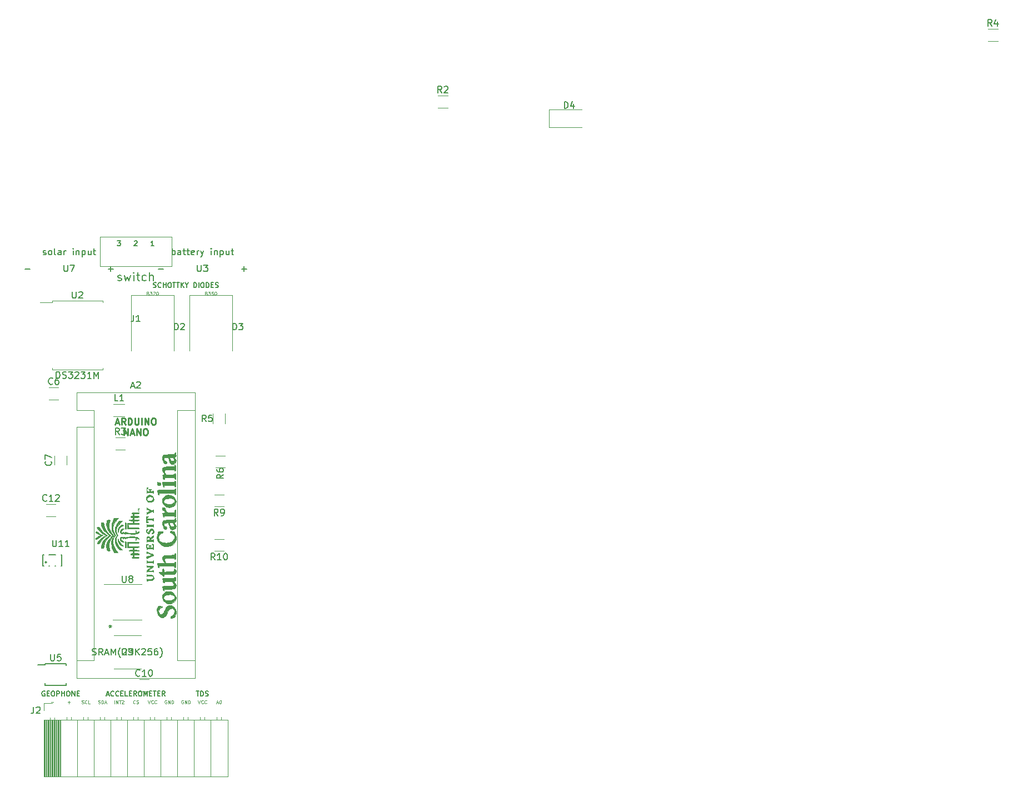
<source format=gbr>
%TF.GenerationSoftware,KiCad,Pcbnew,7.0.1*%
%TF.CreationDate,2023-04-07T11:41:16-04:00*%
%TF.ProjectId,smart penetrometer update,736d6172-7420-4706-956e-6574726f6d65,rev?*%
%TF.SameCoordinates,Original*%
%TF.FileFunction,Legend,Top*%
%TF.FilePolarity,Positive*%
%FSLAX46Y46*%
G04 Gerber Fmt 4.6, Leading zero omitted, Abs format (unit mm)*
G04 Created by KiCad (PCBNEW 7.0.1) date 2023-04-07 11:41:16*
%MOMM*%
%LPD*%
G01*
G04 APERTURE LIST*
%ADD10C,0.125000*%
%ADD11C,0.187500*%
%ADD12C,0.250000*%
%ADD13C,0.150000*%
%ADD14C,0.120000*%
%ADD15C,0.010000*%
%ADD16C,0.152400*%
%ADD17C,0.127000*%
G04 APERTURE END LIST*
D10*
X135223334Y-147051309D02*
X135390000Y-147551309D01*
X135390000Y-147551309D02*
X135556667Y-147051309D01*
X136009047Y-147503690D02*
X135985238Y-147527500D01*
X135985238Y-147527500D02*
X135913809Y-147551309D01*
X135913809Y-147551309D02*
X135866190Y-147551309D01*
X135866190Y-147551309D02*
X135794762Y-147527500D01*
X135794762Y-147527500D02*
X135747143Y-147479880D01*
X135747143Y-147479880D02*
X135723333Y-147432261D01*
X135723333Y-147432261D02*
X135699524Y-147337023D01*
X135699524Y-147337023D02*
X135699524Y-147265595D01*
X135699524Y-147265595D02*
X135723333Y-147170357D01*
X135723333Y-147170357D02*
X135747143Y-147122738D01*
X135747143Y-147122738D02*
X135794762Y-147075119D01*
X135794762Y-147075119D02*
X135866190Y-147051309D01*
X135866190Y-147051309D02*
X135913809Y-147051309D01*
X135913809Y-147051309D02*
X135985238Y-147075119D01*
X135985238Y-147075119D02*
X136009047Y-147098928D01*
X136509047Y-147503690D02*
X136485238Y-147527500D01*
X136485238Y-147527500D02*
X136413809Y-147551309D01*
X136413809Y-147551309D02*
X136366190Y-147551309D01*
X136366190Y-147551309D02*
X136294762Y-147527500D01*
X136294762Y-147527500D02*
X136247143Y-147479880D01*
X136247143Y-147479880D02*
X136223333Y-147432261D01*
X136223333Y-147432261D02*
X136199524Y-147337023D01*
X136199524Y-147337023D02*
X136199524Y-147265595D01*
X136199524Y-147265595D02*
X136223333Y-147170357D01*
X136223333Y-147170357D02*
X136247143Y-147122738D01*
X136247143Y-147122738D02*
X136294762Y-147075119D01*
X136294762Y-147075119D02*
X136366190Y-147051309D01*
X136366190Y-147051309D02*
X136413809Y-147051309D01*
X136413809Y-147051309D02*
X136485238Y-147075119D01*
X136485238Y-147075119D02*
X136509047Y-147098928D01*
X130429047Y-147075119D02*
X130381428Y-147051309D01*
X130381428Y-147051309D02*
X130309999Y-147051309D01*
X130309999Y-147051309D02*
X130238571Y-147075119D01*
X130238571Y-147075119D02*
X130190952Y-147122738D01*
X130190952Y-147122738D02*
X130167142Y-147170357D01*
X130167142Y-147170357D02*
X130143333Y-147265595D01*
X130143333Y-147265595D02*
X130143333Y-147337023D01*
X130143333Y-147337023D02*
X130167142Y-147432261D01*
X130167142Y-147432261D02*
X130190952Y-147479880D01*
X130190952Y-147479880D02*
X130238571Y-147527500D01*
X130238571Y-147527500D02*
X130309999Y-147551309D01*
X130309999Y-147551309D02*
X130357618Y-147551309D01*
X130357618Y-147551309D02*
X130429047Y-147527500D01*
X130429047Y-147527500D02*
X130452856Y-147503690D01*
X130452856Y-147503690D02*
X130452856Y-147337023D01*
X130452856Y-147337023D02*
X130357618Y-147337023D01*
X130667142Y-147551309D02*
X130667142Y-147051309D01*
X130667142Y-147051309D02*
X130952856Y-147551309D01*
X130952856Y-147551309D02*
X130952856Y-147051309D01*
X131190952Y-147551309D02*
X131190952Y-147051309D01*
X131190952Y-147051309D02*
X131310000Y-147051309D01*
X131310000Y-147051309D02*
X131381428Y-147075119D01*
X131381428Y-147075119D02*
X131429047Y-147122738D01*
X131429047Y-147122738D02*
X131452857Y-147170357D01*
X131452857Y-147170357D02*
X131476666Y-147265595D01*
X131476666Y-147265595D02*
X131476666Y-147337023D01*
X131476666Y-147337023D02*
X131452857Y-147432261D01*
X131452857Y-147432261D02*
X131429047Y-147479880D01*
X131429047Y-147479880D02*
X131381428Y-147527500D01*
X131381428Y-147527500D02*
X131310000Y-147551309D01*
X131310000Y-147551309D02*
X131190952Y-147551309D01*
X132969047Y-147075119D02*
X132921428Y-147051309D01*
X132921428Y-147051309D02*
X132849999Y-147051309D01*
X132849999Y-147051309D02*
X132778571Y-147075119D01*
X132778571Y-147075119D02*
X132730952Y-147122738D01*
X132730952Y-147122738D02*
X132707142Y-147170357D01*
X132707142Y-147170357D02*
X132683333Y-147265595D01*
X132683333Y-147265595D02*
X132683333Y-147337023D01*
X132683333Y-147337023D02*
X132707142Y-147432261D01*
X132707142Y-147432261D02*
X132730952Y-147479880D01*
X132730952Y-147479880D02*
X132778571Y-147527500D01*
X132778571Y-147527500D02*
X132849999Y-147551309D01*
X132849999Y-147551309D02*
X132897618Y-147551309D01*
X132897618Y-147551309D02*
X132969047Y-147527500D01*
X132969047Y-147527500D02*
X132992856Y-147503690D01*
X132992856Y-147503690D02*
X132992856Y-147337023D01*
X132992856Y-147337023D02*
X132897618Y-147337023D01*
X133207142Y-147551309D02*
X133207142Y-147051309D01*
X133207142Y-147051309D02*
X133492856Y-147551309D01*
X133492856Y-147551309D02*
X133492856Y-147051309D01*
X133730952Y-147551309D02*
X133730952Y-147051309D01*
X133730952Y-147051309D02*
X133850000Y-147051309D01*
X133850000Y-147051309D02*
X133921428Y-147075119D01*
X133921428Y-147075119D02*
X133969047Y-147122738D01*
X133969047Y-147122738D02*
X133992857Y-147170357D01*
X133992857Y-147170357D02*
X134016666Y-147265595D01*
X134016666Y-147265595D02*
X134016666Y-147337023D01*
X134016666Y-147337023D02*
X133992857Y-147432261D01*
X133992857Y-147432261D02*
X133969047Y-147479880D01*
X133969047Y-147479880D02*
X133921428Y-147527500D01*
X133921428Y-147527500D02*
X133850000Y-147551309D01*
X133850000Y-147551309D02*
X133730952Y-147551309D01*
X112839523Y-147360833D02*
X113220476Y-147360833D01*
X117514762Y-147527500D02*
X117586190Y-147551309D01*
X117586190Y-147551309D02*
X117705238Y-147551309D01*
X117705238Y-147551309D02*
X117752857Y-147527500D01*
X117752857Y-147527500D02*
X117776666Y-147503690D01*
X117776666Y-147503690D02*
X117800476Y-147456071D01*
X117800476Y-147456071D02*
X117800476Y-147408452D01*
X117800476Y-147408452D02*
X117776666Y-147360833D01*
X117776666Y-147360833D02*
X117752857Y-147337023D01*
X117752857Y-147337023D02*
X117705238Y-147313214D01*
X117705238Y-147313214D02*
X117610000Y-147289404D01*
X117610000Y-147289404D02*
X117562381Y-147265595D01*
X117562381Y-147265595D02*
X117538571Y-147241785D01*
X117538571Y-147241785D02*
X117514762Y-147194166D01*
X117514762Y-147194166D02*
X117514762Y-147146547D01*
X117514762Y-147146547D02*
X117538571Y-147098928D01*
X117538571Y-147098928D02*
X117562381Y-147075119D01*
X117562381Y-147075119D02*
X117610000Y-147051309D01*
X117610000Y-147051309D02*
X117729047Y-147051309D01*
X117729047Y-147051309D02*
X117800476Y-147075119D01*
X118300475Y-147503690D02*
X118276666Y-147527500D01*
X118276666Y-147527500D02*
X118205237Y-147551309D01*
X118205237Y-147551309D02*
X118157618Y-147551309D01*
X118157618Y-147551309D02*
X118086190Y-147527500D01*
X118086190Y-147527500D02*
X118038571Y-147479880D01*
X118038571Y-147479880D02*
X118014761Y-147432261D01*
X118014761Y-147432261D02*
X117990952Y-147337023D01*
X117990952Y-147337023D02*
X117990952Y-147265595D01*
X117990952Y-147265595D02*
X118014761Y-147170357D01*
X118014761Y-147170357D02*
X118038571Y-147122738D01*
X118038571Y-147122738D02*
X118086190Y-147075119D01*
X118086190Y-147075119D02*
X118157618Y-147051309D01*
X118157618Y-147051309D02*
X118205237Y-147051309D01*
X118205237Y-147051309D02*
X118276666Y-147075119D01*
X118276666Y-147075119D02*
X118300475Y-147098928D01*
X118752856Y-147551309D02*
X118514761Y-147551309D01*
X118514761Y-147551309D02*
X118514761Y-147051309D01*
X115379523Y-147360833D02*
X115760476Y-147360833D01*
X115569999Y-147551309D02*
X115569999Y-147170357D01*
D11*
X134943571Y-145646964D02*
X135372143Y-145646964D01*
X135157857Y-146396964D02*
X135157857Y-145646964D01*
X135622143Y-146396964D02*
X135622143Y-145646964D01*
X135622143Y-145646964D02*
X135800714Y-145646964D01*
X135800714Y-145646964D02*
X135907857Y-145682678D01*
X135907857Y-145682678D02*
X135979286Y-145754107D01*
X135979286Y-145754107D02*
X136015000Y-145825535D01*
X136015000Y-145825535D02*
X136050714Y-145968392D01*
X136050714Y-145968392D02*
X136050714Y-146075535D01*
X136050714Y-146075535D02*
X136015000Y-146218392D01*
X136015000Y-146218392D02*
X135979286Y-146289821D01*
X135979286Y-146289821D02*
X135907857Y-146361250D01*
X135907857Y-146361250D02*
X135800714Y-146396964D01*
X135800714Y-146396964D02*
X135622143Y-146396964D01*
X136336429Y-146361250D02*
X136443572Y-146396964D01*
X136443572Y-146396964D02*
X136622143Y-146396964D01*
X136622143Y-146396964D02*
X136693572Y-146361250D01*
X136693572Y-146361250D02*
X136729286Y-146325535D01*
X136729286Y-146325535D02*
X136765000Y-146254107D01*
X136765000Y-146254107D02*
X136765000Y-146182678D01*
X136765000Y-146182678D02*
X136729286Y-146111250D01*
X136729286Y-146111250D02*
X136693572Y-146075535D01*
X136693572Y-146075535D02*
X136622143Y-146039821D01*
X136622143Y-146039821D02*
X136479286Y-146004107D01*
X136479286Y-146004107D02*
X136407857Y-145968392D01*
X136407857Y-145968392D02*
X136372143Y-145932678D01*
X136372143Y-145932678D02*
X136336429Y-145861250D01*
X136336429Y-145861250D02*
X136336429Y-145789821D01*
X136336429Y-145789821D02*
X136372143Y-145718392D01*
X136372143Y-145718392D02*
X136407857Y-145682678D01*
X136407857Y-145682678D02*
X136479286Y-145646964D01*
X136479286Y-145646964D02*
X136657857Y-145646964D01*
X136657857Y-145646964D02*
X136765000Y-145682678D01*
D10*
X122499524Y-147551309D02*
X122499524Y-147051309D01*
X122737619Y-147551309D02*
X122737619Y-147051309D01*
X122737619Y-147051309D02*
X123023333Y-147551309D01*
X123023333Y-147551309D02*
X123023333Y-147051309D01*
X123190001Y-147051309D02*
X123475715Y-147051309D01*
X123332858Y-147551309D02*
X123332858Y-147051309D01*
X123618572Y-147098928D02*
X123642381Y-147075119D01*
X123642381Y-147075119D02*
X123690000Y-147051309D01*
X123690000Y-147051309D02*
X123809048Y-147051309D01*
X123809048Y-147051309D02*
X123856667Y-147075119D01*
X123856667Y-147075119D02*
X123880476Y-147098928D01*
X123880476Y-147098928D02*
X123904286Y-147146547D01*
X123904286Y-147146547D02*
X123904286Y-147194166D01*
X123904286Y-147194166D02*
X123880476Y-147265595D01*
X123880476Y-147265595D02*
X123594762Y-147551309D01*
X123594762Y-147551309D02*
X123904286Y-147551309D01*
D11*
X128403571Y-84131250D02*
X128510714Y-84166964D01*
X128510714Y-84166964D02*
X128689285Y-84166964D01*
X128689285Y-84166964D02*
X128760714Y-84131250D01*
X128760714Y-84131250D02*
X128796428Y-84095535D01*
X128796428Y-84095535D02*
X128832142Y-84024107D01*
X128832142Y-84024107D02*
X128832142Y-83952678D01*
X128832142Y-83952678D02*
X128796428Y-83881250D01*
X128796428Y-83881250D02*
X128760714Y-83845535D01*
X128760714Y-83845535D02*
X128689285Y-83809821D01*
X128689285Y-83809821D02*
X128546428Y-83774107D01*
X128546428Y-83774107D02*
X128474999Y-83738392D01*
X128474999Y-83738392D02*
X128439285Y-83702678D01*
X128439285Y-83702678D02*
X128403571Y-83631250D01*
X128403571Y-83631250D02*
X128403571Y-83559821D01*
X128403571Y-83559821D02*
X128439285Y-83488392D01*
X128439285Y-83488392D02*
X128474999Y-83452678D01*
X128474999Y-83452678D02*
X128546428Y-83416964D01*
X128546428Y-83416964D02*
X128724999Y-83416964D01*
X128724999Y-83416964D02*
X128832142Y-83452678D01*
X129582142Y-84095535D02*
X129546428Y-84131250D01*
X129546428Y-84131250D02*
X129439285Y-84166964D01*
X129439285Y-84166964D02*
X129367857Y-84166964D01*
X129367857Y-84166964D02*
X129260714Y-84131250D01*
X129260714Y-84131250D02*
X129189285Y-84059821D01*
X129189285Y-84059821D02*
X129153571Y-83988392D01*
X129153571Y-83988392D02*
X129117857Y-83845535D01*
X129117857Y-83845535D02*
X129117857Y-83738392D01*
X129117857Y-83738392D02*
X129153571Y-83595535D01*
X129153571Y-83595535D02*
X129189285Y-83524107D01*
X129189285Y-83524107D02*
X129260714Y-83452678D01*
X129260714Y-83452678D02*
X129367857Y-83416964D01*
X129367857Y-83416964D02*
X129439285Y-83416964D01*
X129439285Y-83416964D02*
X129546428Y-83452678D01*
X129546428Y-83452678D02*
X129582142Y-83488392D01*
X129903571Y-84166964D02*
X129903571Y-83416964D01*
X129903571Y-83774107D02*
X130332142Y-83774107D01*
X130332142Y-84166964D02*
X130332142Y-83416964D01*
X130832142Y-83416964D02*
X130974999Y-83416964D01*
X130974999Y-83416964D02*
X131046428Y-83452678D01*
X131046428Y-83452678D02*
X131117856Y-83524107D01*
X131117856Y-83524107D02*
X131153571Y-83666964D01*
X131153571Y-83666964D02*
X131153571Y-83916964D01*
X131153571Y-83916964D02*
X131117856Y-84059821D01*
X131117856Y-84059821D02*
X131046428Y-84131250D01*
X131046428Y-84131250D02*
X130974999Y-84166964D01*
X130974999Y-84166964D02*
X130832142Y-84166964D01*
X130832142Y-84166964D02*
X130760714Y-84131250D01*
X130760714Y-84131250D02*
X130689285Y-84059821D01*
X130689285Y-84059821D02*
X130653571Y-83916964D01*
X130653571Y-83916964D02*
X130653571Y-83666964D01*
X130653571Y-83666964D02*
X130689285Y-83524107D01*
X130689285Y-83524107D02*
X130760714Y-83452678D01*
X130760714Y-83452678D02*
X130832142Y-83416964D01*
X131367856Y-83416964D02*
X131796428Y-83416964D01*
X131582142Y-84166964D02*
X131582142Y-83416964D01*
X131939285Y-83416964D02*
X132367857Y-83416964D01*
X132153571Y-84166964D02*
X132153571Y-83416964D01*
X132617857Y-84166964D02*
X132617857Y-83416964D01*
X133046428Y-84166964D02*
X132725000Y-83738392D01*
X133046428Y-83416964D02*
X132617857Y-83845535D01*
X133510714Y-83809821D02*
X133510714Y-84166964D01*
X133260714Y-83416964D02*
X133510714Y-83809821D01*
X133510714Y-83809821D02*
X133760714Y-83416964D01*
X134582143Y-84166964D02*
X134582143Y-83416964D01*
X134582143Y-83416964D02*
X134760714Y-83416964D01*
X134760714Y-83416964D02*
X134867857Y-83452678D01*
X134867857Y-83452678D02*
X134939286Y-83524107D01*
X134939286Y-83524107D02*
X134975000Y-83595535D01*
X134975000Y-83595535D02*
X135010714Y-83738392D01*
X135010714Y-83738392D02*
X135010714Y-83845535D01*
X135010714Y-83845535D02*
X134975000Y-83988392D01*
X134975000Y-83988392D02*
X134939286Y-84059821D01*
X134939286Y-84059821D02*
X134867857Y-84131250D01*
X134867857Y-84131250D02*
X134760714Y-84166964D01*
X134760714Y-84166964D02*
X134582143Y-84166964D01*
X135332143Y-84166964D02*
X135332143Y-83416964D01*
X135832143Y-83416964D02*
X135975000Y-83416964D01*
X135975000Y-83416964D02*
X136046429Y-83452678D01*
X136046429Y-83452678D02*
X136117857Y-83524107D01*
X136117857Y-83524107D02*
X136153572Y-83666964D01*
X136153572Y-83666964D02*
X136153572Y-83916964D01*
X136153572Y-83916964D02*
X136117857Y-84059821D01*
X136117857Y-84059821D02*
X136046429Y-84131250D01*
X136046429Y-84131250D02*
X135975000Y-84166964D01*
X135975000Y-84166964D02*
X135832143Y-84166964D01*
X135832143Y-84166964D02*
X135760715Y-84131250D01*
X135760715Y-84131250D02*
X135689286Y-84059821D01*
X135689286Y-84059821D02*
X135653572Y-83916964D01*
X135653572Y-83916964D02*
X135653572Y-83666964D01*
X135653572Y-83666964D02*
X135689286Y-83524107D01*
X135689286Y-83524107D02*
X135760715Y-83452678D01*
X135760715Y-83452678D02*
X135832143Y-83416964D01*
X136475000Y-84166964D02*
X136475000Y-83416964D01*
X136475000Y-83416964D02*
X136653571Y-83416964D01*
X136653571Y-83416964D02*
X136760714Y-83452678D01*
X136760714Y-83452678D02*
X136832143Y-83524107D01*
X136832143Y-83524107D02*
X136867857Y-83595535D01*
X136867857Y-83595535D02*
X136903571Y-83738392D01*
X136903571Y-83738392D02*
X136903571Y-83845535D01*
X136903571Y-83845535D02*
X136867857Y-83988392D01*
X136867857Y-83988392D02*
X136832143Y-84059821D01*
X136832143Y-84059821D02*
X136760714Y-84131250D01*
X136760714Y-84131250D02*
X136653571Y-84166964D01*
X136653571Y-84166964D02*
X136475000Y-84166964D01*
X137225000Y-83774107D02*
X137475000Y-83774107D01*
X137582143Y-84166964D02*
X137225000Y-84166964D01*
X137225000Y-84166964D02*
X137225000Y-83416964D01*
X137225000Y-83416964D02*
X137582143Y-83416964D01*
X137867857Y-84131250D02*
X137975000Y-84166964D01*
X137975000Y-84166964D02*
X138153571Y-84166964D01*
X138153571Y-84166964D02*
X138225000Y-84131250D01*
X138225000Y-84131250D02*
X138260714Y-84095535D01*
X138260714Y-84095535D02*
X138296428Y-84024107D01*
X138296428Y-84024107D02*
X138296428Y-83952678D01*
X138296428Y-83952678D02*
X138260714Y-83881250D01*
X138260714Y-83881250D02*
X138225000Y-83845535D01*
X138225000Y-83845535D02*
X138153571Y-83809821D01*
X138153571Y-83809821D02*
X138010714Y-83774107D01*
X138010714Y-83774107D02*
X137939285Y-83738392D01*
X137939285Y-83738392D02*
X137903571Y-83702678D01*
X137903571Y-83702678D02*
X137867857Y-83631250D01*
X137867857Y-83631250D02*
X137867857Y-83559821D01*
X137867857Y-83559821D02*
X137903571Y-83488392D01*
X137903571Y-83488392D02*
X137939285Y-83452678D01*
X137939285Y-83452678D02*
X138010714Y-83416964D01*
X138010714Y-83416964D02*
X138189285Y-83416964D01*
X138189285Y-83416964D02*
X138296428Y-83452678D01*
D12*
X122682381Y-104776904D02*
X123158571Y-104776904D01*
X122587143Y-105062619D02*
X122920476Y-104062619D01*
X122920476Y-104062619D02*
X123253809Y-105062619D01*
X124158571Y-105062619D02*
X123825238Y-104586428D01*
X123587143Y-105062619D02*
X123587143Y-104062619D01*
X123587143Y-104062619D02*
X123968095Y-104062619D01*
X123968095Y-104062619D02*
X124063333Y-104110238D01*
X124063333Y-104110238D02*
X124110952Y-104157857D01*
X124110952Y-104157857D02*
X124158571Y-104253095D01*
X124158571Y-104253095D02*
X124158571Y-104395952D01*
X124158571Y-104395952D02*
X124110952Y-104491190D01*
X124110952Y-104491190D02*
X124063333Y-104538809D01*
X124063333Y-104538809D02*
X123968095Y-104586428D01*
X123968095Y-104586428D02*
X123587143Y-104586428D01*
X124587143Y-105062619D02*
X124587143Y-104062619D01*
X124587143Y-104062619D02*
X124825238Y-104062619D01*
X124825238Y-104062619D02*
X124968095Y-104110238D01*
X124968095Y-104110238D02*
X125063333Y-104205476D01*
X125063333Y-104205476D02*
X125110952Y-104300714D01*
X125110952Y-104300714D02*
X125158571Y-104491190D01*
X125158571Y-104491190D02*
X125158571Y-104634047D01*
X125158571Y-104634047D02*
X125110952Y-104824523D01*
X125110952Y-104824523D02*
X125063333Y-104919761D01*
X125063333Y-104919761D02*
X124968095Y-105015000D01*
X124968095Y-105015000D02*
X124825238Y-105062619D01*
X124825238Y-105062619D02*
X124587143Y-105062619D01*
X125587143Y-104062619D02*
X125587143Y-104872142D01*
X125587143Y-104872142D02*
X125634762Y-104967380D01*
X125634762Y-104967380D02*
X125682381Y-105015000D01*
X125682381Y-105015000D02*
X125777619Y-105062619D01*
X125777619Y-105062619D02*
X125968095Y-105062619D01*
X125968095Y-105062619D02*
X126063333Y-105015000D01*
X126063333Y-105015000D02*
X126110952Y-104967380D01*
X126110952Y-104967380D02*
X126158571Y-104872142D01*
X126158571Y-104872142D02*
X126158571Y-104062619D01*
X126634762Y-105062619D02*
X126634762Y-104062619D01*
X127110952Y-105062619D02*
X127110952Y-104062619D01*
X127110952Y-104062619D02*
X127682380Y-105062619D01*
X127682380Y-105062619D02*
X127682380Y-104062619D01*
X128349047Y-104062619D02*
X128539523Y-104062619D01*
X128539523Y-104062619D02*
X128634761Y-104110238D01*
X128634761Y-104110238D02*
X128729999Y-104205476D01*
X128729999Y-104205476D02*
X128777618Y-104395952D01*
X128777618Y-104395952D02*
X128777618Y-104729285D01*
X128777618Y-104729285D02*
X128729999Y-104919761D01*
X128729999Y-104919761D02*
X128634761Y-105015000D01*
X128634761Y-105015000D02*
X128539523Y-105062619D01*
X128539523Y-105062619D02*
X128349047Y-105062619D01*
X128349047Y-105062619D02*
X128253809Y-105015000D01*
X128253809Y-105015000D02*
X128158571Y-104919761D01*
X128158571Y-104919761D02*
X128110952Y-104729285D01*
X128110952Y-104729285D02*
X128110952Y-104395952D01*
X128110952Y-104395952D02*
X128158571Y-104205476D01*
X128158571Y-104205476D02*
X128253809Y-104110238D01*
X128253809Y-104110238D02*
X128349047Y-104062619D01*
X123968095Y-106682619D02*
X123968095Y-105682619D01*
X123968095Y-105682619D02*
X124539523Y-106682619D01*
X124539523Y-106682619D02*
X124539523Y-105682619D01*
X124968095Y-106396904D02*
X125444285Y-106396904D01*
X124872857Y-106682619D02*
X125206190Y-105682619D01*
X125206190Y-105682619D02*
X125539523Y-106682619D01*
X125872857Y-106682619D02*
X125872857Y-105682619D01*
X125872857Y-105682619D02*
X126444285Y-106682619D01*
X126444285Y-106682619D02*
X126444285Y-105682619D01*
X127110952Y-105682619D02*
X127301428Y-105682619D01*
X127301428Y-105682619D02*
X127396666Y-105730238D01*
X127396666Y-105730238D02*
X127491904Y-105825476D01*
X127491904Y-105825476D02*
X127539523Y-106015952D01*
X127539523Y-106015952D02*
X127539523Y-106349285D01*
X127539523Y-106349285D02*
X127491904Y-106539761D01*
X127491904Y-106539761D02*
X127396666Y-106635000D01*
X127396666Y-106635000D02*
X127301428Y-106682619D01*
X127301428Y-106682619D02*
X127110952Y-106682619D01*
X127110952Y-106682619D02*
X127015714Y-106635000D01*
X127015714Y-106635000D02*
X126920476Y-106539761D01*
X126920476Y-106539761D02*
X126872857Y-106349285D01*
X126872857Y-106349285D02*
X126872857Y-106015952D01*
X126872857Y-106015952D02*
X126920476Y-105825476D01*
X126920476Y-105825476D02*
X127015714Y-105730238D01*
X127015714Y-105730238D02*
X127110952Y-105682619D01*
D10*
X127603334Y-147051309D02*
X127770000Y-147551309D01*
X127770000Y-147551309D02*
X127936667Y-147051309D01*
X128389047Y-147503690D02*
X128365238Y-147527500D01*
X128365238Y-147527500D02*
X128293809Y-147551309D01*
X128293809Y-147551309D02*
X128246190Y-147551309D01*
X128246190Y-147551309D02*
X128174762Y-147527500D01*
X128174762Y-147527500D02*
X128127143Y-147479880D01*
X128127143Y-147479880D02*
X128103333Y-147432261D01*
X128103333Y-147432261D02*
X128079524Y-147337023D01*
X128079524Y-147337023D02*
X128079524Y-147265595D01*
X128079524Y-147265595D02*
X128103333Y-147170357D01*
X128103333Y-147170357D02*
X128127143Y-147122738D01*
X128127143Y-147122738D02*
X128174762Y-147075119D01*
X128174762Y-147075119D02*
X128246190Y-147051309D01*
X128246190Y-147051309D02*
X128293809Y-147051309D01*
X128293809Y-147051309D02*
X128365238Y-147075119D01*
X128365238Y-147075119D02*
X128389047Y-147098928D01*
X128889047Y-147503690D02*
X128865238Y-147527500D01*
X128865238Y-147527500D02*
X128793809Y-147551309D01*
X128793809Y-147551309D02*
X128746190Y-147551309D01*
X128746190Y-147551309D02*
X128674762Y-147527500D01*
X128674762Y-147527500D02*
X128627143Y-147479880D01*
X128627143Y-147479880D02*
X128603333Y-147432261D01*
X128603333Y-147432261D02*
X128579524Y-147337023D01*
X128579524Y-147337023D02*
X128579524Y-147265595D01*
X128579524Y-147265595D02*
X128603333Y-147170357D01*
X128603333Y-147170357D02*
X128627143Y-147122738D01*
X128627143Y-147122738D02*
X128674762Y-147075119D01*
X128674762Y-147075119D02*
X128746190Y-147051309D01*
X128746190Y-147051309D02*
X128793809Y-147051309D01*
X128793809Y-147051309D02*
X128865238Y-147075119D01*
X128865238Y-147075119D02*
X128889047Y-147098928D01*
X120042858Y-147527500D02*
X120114286Y-147551309D01*
X120114286Y-147551309D02*
X120233334Y-147551309D01*
X120233334Y-147551309D02*
X120280953Y-147527500D01*
X120280953Y-147527500D02*
X120304762Y-147503690D01*
X120304762Y-147503690D02*
X120328572Y-147456071D01*
X120328572Y-147456071D02*
X120328572Y-147408452D01*
X120328572Y-147408452D02*
X120304762Y-147360833D01*
X120304762Y-147360833D02*
X120280953Y-147337023D01*
X120280953Y-147337023D02*
X120233334Y-147313214D01*
X120233334Y-147313214D02*
X120138096Y-147289404D01*
X120138096Y-147289404D02*
X120090477Y-147265595D01*
X120090477Y-147265595D02*
X120066667Y-147241785D01*
X120066667Y-147241785D02*
X120042858Y-147194166D01*
X120042858Y-147194166D02*
X120042858Y-147146547D01*
X120042858Y-147146547D02*
X120066667Y-147098928D01*
X120066667Y-147098928D02*
X120090477Y-147075119D01*
X120090477Y-147075119D02*
X120138096Y-147051309D01*
X120138096Y-147051309D02*
X120257143Y-147051309D01*
X120257143Y-147051309D02*
X120328572Y-147075119D01*
X120542857Y-147551309D02*
X120542857Y-147051309D01*
X120542857Y-147051309D02*
X120661905Y-147051309D01*
X120661905Y-147051309D02*
X120733333Y-147075119D01*
X120733333Y-147075119D02*
X120780952Y-147122738D01*
X120780952Y-147122738D02*
X120804762Y-147170357D01*
X120804762Y-147170357D02*
X120828571Y-147265595D01*
X120828571Y-147265595D02*
X120828571Y-147337023D01*
X120828571Y-147337023D02*
X120804762Y-147432261D01*
X120804762Y-147432261D02*
X120780952Y-147479880D01*
X120780952Y-147479880D02*
X120733333Y-147527500D01*
X120733333Y-147527500D02*
X120661905Y-147551309D01*
X120661905Y-147551309D02*
X120542857Y-147551309D01*
X121019048Y-147408452D02*
X121257143Y-147408452D01*
X120971429Y-147551309D02*
X121138095Y-147051309D01*
X121138095Y-147051309D02*
X121304762Y-147551309D01*
D11*
X121283572Y-146182678D02*
X121640715Y-146182678D01*
X121212143Y-146396964D02*
X121462143Y-145646964D01*
X121462143Y-145646964D02*
X121712143Y-146396964D01*
X122390714Y-146325535D02*
X122355000Y-146361250D01*
X122355000Y-146361250D02*
X122247857Y-146396964D01*
X122247857Y-146396964D02*
X122176429Y-146396964D01*
X122176429Y-146396964D02*
X122069286Y-146361250D01*
X122069286Y-146361250D02*
X121997857Y-146289821D01*
X121997857Y-146289821D02*
X121962143Y-146218392D01*
X121962143Y-146218392D02*
X121926429Y-146075535D01*
X121926429Y-146075535D02*
X121926429Y-145968392D01*
X121926429Y-145968392D02*
X121962143Y-145825535D01*
X121962143Y-145825535D02*
X121997857Y-145754107D01*
X121997857Y-145754107D02*
X122069286Y-145682678D01*
X122069286Y-145682678D02*
X122176429Y-145646964D01*
X122176429Y-145646964D02*
X122247857Y-145646964D01*
X122247857Y-145646964D02*
X122355000Y-145682678D01*
X122355000Y-145682678D02*
X122390714Y-145718392D01*
X123140714Y-146325535D02*
X123105000Y-146361250D01*
X123105000Y-146361250D02*
X122997857Y-146396964D01*
X122997857Y-146396964D02*
X122926429Y-146396964D01*
X122926429Y-146396964D02*
X122819286Y-146361250D01*
X122819286Y-146361250D02*
X122747857Y-146289821D01*
X122747857Y-146289821D02*
X122712143Y-146218392D01*
X122712143Y-146218392D02*
X122676429Y-146075535D01*
X122676429Y-146075535D02*
X122676429Y-145968392D01*
X122676429Y-145968392D02*
X122712143Y-145825535D01*
X122712143Y-145825535D02*
X122747857Y-145754107D01*
X122747857Y-145754107D02*
X122819286Y-145682678D01*
X122819286Y-145682678D02*
X122926429Y-145646964D01*
X122926429Y-145646964D02*
X122997857Y-145646964D01*
X122997857Y-145646964D02*
X123105000Y-145682678D01*
X123105000Y-145682678D02*
X123140714Y-145718392D01*
X123462143Y-146004107D02*
X123712143Y-146004107D01*
X123819286Y-146396964D02*
X123462143Y-146396964D01*
X123462143Y-146396964D02*
X123462143Y-145646964D01*
X123462143Y-145646964D02*
X123819286Y-145646964D01*
X124497857Y-146396964D02*
X124140714Y-146396964D01*
X124140714Y-146396964D02*
X124140714Y-145646964D01*
X124747857Y-146004107D02*
X124997857Y-146004107D01*
X125105000Y-146396964D02*
X124747857Y-146396964D01*
X124747857Y-146396964D02*
X124747857Y-145646964D01*
X124747857Y-145646964D02*
X125105000Y-145646964D01*
X125854999Y-146396964D02*
X125604999Y-146039821D01*
X125426428Y-146396964D02*
X125426428Y-145646964D01*
X125426428Y-145646964D02*
X125712142Y-145646964D01*
X125712142Y-145646964D02*
X125783571Y-145682678D01*
X125783571Y-145682678D02*
X125819285Y-145718392D01*
X125819285Y-145718392D02*
X125854999Y-145789821D01*
X125854999Y-145789821D02*
X125854999Y-145896964D01*
X125854999Y-145896964D02*
X125819285Y-145968392D01*
X125819285Y-145968392D02*
X125783571Y-146004107D01*
X125783571Y-146004107D02*
X125712142Y-146039821D01*
X125712142Y-146039821D02*
X125426428Y-146039821D01*
X126319285Y-145646964D02*
X126462142Y-145646964D01*
X126462142Y-145646964D02*
X126533571Y-145682678D01*
X126533571Y-145682678D02*
X126604999Y-145754107D01*
X126604999Y-145754107D02*
X126640714Y-145896964D01*
X126640714Y-145896964D02*
X126640714Y-146146964D01*
X126640714Y-146146964D02*
X126604999Y-146289821D01*
X126604999Y-146289821D02*
X126533571Y-146361250D01*
X126533571Y-146361250D02*
X126462142Y-146396964D01*
X126462142Y-146396964D02*
X126319285Y-146396964D01*
X126319285Y-146396964D02*
X126247857Y-146361250D01*
X126247857Y-146361250D02*
X126176428Y-146289821D01*
X126176428Y-146289821D02*
X126140714Y-146146964D01*
X126140714Y-146146964D02*
X126140714Y-145896964D01*
X126140714Y-145896964D02*
X126176428Y-145754107D01*
X126176428Y-145754107D02*
X126247857Y-145682678D01*
X126247857Y-145682678D02*
X126319285Y-145646964D01*
X126962142Y-146396964D02*
X126962142Y-145646964D01*
X126962142Y-145646964D02*
X127212142Y-146182678D01*
X127212142Y-146182678D02*
X127462142Y-145646964D01*
X127462142Y-145646964D02*
X127462142Y-146396964D01*
X127819285Y-146004107D02*
X128069285Y-146004107D01*
X128176428Y-146396964D02*
X127819285Y-146396964D01*
X127819285Y-146396964D02*
X127819285Y-145646964D01*
X127819285Y-145646964D02*
X128176428Y-145646964D01*
X128390713Y-145646964D02*
X128819285Y-145646964D01*
X128604999Y-146396964D02*
X128604999Y-145646964D01*
X129069285Y-146004107D02*
X129319285Y-146004107D01*
X129426428Y-146396964D02*
X129069285Y-146396964D01*
X129069285Y-146396964D02*
X129069285Y-145646964D01*
X129069285Y-145646964D02*
X129426428Y-145646964D01*
X130176427Y-146396964D02*
X129926427Y-146039821D01*
X129747856Y-146396964D02*
X129747856Y-145646964D01*
X129747856Y-145646964D02*
X130033570Y-145646964D01*
X130033570Y-145646964D02*
X130104999Y-145682678D01*
X130104999Y-145682678D02*
X130140713Y-145718392D01*
X130140713Y-145718392D02*
X130176427Y-145789821D01*
X130176427Y-145789821D02*
X130176427Y-145896964D01*
X130176427Y-145896964D02*
X130140713Y-145968392D01*
X130140713Y-145968392D02*
X130104999Y-146004107D01*
X130104999Y-146004107D02*
X130033570Y-146039821D01*
X130033570Y-146039821D02*
X129747856Y-146039821D01*
D10*
X138072858Y-147408452D02*
X138310953Y-147408452D01*
X138025239Y-147551309D02*
X138191905Y-147051309D01*
X138191905Y-147051309D02*
X138358572Y-147551309D01*
X138620476Y-147051309D02*
X138668095Y-147051309D01*
X138668095Y-147051309D02*
X138715714Y-147075119D01*
X138715714Y-147075119D02*
X138739524Y-147098928D01*
X138739524Y-147098928D02*
X138763333Y-147146547D01*
X138763333Y-147146547D02*
X138787143Y-147241785D01*
X138787143Y-147241785D02*
X138787143Y-147360833D01*
X138787143Y-147360833D02*
X138763333Y-147456071D01*
X138763333Y-147456071D02*
X138739524Y-147503690D01*
X138739524Y-147503690D02*
X138715714Y-147527500D01*
X138715714Y-147527500D02*
X138668095Y-147551309D01*
X138668095Y-147551309D02*
X138620476Y-147551309D01*
X138620476Y-147551309D02*
X138572857Y-147527500D01*
X138572857Y-147527500D02*
X138549048Y-147503690D01*
X138549048Y-147503690D02*
X138525238Y-147456071D01*
X138525238Y-147456071D02*
X138501429Y-147360833D01*
X138501429Y-147360833D02*
X138501429Y-147241785D01*
X138501429Y-147241785D02*
X138525238Y-147146547D01*
X138525238Y-147146547D02*
X138549048Y-147098928D01*
X138549048Y-147098928D02*
X138572857Y-147075119D01*
X138572857Y-147075119D02*
X138620476Y-147051309D01*
X125646666Y-147503690D02*
X125622857Y-147527500D01*
X125622857Y-147527500D02*
X125551428Y-147551309D01*
X125551428Y-147551309D02*
X125503809Y-147551309D01*
X125503809Y-147551309D02*
X125432381Y-147527500D01*
X125432381Y-147527500D02*
X125384762Y-147479880D01*
X125384762Y-147479880D02*
X125360952Y-147432261D01*
X125360952Y-147432261D02*
X125337143Y-147337023D01*
X125337143Y-147337023D02*
X125337143Y-147265595D01*
X125337143Y-147265595D02*
X125360952Y-147170357D01*
X125360952Y-147170357D02*
X125384762Y-147122738D01*
X125384762Y-147122738D02*
X125432381Y-147075119D01*
X125432381Y-147075119D02*
X125503809Y-147051309D01*
X125503809Y-147051309D02*
X125551428Y-147051309D01*
X125551428Y-147051309D02*
X125622857Y-147075119D01*
X125622857Y-147075119D02*
X125646666Y-147098928D01*
X125837143Y-147527500D02*
X125908571Y-147551309D01*
X125908571Y-147551309D02*
X126027619Y-147551309D01*
X126027619Y-147551309D02*
X126075238Y-147527500D01*
X126075238Y-147527500D02*
X126099047Y-147503690D01*
X126099047Y-147503690D02*
X126122857Y-147456071D01*
X126122857Y-147456071D02*
X126122857Y-147408452D01*
X126122857Y-147408452D02*
X126099047Y-147360833D01*
X126099047Y-147360833D02*
X126075238Y-147337023D01*
X126075238Y-147337023D02*
X126027619Y-147313214D01*
X126027619Y-147313214D02*
X125932381Y-147289404D01*
X125932381Y-147289404D02*
X125884762Y-147265595D01*
X125884762Y-147265595D02*
X125860952Y-147241785D01*
X125860952Y-147241785D02*
X125837143Y-147194166D01*
X125837143Y-147194166D02*
X125837143Y-147146547D01*
X125837143Y-147146547D02*
X125860952Y-147098928D01*
X125860952Y-147098928D02*
X125884762Y-147075119D01*
X125884762Y-147075119D02*
X125932381Y-147051309D01*
X125932381Y-147051309D02*
X126051428Y-147051309D01*
X126051428Y-147051309D02*
X126122857Y-147075119D01*
D11*
X111871429Y-145682678D02*
X111800001Y-145646964D01*
X111800001Y-145646964D02*
X111692858Y-145646964D01*
X111692858Y-145646964D02*
X111585715Y-145682678D01*
X111585715Y-145682678D02*
X111514286Y-145754107D01*
X111514286Y-145754107D02*
X111478572Y-145825535D01*
X111478572Y-145825535D02*
X111442858Y-145968392D01*
X111442858Y-145968392D02*
X111442858Y-146075535D01*
X111442858Y-146075535D02*
X111478572Y-146218392D01*
X111478572Y-146218392D02*
X111514286Y-146289821D01*
X111514286Y-146289821D02*
X111585715Y-146361250D01*
X111585715Y-146361250D02*
X111692858Y-146396964D01*
X111692858Y-146396964D02*
X111764286Y-146396964D01*
X111764286Y-146396964D02*
X111871429Y-146361250D01*
X111871429Y-146361250D02*
X111907143Y-146325535D01*
X111907143Y-146325535D02*
X111907143Y-146075535D01*
X111907143Y-146075535D02*
X111764286Y-146075535D01*
X112228572Y-146004107D02*
X112478572Y-146004107D01*
X112585715Y-146396964D02*
X112228572Y-146396964D01*
X112228572Y-146396964D02*
X112228572Y-145646964D01*
X112228572Y-145646964D02*
X112585715Y-145646964D01*
X113050000Y-145646964D02*
X113192857Y-145646964D01*
X113192857Y-145646964D02*
X113264286Y-145682678D01*
X113264286Y-145682678D02*
X113335714Y-145754107D01*
X113335714Y-145754107D02*
X113371429Y-145896964D01*
X113371429Y-145896964D02*
X113371429Y-146146964D01*
X113371429Y-146146964D02*
X113335714Y-146289821D01*
X113335714Y-146289821D02*
X113264286Y-146361250D01*
X113264286Y-146361250D02*
X113192857Y-146396964D01*
X113192857Y-146396964D02*
X113050000Y-146396964D01*
X113050000Y-146396964D02*
X112978572Y-146361250D01*
X112978572Y-146361250D02*
X112907143Y-146289821D01*
X112907143Y-146289821D02*
X112871429Y-146146964D01*
X112871429Y-146146964D02*
X112871429Y-145896964D01*
X112871429Y-145896964D02*
X112907143Y-145754107D01*
X112907143Y-145754107D02*
X112978572Y-145682678D01*
X112978572Y-145682678D02*
X113050000Y-145646964D01*
X113692857Y-146396964D02*
X113692857Y-145646964D01*
X113692857Y-145646964D02*
X113978571Y-145646964D01*
X113978571Y-145646964D02*
X114050000Y-145682678D01*
X114050000Y-145682678D02*
X114085714Y-145718392D01*
X114085714Y-145718392D02*
X114121428Y-145789821D01*
X114121428Y-145789821D02*
X114121428Y-145896964D01*
X114121428Y-145896964D02*
X114085714Y-145968392D01*
X114085714Y-145968392D02*
X114050000Y-146004107D01*
X114050000Y-146004107D02*
X113978571Y-146039821D01*
X113978571Y-146039821D02*
X113692857Y-146039821D01*
X114442857Y-146396964D02*
X114442857Y-145646964D01*
X114442857Y-146004107D02*
X114871428Y-146004107D01*
X114871428Y-146396964D02*
X114871428Y-145646964D01*
X115371428Y-145646964D02*
X115514285Y-145646964D01*
X115514285Y-145646964D02*
X115585714Y-145682678D01*
X115585714Y-145682678D02*
X115657142Y-145754107D01*
X115657142Y-145754107D02*
X115692857Y-145896964D01*
X115692857Y-145896964D02*
X115692857Y-146146964D01*
X115692857Y-146146964D02*
X115657142Y-146289821D01*
X115657142Y-146289821D02*
X115585714Y-146361250D01*
X115585714Y-146361250D02*
X115514285Y-146396964D01*
X115514285Y-146396964D02*
X115371428Y-146396964D01*
X115371428Y-146396964D02*
X115300000Y-146361250D01*
X115300000Y-146361250D02*
X115228571Y-146289821D01*
X115228571Y-146289821D02*
X115192857Y-146146964D01*
X115192857Y-146146964D02*
X115192857Y-145896964D01*
X115192857Y-145896964D02*
X115228571Y-145754107D01*
X115228571Y-145754107D02*
X115300000Y-145682678D01*
X115300000Y-145682678D02*
X115371428Y-145646964D01*
X116014285Y-146396964D02*
X116014285Y-145646964D01*
X116014285Y-145646964D02*
X116442856Y-146396964D01*
X116442856Y-146396964D02*
X116442856Y-145646964D01*
X116799999Y-146004107D02*
X117049999Y-146004107D01*
X117157142Y-146396964D02*
X116799999Y-146396964D01*
X116799999Y-146396964D02*
X116799999Y-145646964D01*
X116799999Y-145646964D02*
X117157142Y-145646964D01*
D13*
%TO.C,A2*%
X125015714Y-99236904D02*
X125491904Y-99236904D01*
X124920476Y-99522619D02*
X125253809Y-98522619D01*
X125253809Y-98522619D02*
X125587142Y-99522619D01*
X125872857Y-98617857D02*
X125920476Y-98570238D01*
X125920476Y-98570238D02*
X126015714Y-98522619D01*
X126015714Y-98522619D02*
X126253809Y-98522619D01*
X126253809Y-98522619D02*
X126349047Y-98570238D01*
X126349047Y-98570238D02*
X126396666Y-98617857D01*
X126396666Y-98617857D02*
X126444285Y-98713095D01*
X126444285Y-98713095D02*
X126444285Y-98808333D01*
X126444285Y-98808333D02*
X126396666Y-98951190D01*
X126396666Y-98951190D02*
X125825238Y-99522619D01*
X125825238Y-99522619D02*
X126444285Y-99522619D01*
%TO.C,D2*%
X131631905Y-90632619D02*
X131631905Y-89632619D01*
X131631905Y-89632619D02*
X131870000Y-89632619D01*
X131870000Y-89632619D02*
X132012857Y-89680238D01*
X132012857Y-89680238D02*
X132108095Y-89775476D01*
X132108095Y-89775476D02*
X132155714Y-89870714D01*
X132155714Y-89870714D02*
X132203333Y-90061190D01*
X132203333Y-90061190D02*
X132203333Y-90204047D01*
X132203333Y-90204047D02*
X132155714Y-90394523D01*
X132155714Y-90394523D02*
X132108095Y-90489761D01*
X132108095Y-90489761D02*
X132012857Y-90585000D01*
X132012857Y-90585000D02*
X131870000Y-90632619D01*
X131870000Y-90632619D02*
X131631905Y-90632619D01*
X132584286Y-89727857D02*
X132631905Y-89680238D01*
X132631905Y-89680238D02*
X132727143Y-89632619D01*
X132727143Y-89632619D02*
X132965238Y-89632619D01*
X132965238Y-89632619D02*
X133060476Y-89680238D01*
X133060476Y-89680238D02*
X133108095Y-89727857D01*
X133108095Y-89727857D02*
X133155714Y-89823095D01*
X133155714Y-89823095D02*
X133155714Y-89918333D01*
X133155714Y-89918333D02*
X133108095Y-90061190D01*
X133108095Y-90061190D02*
X132536667Y-90632619D01*
X132536667Y-90632619D02*
X133155714Y-90632619D01*
D10*
X127591429Y-85059404D02*
X127662857Y-85083214D01*
X127662857Y-85083214D02*
X127686667Y-85107023D01*
X127686667Y-85107023D02*
X127710476Y-85154642D01*
X127710476Y-85154642D02*
X127710476Y-85226071D01*
X127710476Y-85226071D02*
X127686667Y-85273690D01*
X127686667Y-85273690D02*
X127662857Y-85297500D01*
X127662857Y-85297500D02*
X127615238Y-85321309D01*
X127615238Y-85321309D02*
X127424762Y-85321309D01*
X127424762Y-85321309D02*
X127424762Y-84821309D01*
X127424762Y-84821309D02*
X127591429Y-84821309D01*
X127591429Y-84821309D02*
X127639048Y-84845119D01*
X127639048Y-84845119D02*
X127662857Y-84868928D01*
X127662857Y-84868928D02*
X127686667Y-84916547D01*
X127686667Y-84916547D02*
X127686667Y-84964166D01*
X127686667Y-84964166D02*
X127662857Y-85011785D01*
X127662857Y-85011785D02*
X127639048Y-85035595D01*
X127639048Y-85035595D02*
X127591429Y-85059404D01*
X127591429Y-85059404D02*
X127424762Y-85059404D01*
X127877143Y-84821309D02*
X128186667Y-84821309D01*
X128186667Y-84821309D02*
X128020000Y-85011785D01*
X128020000Y-85011785D02*
X128091429Y-85011785D01*
X128091429Y-85011785D02*
X128139048Y-85035595D01*
X128139048Y-85035595D02*
X128162857Y-85059404D01*
X128162857Y-85059404D02*
X128186667Y-85107023D01*
X128186667Y-85107023D02*
X128186667Y-85226071D01*
X128186667Y-85226071D02*
X128162857Y-85273690D01*
X128162857Y-85273690D02*
X128139048Y-85297500D01*
X128139048Y-85297500D02*
X128091429Y-85321309D01*
X128091429Y-85321309D02*
X127948572Y-85321309D01*
X127948572Y-85321309D02*
X127900953Y-85297500D01*
X127900953Y-85297500D02*
X127877143Y-85273690D01*
X128377143Y-84868928D02*
X128400952Y-84845119D01*
X128400952Y-84845119D02*
X128448571Y-84821309D01*
X128448571Y-84821309D02*
X128567619Y-84821309D01*
X128567619Y-84821309D02*
X128615238Y-84845119D01*
X128615238Y-84845119D02*
X128639047Y-84868928D01*
X128639047Y-84868928D02*
X128662857Y-84916547D01*
X128662857Y-84916547D02*
X128662857Y-84964166D01*
X128662857Y-84964166D02*
X128639047Y-85035595D01*
X128639047Y-85035595D02*
X128353333Y-85321309D01*
X128353333Y-85321309D02*
X128662857Y-85321309D01*
X128972380Y-84821309D02*
X129019999Y-84821309D01*
X129019999Y-84821309D02*
X129067618Y-84845119D01*
X129067618Y-84845119D02*
X129091428Y-84868928D01*
X129091428Y-84868928D02*
X129115237Y-84916547D01*
X129115237Y-84916547D02*
X129139047Y-85011785D01*
X129139047Y-85011785D02*
X129139047Y-85130833D01*
X129139047Y-85130833D02*
X129115237Y-85226071D01*
X129115237Y-85226071D02*
X129091428Y-85273690D01*
X129091428Y-85273690D02*
X129067618Y-85297500D01*
X129067618Y-85297500D02*
X129019999Y-85321309D01*
X129019999Y-85321309D02*
X128972380Y-85321309D01*
X128972380Y-85321309D02*
X128924761Y-85297500D01*
X128924761Y-85297500D02*
X128900952Y-85273690D01*
X128900952Y-85273690D02*
X128877142Y-85226071D01*
X128877142Y-85226071D02*
X128853333Y-85130833D01*
X128853333Y-85130833D02*
X128853333Y-85011785D01*
X128853333Y-85011785D02*
X128877142Y-84916547D01*
X128877142Y-84916547D02*
X128900952Y-84868928D01*
X128900952Y-84868928D02*
X128924761Y-84845119D01*
X128924761Y-84845119D02*
X128972380Y-84821309D01*
D13*
%TO.C,D3*%
X140521905Y-90632619D02*
X140521905Y-89632619D01*
X140521905Y-89632619D02*
X140760000Y-89632619D01*
X140760000Y-89632619D02*
X140902857Y-89680238D01*
X140902857Y-89680238D02*
X140998095Y-89775476D01*
X140998095Y-89775476D02*
X141045714Y-89870714D01*
X141045714Y-89870714D02*
X141093333Y-90061190D01*
X141093333Y-90061190D02*
X141093333Y-90204047D01*
X141093333Y-90204047D02*
X141045714Y-90394523D01*
X141045714Y-90394523D02*
X140998095Y-90489761D01*
X140998095Y-90489761D02*
X140902857Y-90585000D01*
X140902857Y-90585000D02*
X140760000Y-90632619D01*
X140760000Y-90632619D02*
X140521905Y-90632619D01*
X141426667Y-89632619D02*
X142045714Y-89632619D01*
X142045714Y-89632619D02*
X141712381Y-90013571D01*
X141712381Y-90013571D02*
X141855238Y-90013571D01*
X141855238Y-90013571D02*
X141950476Y-90061190D01*
X141950476Y-90061190D02*
X141998095Y-90108809D01*
X141998095Y-90108809D02*
X142045714Y-90204047D01*
X142045714Y-90204047D02*
X142045714Y-90442142D01*
X142045714Y-90442142D02*
X141998095Y-90537380D01*
X141998095Y-90537380D02*
X141950476Y-90585000D01*
X141950476Y-90585000D02*
X141855238Y-90632619D01*
X141855238Y-90632619D02*
X141569524Y-90632619D01*
X141569524Y-90632619D02*
X141474286Y-90585000D01*
X141474286Y-90585000D02*
X141426667Y-90537380D01*
D10*
X136481429Y-85059404D02*
X136552857Y-85083214D01*
X136552857Y-85083214D02*
X136576667Y-85107023D01*
X136576667Y-85107023D02*
X136600476Y-85154642D01*
X136600476Y-85154642D02*
X136600476Y-85226071D01*
X136600476Y-85226071D02*
X136576667Y-85273690D01*
X136576667Y-85273690D02*
X136552857Y-85297500D01*
X136552857Y-85297500D02*
X136505238Y-85321309D01*
X136505238Y-85321309D02*
X136314762Y-85321309D01*
X136314762Y-85321309D02*
X136314762Y-84821309D01*
X136314762Y-84821309D02*
X136481429Y-84821309D01*
X136481429Y-84821309D02*
X136529048Y-84845119D01*
X136529048Y-84845119D02*
X136552857Y-84868928D01*
X136552857Y-84868928D02*
X136576667Y-84916547D01*
X136576667Y-84916547D02*
X136576667Y-84964166D01*
X136576667Y-84964166D02*
X136552857Y-85011785D01*
X136552857Y-85011785D02*
X136529048Y-85035595D01*
X136529048Y-85035595D02*
X136481429Y-85059404D01*
X136481429Y-85059404D02*
X136314762Y-85059404D01*
X136767143Y-84821309D02*
X137076667Y-84821309D01*
X137076667Y-84821309D02*
X136910000Y-85011785D01*
X136910000Y-85011785D02*
X136981429Y-85011785D01*
X136981429Y-85011785D02*
X137029048Y-85035595D01*
X137029048Y-85035595D02*
X137052857Y-85059404D01*
X137052857Y-85059404D02*
X137076667Y-85107023D01*
X137076667Y-85107023D02*
X137076667Y-85226071D01*
X137076667Y-85226071D02*
X137052857Y-85273690D01*
X137052857Y-85273690D02*
X137029048Y-85297500D01*
X137029048Y-85297500D02*
X136981429Y-85321309D01*
X136981429Y-85321309D02*
X136838572Y-85321309D01*
X136838572Y-85321309D02*
X136790953Y-85297500D01*
X136790953Y-85297500D02*
X136767143Y-85273690D01*
X137529047Y-84821309D02*
X137290952Y-84821309D01*
X137290952Y-84821309D02*
X137267143Y-85059404D01*
X137267143Y-85059404D02*
X137290952Y-85035595D01*
X137290952Y-85035595D02*
X137338571Y-85011785D01*
X137338571Y-85011785D02*
X137457619Y-85011785D01*
X137457619Y-85011785D02*
X137505238Y-85035595D01*
X137505238Y-85035595D02*
X137529047Y-85059404D01*
X137529047Y-85059404D02*
X137552857Y-85107023D01*
X137552857Y-85107023D02*
X137552857Y-85226071D01*
X137552857Y-85226071D02*
X137529047Y-85273690D01*
X137529047Y-85273690D02*
X137505238Y-85297500D01*
X137505238Y-85297500D02*
X137457619Y-85321309D01*
X137457619Y-85321309D02*
X137338571Y-85321309D01*
X137338571Y-85321309D02*
X137290952Y-85297500D01*
X137290952Y-85297500D02*
X137267143Y-85273690D01*
X137862380Y-84821309D02*
X137909999Y-84821309D01*
X137909999Y-84821309D02*
X137957618Y-84845119D01*
X137957618Y-84845119D02*
X137981428Y-84868928D01*
X137981428Y-84868928D02*
X138005237Y-84916547D01*
X138005237Y-84916547D02*
X138029047Y-85011785D01*
X138029047Y-85011785D02*
X138029047Y-85130833D01*
X138029047Y-85130833D02*
X138005237Y-85226071D01*
X138005237Y-85226071D02*
X137981428Y-85273690D01*
X137981428Y-85273690D02*
X137957618Y-85297500D01*
X137957618Y-85297500D02*
X137909999Y-85321309D01*
X137909999Y-85321309D02*
X137862380Y-85321309D01*
X137862380Y-85321309D02*
X137814761Y-85297500D01*
X137814761Y-85297500D02*
X137790952Y-85273690D01*
X137790952Y-85273690D02*
X137767142Y-85226071D01*
X137767142Y-85226071D02*
X137743333Y-85130833D01*
X137743333Y-85130833D02*
X137743333Y-85011785D01*
X137743333Y-85011785D02*
X137767142Y-84916547D01*
X137767142Y-84916547D02*
X137790952Y-84868928D01*
X137790952Y-84868928D02*
X137814761Y-84845119D01*
X137814761Y-84845119D02*
X137862380Y-84821309D01*
D13*
%TO.C,J2*%
X110156666Y-148052619D02*
X110156666Y-148766904D01*
X110156666Y-148766904D02*
X110109047Y-148909761D01*
X110109047Y-148909761D02*
X110013809Y-149005000D01*
X110013809Y-149005000D02*
X109870952Y-149052619D01*
X109870952Y-149052619D02*
X109775714Y-149052619D01*
X110585238Y-148147857D02*
X110632857Y-148100238D01*
X110632857Y-148100238D02*
X110728095Y-148052619D01*
X110728095Y-148052619D02*
X110966190Y-148052619D01*
X110966190Y-148052619D02*
X111061428Y-148100238D01*
X111061428Y-148100238D02*
X111109047Y-148147857D01*
X111109047Y-148147857D02*
X111156666Y-148243095D01*
X111156666Y-148243095D02*
X111156666Y-148338333D01*
X111156666Y-148338333D02*
X111109047Y-148481190D01*
X111109047Y-148481190D02*
X110537619Y-149052619D01*
X110537619Y-149052619D02*
X111156666Y-149052619D01*
%TO.C,R5*%
X136443333Y-104602619D02*
X136110000Y-104126428D01*
X135871905Y-104602619D02*
X135871905Y-103602619D01*
X135871905Y-103602619D02*
X136252857Y-103602619D01*
X136252857Y-103602619D02*
X136348095Y-103650238D01*
X136348095Y-103650238D02*
X136395714Y-103697857D01*
X136395714Y-103697857D02*
X136443333Y-103793095D01*
X136443333Y-103793095D02*
X136443333Y-103935952D01*
X136443333Y-103935952D02*
X136395714Y-104031190D01*
X136395714Y-104031190D02*
X136348095Y-104078809D01*
X136348095Y-104078809D02*
X136252857Y-104126428D01*
X136252857Y-104126428D02*
X135871905Y-104126428D01*
X137348095Y-103602619D02*
X136871905Y-103602619D01*
X136871905Y-103602619D02*
X136824286Y-104078809D01*
X136824286Y-104078809D02*
X136871905Y-104031190D01*
X136871905Y-104031190D02*
X136967143Y-103983571D01*
X136967143Y-103983571D02*
X137205238Y-103983571D01*
X137205238Y-103983571D02*
X137300476Y-104031190D01*
X137300476Y-104031190D02*
X137348095Y-104078809D01*
X137348095Y-104078809D02*
X137395714Y-104174047D01*
X137395714Y-104174047D02*
X137395714Y-104412142D01*
X137395714Y-104412142D02*
X137348095Y-104507380D01*
X137348095Y-104507380D02*
X137300476Y-104555000D01*
X137300476Y-104555000D02*
X137205238Y-104602619D01*
X137205238Y-104602619D02*
X136967143Y-104602619D01*
X136967143Y-104602619D02*
X136871905Y-104555000D01*
X136871905Y-104555000D02*
X136824286Y-104507380D01*
%TO.C,R6*%
X139085119Y-112669166D02*
X138608928Y-113002499D01*
X139085119Y-113240594D02*
X138085119Y-113240594D01*
X138085119Y-113240594D02*
X138085119Y-112859642D01*
X138085119Y-112859642D02*
X138132738Y-112764404D01*
X138132738Y-112764404D02*
X138180357Y-112716785D01*
X138180357Y-112716785D02*
X138275595Y-112669166D01*
X138275595Y-112669166D02*
X138418452Y-112669166D01*
X138418452Y-112669166D02*
X138513690Y-112716785D01*
X138513690Y-112716785D02*
X138561309Y-112764404D01*
X138561309Y-112764404D02*
X138608928Y-112859642D01*
X138608928Y-112859642D02*
X138608928Y-113240594D01*
X138085119Y-111812023D02*
X138085119Y-112002499D01*
X138085119Y-112002499D02*
X138132738Y-112097737D01*
X138132738Y-112097737D02*
X138180357Y-112145356D01*
X138180357Y-112145356D02*
X138323214Y-112240594D01*
X138323214Y-112240594D02*
X138513690Y-112288213D01*
X138513690Y-112288213D02*
X138894642Y-112288213D01*
X138894642Y-112288213D02*
X138989880Y-112240594D01*
X138989880Y-112240594D02*
X139037500Y-112192975D01*
X139037500Y-112192975D02*
X139085119Y-112097737D01*
X139085119Y-112097737D02*
X139085119Y-111907261D01*
X139085119Y-111907261D02*
X139037500Y-111812023D01*
X139037500Y-111812023D02*
X138989880Y-111764404D01*
X138989880Y-111764404D02*
X138894642Y-111716785D01*
X138894642Y-111716785D02*
X138656547Y-111716785D01*
X138656547Y-111716785D02*
X138561309Y-111764404D01*
X138561309Y-111764404D02*
X138513690Y-111812023D01*
X138513690Y-111812023D02*
X138466071Y-111907261D01*
X138466071Y-111907261D02*
X138466071Y-112097737D01*
X138466071Y-112097737D02*
X138513690Y-112192975D01*
X138513690Y-112192975D02*
X138561309Y-112240594D01*
X138561309Y-112240594D02*
X138656547Y-112288213D01*
%TO.C,U2*%
X116078095Y-84802619D02*
X116078095Y-85612142D01*
X116078095Y-85612142D02*
X116125714Y-85707380D01*
X116125714Y-85707380D02*
X116173333Y-85755000D01*
X116173333Y-85755000D02*
X116268571Y-85802619D01*
X116268571Y-85802619D02*
X116459047Y-85802619D01*
X116459047Y-85802619D02*
X116554285Y-85755000D01*
X116554285Y-85755000D02*
X116601904Y-85707380D01*
X116601904Y-85707380D02*
X116649523Y-85612142D01*
X116649523Y-85612142D02*
X116649523Y-84802619D01*
X117078095Y-84897857D02*
X117125714Y-84850238D01*
X117125714Y-84850238D02*
X117220952Y-84802619D01*
X117220952Y-84802619D02*
X117459047Y-84802619D01*
X117459047Y-84802619D02*
X117554285Y-84850238D01*
X117554285Y-84850238D02*
X117601904Y-84897857D01*
X117601904Y-84897857D02*
X117649523Y-84993095D01*
X117649523Y-84993095D02*
X117649523Y-85088333D01*
X117649523Y-85088333D02*
X117601904Y-85231190D01*
X117601904Y-85231190D02*
X117030476Y-85802619D01*
X117030476Y-85802619D02*
X117649523Y-85802619D01*
X113625714Y-98002619D02*
X113625714Y-97002619D01*
X113625714Y-97002619D02*
X113863809Y-97002619D01*
X113863809Y-97002619D02*
X114006666Y-97050238D01*
X114006666Y-97050238D02*
X114101904Y-97145476D01*
X114101904Y-97145476D02*
X114149523Y-97240714D01*
X114149523Y-97240714D02*
X114197142Y-97431190D01*
X114197142Y-97431190D02*
X114197142Y-97574047D01*
X114197142Y-97574047D02*
X114149523Y-97764523D01*
X114149523Y-97764523D02*
X114101904Y-97859761D01*
X114101904Y-97859761D02*
X114006666Y-97955000D01*
X114006666Y-97955000D02*
X113863809Y-98002619D01*
X113863809Y-98002619D02*
X113625714Y-98002619D01*
X114578095Y-97955000D02*
X114720952Y-98002619D01*
X114720952Y-98002619D02*
X114959047Y-98002619D01*
X114959047Y-98002619D02*
X115054285Y-97955000D01*
X115054285Y-97955000D02*
X115101904Y-97907380D01*
X115101904Y-97907380D02*
X115149523Y-97812142D01*
X115149523Y-97812142D02*
X115149523Y-97716904D01*
X115149523Y-97716904D02*
X115101904Y-97621666D01*
X115101904Y-97621666D02*
X115054285Y-97574047D01*
X115054285Y-97574047D02*
X114959047Y-97526428D01*
X114959047Y-97526428D02*
X114768571Y-97478809D01*
X114768571Y-97478809D02*
X114673333Y-97431190D01*
X114673333Y-97431190D02*
X114625714Y-97383571D01*
X114625714Y-97383571D02*
X114578095Y-97288333D01*
X114578095Y-97288333D02*
X114578095Y-97193095D01*
X114578095Y-97193095D02*
X114625714Y-97097857D01*
X114625714Y-97097857D02*
X114673333Y-97050238D01*
X114673333Y-97050238D02*
X114768571Y-97002619D01*
X114768571Y-97002619D02*
X115006666Y-97002619D01*
X115006666Y-97002619D02*
X115149523Y-97050238D01*
X115482857Y-97002619D02*
X116101904Y-97002619D01*
X116101904Y-97002619D02*
X115768571Y-97383571D01*
X115768571Y-97383571D02*
X115911428Y-97383571D01*
X115911428Y-97383571D02*
X116006666Y-97431190D01*
X116006666Y-97431190D02*
X116054285Y-97478809D01*
X116054285Y-97478809D02*
X116101904Y-97574047D01*
X116101904Y-97574047D02*
X116101904Y-97812142D01*
X116101904Y-97812142D02*
X116054285Y-97907380D01*
X116054285Y-97907380D02*
X116006666Y-97955000D01*
X116006666Y-97955000D02*
X115911428Y-98002619D01*
X115911428Y-98002619D02*
X115625714Y-98002619D01*
X115625714Y-98002619D02*
X115530476Y-97955000D01*
X115530476Y-97955000D02*
X115482857Y-97907380D01*
X116482857Y-97097857D02*
X116530476Y-97050238D01*
X116530476Y-97050238D02*
X116625714Y-97002619D01*
X116625714Y-97002619D02*
X116863809Y-97002619D01*
X116863809Y-97002619D02*
X116959047Y-97050238D01*
X116959047Y-97050238D02*
X117006666Y-97097857D01*
X117006666Y-97097857D02*
X117054285Y-97193095D01*
X117054285Y-97193095D02*
X117054285Y-97288333D01*
X117054285Y-97288333D02*
X117006666Y-97431190D01*
X117006666Y-97431190D02*
X116435238Y-98002619D01*
X116435238Y-98002619D02*
X117054285Y-98002619D01*
X117387619Y-97002619D02*
X118006666Y-97002619D01*
X118006666Y-97002619D02*
X117673333Y-97383571D01*
X117673333Y-97383571D02*
X117816190Y-97383571D01*
X117816190Y-97383571D02*
X117911428Y-97431190D01*
X117911428Y-97431190D02*
X117959047Y-97478809D01*
X117959047Y-97478809D02*
X118006666Y-97574047D01*
X118006666Y-97574047D02*
X118006666Y-97812142D01*
X118006666Y-97812142D02*
X117959047Y-97907380D01*
X117959047Y-97907380D02*
X117911428Y-97955000D01*
X117911428Y-97955000D02*
X117816190Y-98002619D01*
X117816190Y-98002619D02*
X117530476Y-98002619D01*
X117530476Y-98002619D02*
X117435238Y-97955000D01*
X117435238Y-97955000D02*
X117387619Y-97907380D01*
X118959047Y-98002619D02*
X118387619Y-98002619D01*
X118673333Y-98002619D02*
X118673333Y-97002619D01*
X118673333Y-97002619D02*
X118578095Y-97145476D01*
X118578095Y-97145476D02*
X118482857Y-97240714D01*
X118482857Y-97240714D02*
X118387619Y-97288333D01*
X119387619Y-98002619D02*
X119387619Y-97002619D01*
X119387619Y-97002619D02*
X119720952Y-97716904D01*
X119720952Y-97716904D02*
X120054285Y-97002619D01*
X120054285Y-97002619D02*
X120054285Y-98002619D01*
%TO.C,U5*%
X112768095Y-140032619D02*
X112768095Y-140842142D01*
X112768095Y-140842142D02*
X112815714Y-140937380D01*
X112815714Y-140937380D02*
X112863333Y-140985000D01*
X112863333Y-140985000D02*
X112958571Y-141032619D01*
X112958571Y-141032619D02*
X113149047Y-141032619D01*
X113149047Y-141032619D02*
X113244285Y-140985000D01*
X113244285Y-140985000D02*
X113291904Y-140937380D01*
X113291904Y-140937380D02*
X113339523Y-140842142D01*
X113339523Y-140842142D02*
X113339523Y-140032619D01*
X114291904Y-140032619D02*
X113815714Y-140032619D01*
X113815714Y-140032619D02*
X113768095Y-140508809D01*
X113768095Y-140508809D02*
X113815714Y-140461190D01*
X113815714Y-140461190D02*
X113910952Y-140413571D01*
X113910952Y-140413571D02*
X114149047Y-140413571D01*
X114149047Y-140413571D02*
X114244285Y-140461190D01*
X114244285Y-140461190D02*
X114291904Y-140508809D01*
X114291904Y-140508809D02*
X114339523Y-140604047D01*
X114339523Y-140604047D02*
X114339523Y-140842142D01*
X114339523Y-140842142D02*
X114291904Y-140937380D01*
X114291904Y-140937380D02*
X114244285Y-140985000D01*
X114244285Y-140985000D02*
X114149047Y-141032619D01*
X114149047Y-141032619D02*
X113910952Y-141032619D01*
X113910952Y-141032619D02*
X113815714Y-140985000D01*
X113815714Y-140985000D02*
X113768095Y-140937380D01*
%TO.C,J1*%
X125396666Y-88362619D02*
X125396666Y-89076904D01*
X125396666Y-89076904D02*
X125349047Y-89219761D01*
X125349047Y-89219761D02*
X125253809Y-89315000D01*
X125253809Y-89315000D02*
X125110952Y-89362619D01*
X125110952Y-89362619D02*
X125015714Y-89362619D01*
X126396666Y-89362619D02*
X125825238Y-89362619D01*
X126110952Y-89362619D02*
X126110952Y-88362619D01*
X126110952Y-88362619D02*
X126015714Y-88505476D01*
X126015714Y-88505476D02*
X125920476Y-88600714D01*
X125920476Y-88600714D02*
X125825238Y-88648333D01*
X122939999Y-77066964D02*
X123404285Y-77066964D01*
X123404285Y-77066964D02*
X123154285Y-77352678D01*
X123154285Y-77352678D02*
X123261428Y-77352678D01*
X123261428Y-77352678D02*
X123332857Y-77388392D01*
X123332857Y-77388392D02*
X123368571Y-77424107D01*
X123368571Y-77424107D02*
X123404285Y-77495535D01*
X123404285Y-77495535D02*
X123404285Y-77674107D01*
X123404285Y-77674107D02*
X123368571Y-77745535D01*
X123368571Y-77745535D02*
X123332857Y-77781250D01*
X123332857Y-77781250D02*
X123261428Y-77816964D01*
X123261428Y-77816964D02*
X123047142Y-77816964D01*
X123047142Y-77816964D02*
X122975714Y-77781250D01*
X122975714Y-77781250D02*
X122939999Y-77745535D01*
X123008571Y-83077050D02*
X123129524Y-83137526D01*
X123129524Y-83137526D02*
X123371428Y-83137526D01*
X123371428Y-83137526D02*
X123492381Y-83077050D01*
X123492381Y-83077050D02*
X123552857Y-82956097D01*
X123552857Y-82956097D02*
X123552857Y-82895621D01*
X123552857Y-82895621D02*
X123492381Y-82774669D01*
X123492381Y-82774669D02*
X123371428Y-82714192D01*
X123371428Y-82714192D02*
X123190000Y-82714192D01*
X123190000Y-82714192D02*
X123069047Y-82653716D01*
X123069047Y-82653716D02*
X123008571Y-82532764D01*
X123008571Y-82532764D02*
X123008571Y-82472288D01*
X123008571Y-82472288D02*
X123069047Y-82351335D01*
X123069047Y-82351335D02*
X123190000Y-82290859D01*
X123190000Y-82290859D02*
X123371428Y-82290859D01*
X123371428Y-82290859D02*
X123492381Y-82351335D01*
X123976190Y-82290859D02*
X124218095Y-83137526D01*
X124218095Y-83137526D02*
X124460000Y-82532764D01*
X124460000Y-82532764D02*
X124701904Y-83137526D01*
X124701904Y-83137526D02*
X124943809Y-82290859D01*
X125427618Y-83137526D02*
X125427618Y-82290859D01*
X125427618Y-81867526D02*
X125367142Y-81928002D01*
X125367142Y-81928002D02*
X125427618Y-81988478D01*
X125427618Y-81988478D02*
X125488095Y-81928002D01*
X125488095Y-81928002D02*
X125427618Y-81867526D01*
X125427618Y-81867526D02*
X125427618Y-81988478D01*
X125850952Y-82290859D02*
X126334761Y-82290859D01*
X126032380Y-81867526D02*
X126032380Y-82956097D01*
X126032380Y-82956097D02*
X126092857Y-83077050D01*
X126092857Y-83077050D02*
X126213809Y-83137526D01*
X126213809Y-83137526D02*
X126334761Y-83137526D01*
X127302380Y-83077050D02*
X127181428Y-83137526D01*
X127181428Y-83137526D02*
X126939523Y-83137526D01*
X126939523Y-83137526D02*
X126818571Y-83077050D01*
X126818571Y-83077050D02*
X126758094Y-83016573D01*
X126758094Y-83016573D02*
X126697618Y-82895621D01*
X126697618Y-82895621D02*
X126697618Y-82532764D01*
X126697618Y-82532764D02*
X126758094Y-82411811D01*
X126758094Y-82411811D02*
X126818571Y-82351335D01*
X126818571Y-82351335D02*
X126939523Y-82290859D01*
X126939523Y-82290859D02*
X127181428Y-82290859D01*
X127181428Y-82290859D02*
X127302380Y-82351335D01*
X127846665Y-83137526D02*
X127846665Y-81867526D01*
X128390951Y-83137526D02*
X128390951Y-82472288D01*
X128390951Y-82472288D02*
X128330475Y-82351335D01*
X128330475Y-82351335D02*
X128209523Y-82290859D01*
X128209523Y-82290859D02*
X128028094Y-82290859D01*
X128028094Y-82290859D02*
X127907142Y-82351335D01*
X127907142Y-82351335D02*
X127846665Y-82411811D01*
X128484285Y-77816964D02*
X128055714Y-77816964D01*
X128269999Y-77816964D02*
X128269999Y-77066964D01*
X128269999Y-77066964D02*
X128198571Y-77174107D01*
X128198571Y-77174107D02*
X128127142Y-77245535D01*
X128127142Y-77245535D02*
X128055714Y-77281250D01*
X125515714Y-77138392D02*
X125551428Y-77102678D01*
X125551428Y-77102678D02*
X125622857Y-77066964D01*
X125622857Y-77066964D02*
X125801428Y-77066964D01*
X125801428Y-77066964D02*
X125872857Y-77102678D01*
X125872857Y-77102678D02*
X125908571Y-77138392D01*
X125908571Y-77138392D02*
X125944285Y-77209821D01*
X125944285Y-77209821D02*
X125944285Y-77281250D01*
X125944285Y-77281250D02*
X125908571Y-77388392D01*
X125908571Y-77388392D02*
X125479999Y-77816964D01*
X125479999Y-77816964D02*
X125944285Y-77816964D01*
%TO.C,U7*%
X114808095Y-80742619D02*
X114808095Y-81552142D01*
X114808095Y-81552142D02*
X114855714Y-81647380D01*
X114855714Y-81647380D02*
X114903333Y-81695000D01*
X114903333Y-81695000D02*
X114998571Y-81742619D01*
X114998571Y-81742619D02*
X115189047Y-81742619D01*
X115189047Y-81742619D02*
X115284285Y-81695000D01*
X115284285Y-81695000D02*
X115331904Y-81647380D01*
X115331904Y-81647380D02*
X115379523Y-81552142D01*
X115379523Y-81552142D02*
X115379523Y-80742619D01*
X115760476Y-80742619D02*
X116427142Y-80742619D01*
X116427142Y-80742619D02*
X115998571Y-81742619D01*
X111617618Y-79155000D02*
X111712856Y-79202619D01*
X111712856Y-79202619D02*
X111903332Y-79202619D01*
X111903332Y-79202619D02*
X111998570Y-79155000D01*
X111998570Y-79155000D02*
X112046189Y-79059761D01*
X112046189Y-79059761D02*
X112046189Y-79012142D01*
X112046189Y-79012142D02*
X111998570Y-78916904D01*
X111998570Y-78916904D02*
X111903332Y-78869285D01*
X111903332Y-78869285D02*
X111760475Y-78869285D01*
X111760475Y-78869285D02*
X111665237Y-78821666D01*
X111665237Y-78821666D02*
X111617618Y-78726428D01*
X111617618Y-78726428D02*
X111617618Y-78678809D01*
X111617618Y-78678809D02*
X111665237Y-78583571D01*
X111665237Y-78583571D02*
X111760475Y-78535952D01*
X111760475Y-78535952D02*
X111903332Y-78535952D01*
X111903332Y-78535952D02*
X111998570Y-78583571D01*
X112617618Y-79202619D02*
X112522380Y-79155000D01*
X112522380Y-79155000D02*
X112474761Y-79107380D01*
X112474761Y-79107380D02*
X112427142Y-79012142D01*
X112427142Y-79012142D02*
X112427142Y-78726428D01*
X112427142Y-78726428D02*
X112474761Y-78631190D01*
X112474761Y-78631190D02*
X112522380Y-78583571D01*
X112522380Y-78583571D02*
X112617618Y-78535952D01*
X112617618Y-78535952D02*
X112760475Y-78535952D01*
X112760475Y-78535952D02*
X112855713Y-78583571D01*
X112855713Y-78583571D02*
X112903332Y-78631190D01*
X112903332Y-78631190D02*
X112950951Y-78726428D01*
X112950951Y-78726428D02*
X112950951Y-79012142D01*
X112950951Y-79012142D02*
X112903332Y-79107380D01*
X112903332Y-79107380D02*
X112855713Y-79155000D01*
X112855713Y-79155000D02*
X112760475Y-79202619D01*
X112760475Y-79202619D02*
X112617618Y-79202619D01*
X113522380Y-79202619D02*
X113427142Y-79155000D01*
X113427142Y-79155000D02*
X113379523Y-79059761D01*
X113379523Y-79059761D02*
X113379523Y-78202619D01*
X114331904Y-79202619D02*
X114331904Y-78678809D01*
X114331904Y-78678809D02*
X114284285Y-78583571D01*
X114284285Y-78583571D02*
X114189047Y-78535952D01*
X114189047Y-78535952D02*
X113998571Y-78535952D01*
X113998571Y-78535952D02*
X113903333Y-78583571D01*
X114331904Y-79155000D02*
X114236666Y-79202619D01*
X114236666Y-79202619D02*
X113998571Y-79202619D01*
X113998571Y-79202619D02*
X113903333Y-79155000D01*
X113903333Y-79155000D02*
X113855714Y-79059761D01*
X113855714Y-79059761D02*
X113855714Y-78964523D01*
X113855714Y-78964523D02*
X113903333Y-78869285D01*
X113903333Y-78869285D02*
X113998571Y-78821666D01*
X113998571Y-78821666D02*
X114236666Y-78821666D01*
X114236666Y-78821666D02*
X114331904Y-78774047D01*
X114808095Y-79202619D02*
X114808095Y-78535952D01*
X114808095Y-78726428D02*
X114855714Y-78631190D01*
X114855714Y-78631190D02*
X114903333Y-78583571D01*
X114903333Y-78583571D02*
X114998571Y-78535952D01*
X114998571Y-78535952D02*
X115093809Y-78535952D01*
X116189048Y-79202619D02*
X116189048Y-78535952D01*
X116189048Y-78202619D02*
X116141429Y-78250238D01*
X116141429Y-78250238D02*
X116189048Y-78297857D01*
X116189048Y-78297857D02*
X116236667Y-78250238D01*
X116236667Y-78250238D02*
X116189048Y-78202619D01*
X116189048Y-78202619D02*
X116189048Y-78297857D01*
X116665238Y-78535952D02*
X116665238Y-79202619D01*
X116665238Y-78631190D02*
X116712857Y-78583571D01*
X116712857Y-78583571D02*
X116808095Y-78535952D01*
X116808095Y-78535952D02*
X116950952Y-78535952D01*
X116950952Y-78535952D02*
X117046190Y-78583571D01*
X117046190Y-78583571D02*
X117093809Y-78678809D01*
X117093809Y-78678809D02*
X117093809Y-79202619D01*
X117570000Y-78535952D02*
X117570000Y-79535952D01*
X117570000Y-78583571D02*
X117665238Y-78535952D01*
X117665238Y-78535952D02*
X117855714Y-78535952D01*
X117855714Y-78535952D02*
X117950952Y-78583571D01*
X117950952Y-78583571D02*
X117998571Y-78631190D01*
X117998571Y-78631190D02*
X118046190Y-78726428D01*
X118046190Y-78726428D02*
X118046190Y-79012142D01*
X118046190Y-79012142D02*
X117998571Y-79107380D01*
X117998571Y-79107380D02*
X117950952Y-79155000D01*
X117950952Y-79155000D02*
X117855714Y-79202619D01*
X117855714Y-79202619D02*
X117665238Y-79202619D01*
X117665238Y-79202619D02*
X117570000Y-79155000D01*
X118903333Y-78535952D02*
X118903333Y-79202619D01*
X118474762Y-78535952D02*
X118474762Y-79059761D01*
X118474762Y-79059761D02*
X118522381Y-79155000D01*
X118522381Y-79155000D02*
X118617619Y-79202619D01*
X118617619Y-79202619D02*
X118760476Y-79202619D01*
X118760476Y-79202619D02*
X118855714Y-79155000D01*
X118855714Y-79155000D02*
X118903333Y-79107380D01*
X119236667Y-78535952D02*
X119617619Y-78535952D01*
X119379524Y-78202619D02*
X119379524Y-79059761D01*
X119379524Y-79059761D02*
X119427143Y-79155000D01*
X119427143Y-79155000D02*
X119522381Y-79202619D01*
X119522381Y-79202619D02*
X119617619Y-79202619D01*
X108839048Y-81361666D02*
X109600953Y-81361666D01*
X121539048Y-81361666D02*
X122300953Y-81361666D01*
X121920000Y-81742619D02*
X121920000Y-80980714D01*
%TO.C,U3*%
X135128095Y-80742619D02*
X135128095Y-81552142D01*
X135128095Y-81552142D02*
X135175714Y-81647380D01*
X135175714Y-81647380D02*
X135223333Y-81695000D01*
X135223333Y-81695000D02*
X135318571Y-81742619D01*
X135318571Y-81742619D02*
X135509047Y-81742619D01*
X135509047Y-81742619D02*
X135604285Y-81695000D01*
X135604285Y-81695000D02*
X135651904Y-81647380D01*
X135651904Y-81647380D02*
X135699523Y-81552142D01*
X135699523Y-81552142D02*
X135699523Y-80742619D01*
X136080476Y-80742619D02*
X136699523Y-80742619D01*
X136699523Y-80742619D02*
X136366190Y-81123571D01*
X136366190Y-81123571D02*
X136509047Y-81123571D01*
X136509047Y-81123571D02*
X136604285Y-81171190D01*
X136604285Y-81171190D02*
X136651904Y-81218809D01*
X136651904Y-81218809D02*
X136699523Y-81314047D01*
X136699523Y-81314047D02*
X136699523Y-81552142D01*
X136699523Y-81552142D02*
X136651904Y-81647380D01*
X136651904Y-81647380D02*
X136604285Y-81695000D01*
X136604285Y-81695000D02*
X136509047Y-81742619D01*
X136509047Y-81742619D02*
X136223333Y-81742619D01*
X136223333Y-81742619D02*
X136128095Y-81695000D01*
X136128095Y-81695000D02*
X136080476Y-81647380D01*
X129159048Y-81361666D02*
X129920953Y-81361666D01*
X141859048Y-81361666D02*
X142620953Y-81361666D01*
X142240000Y-81742619D02*
X142240000Y-80980714D01*
X131270951Y-79202619D02*
X131270951Y-78202619D01*
X131270951Y-78583571D02*
X131366189Y-78535952D01*
X131366189Y-78535952D02*
X131556665Y-78535952D01*
X131556665Y-78535952D02*
X131651903Y-78583571D01*
X131651903Y-78583571D02*
X131699522Y-78631190D01*
X131699522Y-78631190D02*
X131747141Y-78726428D01*
X131747141Y-78726428D02*
X131747141Y-79012142D01*
X131747141Y-79012142D02*
X131699522Y-79107380D01*
X131699522Y-79107380D02*
X131651903Y-79155000D01*
X131651903Y-79155000D02*
X131556665Y-79202619D01*
X131556665Y-79202619D02*
X131366189Y-79202619D01*
X131366189Y-79202619D02*
X131270951Y-79155000D01*
X132604284Y-79202619D02*
X132604284Y-78678809D01*
X132604284Y-78678809D02*
X132556665Y-78583571D01*
X132556665Y-78583571D02*
X132461427Y-78535952D01*
X132461427Y-78535952D02*
X132270951Y-78535952D01*
X132270951Y-78535952D02*
X132175713Y-78583571D01*
X132604284Y-79155000D02*
X132509046Y-79202619D01*
X132509046Y-79202619D02*
X132270951Y-79202619D01*
X132270951Y-79202619D02*
X132175713Y-79155000D01*
X132175713Y-79155000D02*
X132128094Y-79059761D01*
X132128094Y-79059761D02*
X132128094Y-78964523D01*
X132128094Y-78964523D02*
X132175713Y-78869285D01*
X132175713Y-78869285D02*
X132270951Y-78821666D01*
X132270951Y-78821666D02*
X132509046Y-78821666D01*
X132509046Y-78821666D02*
X132604284Y-78774047D01*
X132937618Y-78535952D02*
X133318570Y-78535952D01*
X133080475Y-78202619D02*
X133080475Y-79059761D01*
X133080475Y-79059761D02*
X133128094Y-79155000D01*
X133128094Y-79155000D02*
X133223332Y-79202619D01*
X133223332Y-79202619D02*
X133318570Y-79202619D01*
X133509047Y-78535952D02*
X133889999Y-78535952D01*
X133651904Y-78202619D02*
X133651904Y-79059761D01*
X133651904Y-79059761D02*
X133699523Y-79155000D01*
X133699523Y-79155000D02*
X133794761Y-79202619D01*
X133794761Y-79202619D02*
X133889999Y-79202619D01*
X134604285Y-79155000D02*
X134509047Y-79202619D01*
X134509047Y-79202619D02*
X134318571Y-79202619D01*
X134318571Y-79202619D02*
X134223333Y-79155000D01*
X134223333Y-79155000D02*
X134175714Y-79059761D01*
X134175714Y-79059761D02*
X134175714Y-78678809D01*
X134175714Y-78678809D02*
X134223333Y-78583571D01*
X134223333Y-78583571D02*
X134318571Y-78535952D01*
X134318571Y-78535952D02*
X134509047Y-78535952D01*
X134509047Y-78535952D02*
X134604285Y-78583571D01*
X134604285Y-78583571D02*
X134651904Y-78678809D01*
X134651904Y-78678809D02*
X134651904Y-78774047D01*
X134651904Y-78774047D02*
X134175714Y-78869285D01*
X135080476Y-79202619D02*
X135080476Y-78535952D01*
X135080476Y-78726428D02*
X135128095Y-78631190D01*
X135128095Y-78631190D02*
X135175714Y-78583571D01*
X135175714Y-78583571D02*
X135270952Y-78535952D01*
X135270952Y-78535952D02*
X135366190Y-78535952D01*
X135604286Y-78535952D02*
X135842381Y-79202619D01*
X136080476Y-78535952D02*
X135842381Y-79202619D01*
X135842381Y-79202619D02*
X135747143Y-79440714D01*
X135747143Y-79440714D02*
X135699524Y-79488333D01*
X135699524Y-79488333D02*
X135604286Y-79535952D01*
X137223334Y-79202619D02*
X137223334Y-78535952D01*
X137223334Y-78202619D02*
X137175715Y-78250238D01*
X137175715Y-78250238D02*
X137223334Y-78297857D01*
X137223334Y-78297857D02*
X137270953Y-78250238D01*
X137270953Y-78250238D02*
X137223334Y-78202619D01*
X137223334Y-78202619D02*
X137223334Y-78297857D01*
X137699524Y-78535952D02*
X137699524Y-79202619D01*
X137699524Y-78631190D02*
X137747143Y-78583571D01*
X137747143Y-78583571D02*
X137842381Y-78535952D01*
X137842381Y-78535952D02*
X137985238Y-78535952D01*
X137985238Y-78535952D02*
X138080476Y-78583571D01*
X138080476Y-78583571D02*
X138128095Y-78678809D01*
X138128095Y-78678809D02*
X138128095Y-79202619D01*
X138604286Y-78535952D02*
X138604286Y-79535952D01*
X138604286Y-78583571D02*
X138699524Y-78535952D01*
X138699524Y-78535952D02*
X138890000Y-78535952D01*
X138890000Y-78535952D02*
X138985238Y-78583571D01*
X138985238Y-78583571D02*
X139032857Y-78631190D01*
X139032857Y-78631190D02*
X139080476Y-78726428D01*
X139080476Y-78726428D02*
X139080476Y-79012142D01*
X139080476Y-79012142D02*
X139032857Y-79107380D01*
X139032857Y-79107380D02*
X138985238Y-79155000D01*
X138985238Y-79155000D02*
X138890000Y-79202619D01*
X138890000Y-79202619D02*
X138699524Y-79202619D01*
X138699524Y-79202619D02*
X138604286Y-79155000D01*
X139937619Y-78535952D02*
X139937619Y-79202619D01*
X139509048Y-78535952D02*
X139509048Y-79059761D01*
X139509048Y-79059761D02*
X139556667Y-79155000D01*
X139556667Y-79155000D02*
X139651905Y-79202619D01*
X139651905Y-79202619D02*
X139794762Y-79202619D01*
X139794762Y-79202619D02*
X139890000Y-79155000D01*
X139890000Y-79155000D02*
X139937619Y-79107380D01*
X140270953Y-78535952D02*
X140651905Y-78535952D01*
X140413810Y-78202619D02*
X140413810Y-79059761D01*
X140413810Y-79059761D02*
X140461429Y-79155000D01*
X140461429Y-79155000D02*
X140556667Y-79202619D01*
X140556667Y-79202619D02*
X140651905Y-79202619D01*
%TO.C,C12*%
X112182142Y-116627380D02*
X112134523Y-116675000D01*
X112134523Y-116675000D02*
X111991666Y-116722619D01*
X111991666Y-116722619D02*
X111896428Y-116722619D01*
X111896428Y-116722619D02*
X111753571Y-116675000D01*
X111753571Y-116675000D02*
X111658333Y-116579761D01*
X111658333Y-116579761D02*
X111610714Y-116484523D01*
X111610714Y-116484523D02*
X111563095Y-116294047D01*
X111563095Y-116294047D02*
X111563095Y-116151190D01*
X111563095Y-116151190D02*
X111610714Y-115960714D01*
X111610714Y-115960714D02*
X111658333Y-115865476D01*
X111658333Y-115865476D02*
X111753571Y-115770238D01*
X111753571Y-115770238D02*
X111896428Y-115722619D01*
X111896428Y-115722619D02*
X111991666Y-115722619D01*
X111991666Y-115722619D02*
X112134523Y-115770238D01*
X112134523Y-115770238D02*
X112182142Y-115817857D01*
X113134523Y-116722619D02*
X112563095Y-116722619D01*
X112848809Y-116722619D02*
X112848809Y-115722619D01*
X112848809Y-115722619D02*
X112753571Y-115865476D01*
X112753571Y-115865476D02*
X112658333Y-115960714D01*
X112658333Y-115960714D02*
X112563095Y-116008333D01*
X113515476Y-115817857D02*
X113563095Y-115770238D01*
X113563095Y-115770238D02*
X113658333Y-115722619D01*
X113658333Y-115722619D02*
X113896428Y-115722619D01*
X113896428Y-115722619D02*
X113991666Y-115770238D01*
X113991666Y-115770238D02*
X114039285Y-115817857D01*
X114039285Y-115817857D02*
X114086904Y-115913095D01*
X114086904Y-115913095D02*
X114086904Y-116008333D01*
X114086904Y-116008333D02*
X114039285Y-116151190D01*
X114039285Y-116151190D02*
X113467857Y-116722619D01*
X113467857Y-116722619D02*
X114086904Y-116722619D01*
%TO.C,R10*%
X137787142Y-125665119D02*
X137453809Y-125188928D01*
X137215714Y-125665119D02*
X137215714Y-124665119D01*
X137215714Y-124665119D02*
X137596666Y-124665119D01*
X137596666Y-124665119D02*
X137691904Y-124712738D01*
X137691904Y-124712738D02*
X137739523Y-124760357D01*
X137739523Y-124760357D02*
X137787142Y-124855595D01*
X137787142Y-124855595D02*
X137787142Y-124998452D01*
X137787142Y-124998452D02*
X137739523Y-125093690D01*
X137739523Y-125093690D02*
X137691904Y-125141309D01*
X137691904Y-125141309D02*
X137596666Y-125188928D01*
X137596666Y-125188928D02*
X137215714Y-125188928D01*
X138739523Y-125665119D02*
X138168095Y-125665119D01*
X138453809Y-125665119D02*
X138453809Y-124665119D01*
X138453809Y-124665119D02*
X138358571Y-124807976D01*
X138358571Y-124807976D02*
X138263333Y-124903214D01*
X138263333Y-124903214D02*
X138168095Y-124950833D01*
X139358571Y-124665119D02*
X139453809Y-124665119D01*
X139453809Y-124665119D02*
X139549047Y-124712738D01*
X139549047Y-124712738D02*
X139596666Y-124760357D01*
X139596666Y-124760357D02*
X139644285Y-124855595D01*
X139644285Y-124855595D02*
X139691904Y-125046071D01*
X139691904Y-125046071D02*
X139691904Y-125284166D01*
X139691904Y-125284166D02*
X139644285Y-125474642D01*
X139644285Y-125474642D02*
X139596666Y-125569880D01*
X139596666Y-125569880D02*
X139549047Y-125617500D01*
X139549047Y-125617500D02*
X139453809Y-125665119D01*
X139453809Y-125665119D02*
X139358571Y-125665119D01*
X139358571Y-125665119D02*
X139263333Y-125617500D01*
X139263333Y-125617500D02*
X139215714Y-125569880D01*
X139215714Y-125569880D02*
X139168095Y-125474642D01*
X139168095Y-125474642D02*
X139120476Y-125284166D01*
X139120476Y-125284166D02*
X139120476Y-125046071D01*
X139120476Y-125046071D02*
X139168095Y-124855595D01*
X139168095Y-124855595D02*
X139215714Y-124760357D01*
X139215714Y-124760357D02*
X139263333Y-124712738D01*
X139263333Y-124712738D02*
X139358571Y-124665119D01*
%TO.C,U11*%
X113061905Y-122652619D02*
X113061905Y-123462142D01*
X113061905Y-123462142D02*
X113109524Y-123557380D01*
X113109524Y-123557380D02*
X113157143Y-123605000D01*
X113157143Y-123605000D02*
X113252381Y-123652619D01*
X113252381Y-123652619D02*
X113442857Y-123652619D01*
X113442857Y-123652619D02*
X113538095Y-123605000D01*
X113538095Y-123605000D02*
X113585714Y-123557380D01*
X113585714Y-123557380D02*
X113633333Y-123462142D01*
X113633333Y-123462142D02*
X113633333Y-122652619D01*
X114633333Y-123652619D02*
X114061905Y-123652619D01*
X114347619Y-123652619D02*
X114347619Y-122652619D01*
X114347619Y-122652619D02*
X114252381Y-122795476D01*
X114252381Y-122795476D02*
X114157143Y-122890714D01*
X114157143Y-122890714D02*
X114061905Y-122938333D01*
X115585714Y-123652619D02*
X115014286Y-123652619D01*
X115300000Y-123652619D02*
X115300000Y-122652619D01*
X115300000Y-122652619D02*
X115204762Y-122795476D01*
X115204762Y-122795476D02*
X115109524Y-122890714D01*
X115109524Y-122890714D02*
X115014286Y-122938333D01*
%TO.C,R9*%
X138263333Y-118930119D02*
X137930000Y-118453928D01*
X137691905Y-118930119D02*
X137691905Y-117930119D01*
X137691905Y-117930119D02*
X138072857Y-117930119D01*
X138072857Y-117930119D02*
X138168095Y-117977738D01*
X138168095Y-117977738D02*
X138215714Y-118025357D01*
X138215714Y-118025357D02*
X138263333Y-118120595D01*
X138263333Y-118120595D02*
X138263333Y-118263452D01*
X138263333Y-118263452D02*
X138215714Y-118358690D01*
X138215714Y-118358690D02*
X138168095Y-118406309D01*
X138168095Y-118406309D02*
X138072857Y-118453928D01*
X138072857Y-118453928D02*
X137691905Y-118453928D01*
X138739524Y-118930119D02*
X138930000Y-118930119D01*
X138930000Y-118930119D02*
X139025238Y-118882500D01*
X139025238Y-118882500D02*
X139072857Y-118834880D01*
X139072857Y-118834880D02*
X139168095Y-118692023D01*
X139168095Y-118692023D02*
X139215714Y-118501547D01*
X139215714Y-118501547D02*
X139215714Y-118120595D01*
X139215714Y-118120595D02*
X139168095Y-118025357D01*
X139168095Y-118025357D02*
X139120476Y-117977738D01*
X139120476Y-117977738D02*
X139025238Y-117930119D01*
X139025238Y-117930119D02*
X138834762Y-117930119D01*
X138834762Y-117930119D02*
X138739524Y-117977738D01*
X138739524Y-117977738D02*
X138691905Y-118025357D01*
X138691905Y-118025357D02*
X138644286Y-118120595D01*
X138644286Y-118120595D02*
X138644286Y-118358690D01*
X138644286Y-118358690D02*
X138691905Y-118453928D01*
X138691905Y-118453928D02*
X138739524Y-118501547D01*
X138739524Y-118501547D02*
X138834762Y-118549166D01*
X138834762Y-118549166D02*
X139025238Y-118549166D01*
X139025238Y-118549166D02*
X139120476Y-118501547D01*
X139120476Y-118501547D02*
X139168095Y-118453928D01*
X139168095Y-118453928D02*
X139215714Y-118358690D01*
%TO.C,C6*%
X113068333Y-98847380D02*
X113020714Y-98895000D01*
X113020714Y-98895000D02*
X112877857Y-98942619D01*
X112877857Y-98942619D02*
X112782619Y-98942619D01*
X112782619Y-98942619D02*
X112639762Y-98895000D01*
X112639762Y-98895000D02*
X112544524Y-98799761D01*
X112544524Y-98799761D02*
X112496905Y-98704523D01*
X112496905Y-98704523D02*
X112449286Y-98514047D01*
X112449286Y-98514047D02*
X112449286Y-98371190D01*
X112449286Y-98371190D02*
X112496905Y-98180714D01*
X112496905Y-98180714D02*
X112544524Y-98085476D01*
X112544524Y-98085476D02*
X112639762Y-97990238D01*
X112639762Y-97990238D02*
X112782619Y-97942619D01*
X112782619Y-97942619D02*
X112877857Y-97942619D01*
X112877857Y-97942619D02*
X113020714Y-97990238D01*
X113020714Y-97990238D02*
X113068333Y-98037857D01*
X113925476Y-97942619D02*
X113735000Y-97942619D01*
X113735000Y-97942619D02*
X113639762Y-97990238D01*
X113639762Y-97990238D02*
X113592143Y-98037857D01*
X113592143Y-98037857D02*
X113496905Y-98180714D01*
X113496905Y-98180714D02*
X113449286Y-98371190D01*
X113449286Y-98371190D02*
X113449286Y-98752142D01*
X113449286Y-98752142D02*
X113496905Y-98847380D01*
X113496905Y-98847380D02*
X113544524Y-98895000D01*
X113544524Y-98895000D02*
X113639762Y-98942619D01*
X113639762Y-98942619D02*
X113830238Y-98942619D01*
X113830238Y-98942619D02*
X113925476Y-98895000D01*
X113925476Y-98895000D02*
X113973095Y-98847380D01*
X113973095Y-98847380D02*
X114020714Y-98752142D01*
X114020714Y-98752142D02*
X114020714Y-98514047D01*
X114020714Y-98514047D02*
X113973095Y-98418809D01*
X113973095Y-98418809D02*
X113925476Y-98371190D01*
X113925476Y-98371190D02*
X113830238Y-98323571D01*
X113830238Y-98323571D02*
X113639762Y-98323571D01*
X113639762Y-98323571D02*
X113544524Y-98371190D01*
X113544524Y-98371190D02*
X113496905Y-98418809D01*
X113496905Y-98418809D02*
X113449286Y-98514047D01*
%TO.C,C7*%
X112817380Y-110656666D02*
X112865000Y-110704285D01*
X112865000Y-110704285D02*
X112912619Y-110847142D01*
X112912619Y-110847142D02*
X112912619Y-110942380D01*
X112912619Y-110942380D02*
X112865000Y-111085237D01*
X112865000Y-111085237D02*
X112769761Y-111180475D01*
X112769761Y-111180475D02*
X112674523Y-111228094D01*
X112674523Y-111228094D02*
X112484047Y-111275713D01*
X112484047Y-111275713D02*
X112341190Y-111275713D01*
X112341190Y-111275713D02*
X112150714Y-111228094D01*
X112150714Y-111228094D02*
X112055476Y-111180475D01*
X112055476Y-111180475D02*
X111960238Y-111085237D01*
X111960238Y-111085237D02*
X111912619Y-110942380D01*
X111912619Y-110942380D02*
X111912619Y-110847142D01*
X111912619Y-110847142D02*
X111960238Y-110704285D01*
X111960238Y-110704285D02*
X112007857Y-110656666D01*
X111912619Y-110323332D02*
X111912619Y-109656666D01*
X111912619Y-109656666D02*
X112912619Y-110085237D01*
%TO.C,C10*%
X126357142Y-143297380D02*
X126309523Y-143345000D01*
X126309523Y-143345000D02*
X126166666Y-143392619D01*
X126166666Y-143392619D02*
X126071428Y-143392619D01*
X126071428Y-143392619D02*
X125928571Y-143345000D01*
X125928571Y-143345000D02*
X125833333Y-143249761D01*
X125833333Y-143249761D02*
X125785714Y-143154523D01*
X125785714Y-143154523D02*
X125738095Y-142964047D01*
X125738095Y-142964047D02*
X125738095Y-142821190D01*
X125738095Y-142821190D02*
X125785714Y-142630714D01*
X125785714Y-142630714D02*
X125833333Y-142535476D01*
X125833333Y-142535476D02*
X125928571Y-142440238D01*
X125928571Y-142440238D02*
X126071428Y-142392619D01*
X126071428Y-142392619D02*
X126166666Y-142392619D01*
X126166666Y-142392619D02*
X126309523Y-142440238D01*
X126309523Y-142440238D02*
X126357142Y-142487857D01*
X127309523Y-143392619D02*
X126738095Y-143392619D01*
X127023809Y-143392619D02*
X127023809Y-142392619D01*
X127023809Y-142392619D02*
X126928571Y-142535476D01*
X126928571Y-142535476D02*
X126833333Y-142630714D01*
X126833333Y-142630714D02*
X126738095Y-142678333D01*
X127928571Y-142392619D02*
X128023809Y-142392619D01*
X128023809Y-142392619D02*
X128119047Y-142440238D01*
X128119047Y-142440238D02*
X128166666Y-142487857D01*
X128166666Y-142487857D02*
X128214285Y-142583095D01*
X128214285Y-142583095D02*
X128261904Y-142773571D01*
X128261904Y-142773571D02*
X128261904Y-143011666D01*
X128261904Y-143011666D02*
X128214285Y-143202142D01*
X128214285Y-143202142D02*
X128166666Y-143297380D01*
X128166666Y-143297380D02*
X128119047Y-143345000D01*
X128119047Y-143345000D02*
X128023809Y-143392619D01*
X128023809Y-143392619D02*
X127928571Y-143392619D01*
X127928571Y-143392619D02*
X127833333Y-143345000D01*
X127833333Y-143345000D02*
X127785714Y-143297380D01*
X127785714Y-143297380D02*
X127738095Y-143202142D01*
X127738095Y-143202142D02*
X127690476Y-143011666D01*
X127690476Y-143011666D02*
X127690476Y-142773571D01*
X127690476Y-142773571D02*
X127738095Y-142583095D01*
X127738095Y-142583095D02*
X127785714Y-142487857D01*
X127785714Y-142487857D02*
X127833333Y-142440238D01*
X127833333Y-142440238D02*
X127928571Y-142392619D01*
%TO.C,D4*%
X191031905Y-56882619D02*
X191031905Y-55882619D01*
X191031905Y-55882619D02*
X191270000Y-55882619D01*
X191270000Y-55882619D02*
X191412857Y-55930238D01*
X191412857Y-55930238D02*
X191508095Y-56025476D01*
X191508095Y-56025476D02*
X191555714Y-56120714D01*
X191555714Y-56120714D02*
X191603333Y-56311190D01*
X191603333Y-56311190D02*
X191603333Y-56454047D01*
X191603333Y-56454047D02*
X191555714Y-56644523D01*
X191555714Y-56644523D02*
X191508095Y-56739761D01*
X191508095Y-56739761D02*
X191412857Y-56835000D01*
X191412857Y-56835000D02*
X191270000Y-56882619D01*
X191270000Y-56882619D02*
X191031905Y-56882619D01*
X192460476Y-56215952D02*
X192460476Y-56882619D01*
X192222381Y-55835000D02*
X191984286Y-56549285D01*
X191984286Y-56549285D02*
X192603333Y-56549285D01*
%TO.C,L1*%
X123023333Y-101432619D02*
X122547143Y-101432619D01*
X122547143Y-101432619D02*
X122547143Y-100432619D01*
X123880476Y-101432619D02*
X123309048Y-101432619D01*
X123594762Y-101432619D02*
X123594762Y-100432619D01*
X123594762Y-100432619D02*
X123499524Y-100575476D01*
X123499524Y-100575476D02*
X123404286Y-100670714D01*
X123404286Y-100670714D02*
X123309048Y-100718333D01*
%TO.C,R2*%
X172360833Y-54522619D02*
X172027500Y-54046428D01*
X171789405Y-54522619D02*
X171789405Y-53522619D01*
X171789405Y-53522619D02*
X172170357Y-53522619D01*
X172170357Y-53522619D02*
X172265595Y-53570238D01*
X172265595Y-53570238D02*
X172313214Y-53617857D01*
X172313214Y-53617857D02*
X172360833Y-53713095D01*
X172360833Y-53713095D02*
X172360833Y-53855952D01*
X172360833Y-53855952D02*
X172313214Y-53951190D01*
X172313214Y-53951190D02*
X172265595Y-53998809D01*
X172265595Y-53998809D02*
X172170357Y-54046428D01*
X172170357Y-54046428D02*
X171789405Y-54046428D01*
X172741786Y-53617857D02*
X172789405Y-53570238D01*
X172789405Y-53570238D02*
X172884643Y-53522619D01*
X172884643Y-53522619D02*
X173122738Y-53522619D01*
X173122738Y-53522619D02*
X173217976Y-53570238D01*
X173217976Y-53570238D02*
X173265595Y-53617857D01*
X173265595Y-53617857D02*
X173313214Y-53713095D01*
X173313214Y-53713095D02*
X173313214Y-53808333D01*
X173313214Y-53808333D02*
X173265595Y-53951190D01*
X173265595Y-53951190D02*
X172694167Y-54522619D01*
X172694167Y-54522619D02*
X173313214Y-54522619D01*
%TO.C,R3*%
X123215833Y-106592619D02*
X122882500Y-106116428D01*
X122644405Y-106592619D02*
X122644405Y-105592619D01*
X122644405Y-105592619D02*
X123025357Y-105592619D01*
X123025357Y-105592619D02*
X123120595Y-105640238D01*
X123120595Y-105640238D02*
X123168214Y-105687857D01*
X123168214Y-105687857D02*
X123215833Y-105783095D01*
X123215833Y-105783095D02*
X123215833Y-105925952D01*
X123215833Y-105925952D02*
X123168214Y-106021190D01*
X123168214Y-106021190D02*
X123120595Y-106068809D01*
X123120595Y-106068809D02*
X123025357Y-106116428D01*
X123025357Y-106116428D02*
X122644405Y-106116428D01*
X123549167Y-105592619D02*
X124168214Y-105592619D01*
X124168214Y-105592619D02*
X123834881Y-105973571D01*
X123834881Y-105973571D02*
X123977738Y-105973571D01*
X123977738Y-105973571D02*
X124072976Y-106021190D01*
X124072976Y-106021190D02*
X124120595Y-106068809D01*
X124120595Y-106068809D02*
X124168214Y-106164047D01*
X124168214Y-106164047D02*
X124168214Y-106402142D01*
X124168214Y-106402142D02*
X124120595Y-106497380D01*
X124120595Y-106497380D02*
X124072976Y-106545000D01*
X124072976Y-106545000D02*
X123977738Y-106592619D01*
X123977738Y-106592619D02*
X123692024Y-106592619D01*
X123692024Y-106592619D02*
X123596786Y-106545000D01*
X123596786Y-106545000D02*
X123549167Y-106497380D01*
%TO.C,R4*%
X256180833Y-44362619D02*
X255847500Y-43886428D01*
X255609405Y-44362619D02*
X255609405Y-43362619D01*
X255609405Y-43362619D02*
X255990357Y-43362619D01*
X255990357Y-43362619D02*
X256085595Y-43410238D01*
X256085595Y-43410238D02*
X256133214Y-43457857D01*
X256133214Y-43457857D02*
X256180833Y-43553095D01*
X256180833Y-43553095D02*
X256180833Y-43695952D01*
X256180833Y-43695952D02*
X256133214Y-43791190D01*
X256133214Y-43791190D02*
X256085595Y-43838809D01*
X256085595Y-43838809D02*
X255990357Y-43886428D01*
X255990357Y-43886428D02*
X255609405Y-43886428D01*
X257037976Y-43695952D02*
X257037976Y-44362619D01*
X256799881Y-43315000D02*
X256561786Y-44029285D01*
X256561786Y-44029285D02*
X257180833Y-44029285D01*
%TO.C,U8*%
X123698095Y-128092619D02*
X123698095Y-128902142D01*
X123698095Y-128902142D02*
X123745714Y-128997380D01*
X123745714Y-128997380D02*
X123793333Y-129045000D01*
X123793333Y-129045000D02*
X123888571Y-129092619D01*
X123888571Y-129092619D02*
X124079047Y-129092619D01*
X124079047Y-129092619D02*
X124174285Y-129045000D01*
X124174285Y-129045000D02*
X124221904Y-128997380D01*
X124221904Y-128997380D02*
X124269523Y-128902142D01*
X124269523Y-128902142D02*
X124269523Y-128092619D01*
X124888571Y-128521190D02*
X124793333Y-128473571D01*
X124793333Y-128473571D02*
X124745714Y-128425952D01*
X124745714Y-128425952D02*
X124698095Y-128330714D01*
X124698095Y-128330714D02*
X124698095Y-128283095D01*
X124698095Y-128283095D02*
X124745714Y-128187857D01*
X124745714Y-128187857D02*
X124793333Y-128140238D01*
X124793333Y-128140238D02*
X124888571Y-128092619D01*
X124888571Y-128092619D02*
X125079047Y-128092619D01*
X125079047Y-128092619D02*
X125174285Y-128140238D01*
X125174285Y-128140238D02*
X125221904Y-128187857D01*
X125221904Y-128187857D02*
X125269523Y-128283095D01*
X125269523Y-128283095D02*
X125269523Y-128330714D01*
X125269523Y-128330714D02*
X125221904Y-128425952D01*
X125221904Y-128425952D02*
X125174285Y-128473571D01*
X125174285Y-128473571D02*
X125079047Y-128521190D01*
X125079047Y-128521190D02*
X124888571Y-128521190D01*
X124888571Y-128521190D02*
X124793333Y-128568809D01*
X124793333Y-128568809D02*
X124745714Y-128616428D01*
X124745714Y-128616428D02*
X124698095Y-128711666D01*
X124698095Y-128711666D02*
X124698095Y-128902142D01*
X124698095Y-128902142D02*
X124745714Y-128997380D01*
X124745714Y-128997380D02*
X124793333Y-129045000D01*
X124793333Y-129045000D02*
X124888571Y-129092619D01*
X124888571Y-129092619D02*
X125079047Y-129092619D01*
X125079047Y-129092619D02*
X125174285Y-129045000D01*
X125174285Y-129045000D02*
X125221904Y-128997380D01*
X125221904Y-128997380D02*
X125269523Y-128902142D01*
X125269523Y-128902142D02*
X125269523Y-128711666D01*
X125269523Y-128711666D02*
X125221904Y-128616428D01*
X125221904Y-128616428D02*
X125174285Y-128568809D01*
X125174285Y-128568809D02*
X125079047Y-128521190D01*
%TO.C,U9*%
X123698095Y-139162619D02*
X123698095Y-139972142D01*
X123698095Y-139972142D02*
X123745714Y-140067380D01*
X123745714Y-140067380D02*
X123793333Y-140115000D01*
X123793333Y-140115000D02*
X123888571Y-140162619D01*
X123888571Y-140162619D02*
X124079047Y-140162619D01*
X124079047Y-140162619D02*
X124174285Y-140115000D01*
X124174285Y-140115000D02*
X124221904Y-140067380D01*
X124221904Y-140067380D02*
X124269523Y-139972142D01*
X124269523Y-139972142D02*
X124269523Y-139162619D01*
X124793333Y-140162619D02*
X124983809Y-140162619D01*
X124983809Y-140162619D02*
X125079047Y-140115000D01*
X125079047Y-140115000D02*
X125126666Y-140067380D01*
X125126666Y-140067380D02*
X125221904Y-139924523D01*
X125221904Y-139924523D02*
X125269523Y-139734047D01*
X125269523Y-139734047D02*
X125269523Y-139353095D01*
X125269523Y-139353095D02*
X125221904Y-139257857D01*
X125221904Y-139257857D02*
X125174285Y-139210238D01*
X125174285Y-139210238D02*
X125079047Y-139162619D01*
X125079047Y-139162619D02*
X124888571Y-139162619D01*
X124888571Y-139162619D02*
X124793333Y-139210238D01*
X124793333Y-139210238D02*
X124745714Y-139257857D01*
X124745714Y-139257857D02*
X124698095Y-139353095D01*
X124698095Y-139353095D02*
X124698095Y-139591190D01*
X124698095Y-139591190D02*
X124745714Y-139686428D01*
X124745714Y-139686428D02*
X124793333Y-139734047D01*
X124793333Y-139734047D02*
X124888571Y-139781666D01*
X124888571Y-139781666D02*
X125079047Y-139781666D01*
X125079047Y-139781666D02*
X125174285Y-139734047D01*
X125174285Y-139734047D02*
X125221904Y-139686428D01*
X125221904Y-139686428D02*
X125269523Y-139591190D01*
X119126666Y-140115000D02*
X119269523Y-140162619D01*
X119269523Y-140162619D02*
X119507618Y-140162619D01*
X119507618Y-140162619D02*
X119602856Y-140115000D01*
X119602856Y-140115000D02*
X119650475Y-140067380D01*
X119650475Y-140067380D02*
X119698094Y-139972142D01*
X119698094Y-139972142D02*
X119698094Y-139876904D01*
X119698094Y-139876904D02*
X119650475Y-139781666D01*
X119650475Y-139781666D02*
X119602856Y-139734047D01*
X119602856Y-139734047D02*
X119507618Y-139686428D01*
X119507618Y-139686428D02*
X119317142Y-139638809D01*
X119317142Y-139638809D02*
X119221904Y-139591190D01*
X119221904Y-139591190D02*
X119174285Y-139543571D01*
X119174285Y-139543571D02*
X119126666Y-139448333D01*
X119126666Y-139448333D02*
X119126666Y-139353095D01*
X119126666Y-139353095D02*
X119174285Y-139257857D01*
X119174285Y-139257857D02*
X119221904Y-139210238D01*
X119221904Y-139210238D02*
X119317142Y-139162619D01*
X119317142Y-139162619D02*
X119555237Y-139162619D01*
X119555237Y-139162619D02*
X119698094Y-139210238D01*
X120698094Y-140162619D02*
X120364761Y-139686428D01*
X120126666Y-140162619D02*
X120126666Y-139162619D01*
X120126666Y-139162619D02*
X120507618Y-139162619D01*
X120507618Y-139162619D02*
X120602856Y-139210238D01*
X120602856Y-139210238D02*
X120650475Y-139257857D01*
X120650475Y-139257857D02*
X120698094Y-139353095D01*
X120698094Y-139353095D02*
X120698094Y-139495952D01*
X120698094Y-139495952D02*
X120650475Y-139591190D01*
X120650475Y-139591190D02*
X120602856Y-139638809D01*
X120602856Y-139638809D02*
X120507618Y-139686428D01*
X120507618Y-139686428D02*
X120126666Y-139686428D01*
X121079047Y-139876904D02*
X121555237Y-139876904D01*
X120983809Y-140162619D02*
X121317142Y-139162619D01*
X121317142Y-139162619D02*
X121650475Y-140162619D01*
X121983809Y-140162619D02*
X121983809Y-139162619D01*
X121983809Y-139162619D02*
X122317142Y-139876904D01*
X122317142Y-139876904D02*
X122650475Y-139162619D01*
X122650475Y-139162619D02*
X122650475Y-140162619D01*
X123412380Y-140543571D02*
X123364761Y-140495952D01*
X123364761Y-140495952D02*
X123269523Y-140353095D01*
X123269523Y-140353095D02*
X123221904Y-140257857D01*
X123221904Y-140257857D02*
X123174285Y-140115000D01*
X123174285Y-140115000D02*
X123126666Y-139876904D01*
X123126666Y-139876904D02*
X123126666Y-139686428D01*
X123126666Y-139686428D02*
X123174285Y-139448333D01*
X123174285Y-139448333D02*
X123221904Y-139305476D01*
X123221904Y-139305476D02*
X123269523Y-139210238D01*
X123269523Y-139210238D02*
X123364761Y-139067380D01*
X123364761Y-139067380D02*
X123412380Y-139019761D01*
X123745714Y-139257857D02*
X123793333Y-139210238D01*
X123793333Y-139210238D02*
X123888571Y-139162619D01*
X123888571Y-139162619D02*
X124126666Y-139162619D01*
X124126666Y-139162619D02*
X124221904Y-139210238D01*
X124221904Y-139210238D02*
X124269523Y-139257857D01*
X124269523Y-139257857D02*
X124317142Y-139353095D01*
X124317142Y-139353095D02*
X124317142Y-139448333D01*
X124317142Y-139448333D02*
X124269523Y-139591190D01*
X124269523Y-139591190D02*
X123698095Y-140162619D01*
X123698095Y-140162619D02*
X124317142Y-140162619D01*
X124650476Y-139162619D02*
X125269523Y-139162619D01*
X125269523Y-139162619D02*
X124936190Y-139543571D01*
X124936190Y-139543571D02*
X125079047Y-139543571D01*
X125079047Y-139543571D02*
X125174285Y-139591190D01*
X125174285Y-139591190D02*
X125221904Y-139638809D01*
X125221904Y-139638809D02*
X125269523Y-139734047D01*
X125269523Y-139734047D02*
X125269523Y-139972142D01*
X125269523Y-139972142D02*
X125221904Y-140067380D01*
X125221904Y-140067380D02*
X125174285Y-140115000D01*
X125174285Y-140115000D02*
X125079047Y-140162619D01*
X125079047Y-140162619D02*
X124793333Y-140162619D01*
X124793333Y-140162619D02*
X124698095Y-140115000D01*
X124698095Y-140115000D02*
X124650476Y-140067380D01*
X125698095Y-140162619D02*
X125698095Y-139162619D01*
X126269523Y-140162619D02*
X125840952Y-139591190D01*
X126269523Y-139162619D02*
X125698095Y-139734047D01*
X126650476Y-139257857D02*
X126698095Y-139210238D01*
X126698095Y-139210238D02*
X126793333Y-139162619D01*
X126793333Y-139162619D02*
X127031428Y-139162619D01*
X127031428Y-139162619D02*
X127126666Y-139210238D01*
X127126666Y-139210238D02*
X127174285Y-139257857D01*
X127174285Y-139257857D02*
X127221904Y-139353095D01*
X127221904Y-139353095D02*
X127221904Y-139448333D01*
X127221904Y-139448333D02*
X127174285Y-139591190D01*
X127174285Y-139591190D02*
X126602857Y-140162619D01*
X126602857Y-140162619D02*
X127221904Y-140162619D01*
X128126666Y-139162619D02*
X127650476Y-139162619D01*
X127650476Y-139162619D02*
X127602857Y-139638809D01*
X127602857Y-139638809D02*
X127650476Y-139591190D01*
X127650476Y-139591190D02*
X127745714Y-139543571D01*
X127745714Y-139543571D02*
X127983809Y-139543571D01*
X127983809Y-139543571D02*
X128079047Y-139591190D01*
X128079047Y-139591190D02*
X128126666Y-139638809D01*
X128126666Y-139638809D02*
X128174285Y-139734047D01*
X128174285Y-139734047D02*
X128174285Y-139972142D01*
X128174285Y-139972142D02*
X128126666Y-140067380D01*
X128126666Y-140067380D02*
X128079047Y-140115000D01*
X128079047Y-140115000D02*
X127983809Y-140162619D01*
X127983809Y-140162619D02*
X127745714Y-140162619D01*
X127745714Y-140162619D02*
X127650476Y-140115000D01*
X127650476Y-140115000D02*
X127602857Y-140067380D01*
X129031428Y-139162619D02*
X128840952Y-139162619D01*
X128840952Y-139162619D02*
X128745714Y-139210238D01*
X128745714Y-139210238D02*
X128698095Y-139257857D01*
X128698095Y-139257857D02*
X128602857Y-139400714D01*
X128602857Y-139400714D02*
X128555238Y-139591190D01*
X128555238Y-139591190D02*
X128555238Y-139972142D01*
X128555238Y-139972142D02*
X128602857Y-140067380D01*
X128602857Y-140067380D02*
X128650476Y-140115000D01*
X128650476Y-140115000D02*
X128745714Y-140162619D01*
X128745714Y-140162619D02*
X128936190Y-140162619D01*
X128936190Y-140162619D02*
X129031428Y-140115000D01*
X129031428Y-140115000D02*
X129079047Y-140067380D01*
X129079047Y-140067380D02*
X129126666Y-139972142D01*
X129126666Y-139972142D02*
X129126666Y-139734047D01*
X129126666Y-139734047D02*
X129079047Y-139638809D01*
X129079047Y-139638809D02*
X129031428Y-139591190D01*
X129031428Y-139591190D02*
X128936190Y-139543571D01*
X128936190Y-139543571D02*
X128745714Y-139543571D01*
X128745714Y-139543571D02*
X128650476Y-139591190D01*
X128650476Y-139591190D02*
X128602857Y-139638809D01*
X128602857Y-139638809D02*
X128555238Y-139734047D01*
X129460000Y-140543571D02*
X129507619Y-140495952D01*
X129507619Y-140495952D02*
X129602857Y-140353095D01*
X129602857Y-140353095D02*
X129650476Y-140257857D01*
X129650476Y-140257857D02*
X129698095Y-140115000D01*
X129698095Y-140115000D02*
X129745714Y-139876904D01*
X129745714Y-139876904D02*
X129745714Y-139686428D01*
X129745714Y-139686428D02*
X129698095Y-139448333D01*
X129698095Y-139448333D02*
X129650476Y-139305476D01*
X129650476Y-139305476D02*
X129602857Y-139210238D01*
X129602857Y-139210238D02*
X129507619Y-139067380D01*
X129507619Y-139067380D02*
X129460000Y-139019761D01*
X121843800Y-135555819D02*
X121843800Y-135793914D01*
X121605705Y-135698676D02*
X121843800Y-135793914D01*
X121843800Y-135793914D02*
X122081895Y-135698676D01*
X121700943Y-135984390D02*
X121843800Y-135793914D01*
X121843800Y-135793914D02*
X121986657Y-135984390D01*
X121843800Y-135555819D02*
X121843800Y-135793914D01*
X121605705Y-135698676D02*
X121843800Y-135793914D01*
X121843800Y-135793914D02*
X122081895Y-135698676D01*
X121700943Y-135984390D02*
X121843800Y-135793914D01*
X121843800Y-135793914D02*
X121986657Y-135984390D01*
D14*
%TO.C,A2*%
X116710000Y-100200000D02*
X116710000Y-102870000D01*
X116710000Y-105410000D02*
X116710000Y-143640000D01*
X116710000Y-143640000D02*
X134750000Y-143640000D01*
X119380000Y-102870000D02*
X116710000Y-102870000D01*
X119380000Y-105410000D02*
X116710000Y-105410000D01*
X119380000Y-105410000D02*
X119380000Y-102870000D01*
X119380000Y-105410000D02*
X119380000Y-140970000D01*
X119380000Y-140970000D02*
X116710000Y-140970000D01*
X132080000Y-102870000D02*
X132080000Y-140970000D01*
X132080000Y-102870000D02*
X134750000Y-102870000D01*
X132080000Y-140970000D02*
X134750000Y-140970000D01*
X134750000Y-100200000D02*
X116710000Y-100200000D01*
X134750000Y-143640000D02*
X134750000Y-100200000D01*
%TO.C,D2*%
X131520000Y-85370000D02*
X131520000Y-93770000D01*
X125020000Y-85370000D02*
X131520000Y-85370000D01*
X125020000Y-85370000D02*
X125020000Y-93770000D01*
%TO.C,D3*%
X140410000Y-85370000D02*
X140410000Y-93770000D01*
X133910000Y-85370000D02*
X140410000Y-85370000D01*
X133910000Y-85370000D02*
X133910000Y-93770000D01*
%TO.C,J2*%
X111700000Y-158680000D02*
X139760000Y-158680000D01*
X111700000Y-158680000D02*
X111700000Y-150050000D01*
X111820000Y-158680000D02*
X111820000Y-150050000D01*
X111938095Y-158680000D02*
X111938095Y-150050000D01*
X112056190Y-158680000D02*
X112056190Y-150050000D01*
X112174285Y-158680000D02*
X112174285Y-150050000D01*
X112292380Y-158680000D02*
X112292380Y-150050000D01*
X112410475Y-158680000D02*
X112410475Y-150050000D01*
X112528570Y-158680000D02*
X112528570Y-150050000D01*
X112646665Y-158680000D02*
X112646665Y-150050000D01*
X112764760Y-158680000D02*
X112764760Y-150050000D01*
X112882855Y-158680000D02*
X112882855Y-150050000D01*
X113000950Y-158680000D02*
X113000950Y-150050000D01*
X113119045Y-158680000D02*
X113119045Y-150050000D01*
X113237140Y-158680000D02*
X113237140Y-150050000D01*
X113355235Y-158680000D02*
X113355235Y-150050000D01*
X113473330Y-158680000D02*
X113473330Y-150050000D01*
X113591425Y-158680000D02*
X113591425Y-150050000D01*
X113709520Y-158680000D02*
X113709520Y-150050000D01*
X113827615Y-158680000D02*
X113827615Y-150050000D01*
X113945710Y-158680000D02*
X113945710Y-150050000D01*
X114063805Y-158680000D02*
X114063805Y-150050000D01*
X114181900Y-158680000D02*
X114181900Y-150050000D01*
X114300000Y-158680000D02*
X114300000Y-150050000D01*
X116840000Y-158680000D02*
X116840000Y-150050000D01*
X119380000Y-158680000D02*
X119380000Y-150050000D01*
X121920000Y-158680000D02*
X121920000Y-150050000D01*
X124460000Y-158680000D02*
X124460000Y-150050000D01*
X127000000Y-158680000D02*
X127000000Y-150050000D01*
X129540000Y-158680000D02*
X129540000Y-150050000D01*
X132080000Y-158680000D02*
X132080000Y-150050000D01*
X134620000Y-158680000D02*
X134620000Y-150050000D01*
X137160000Y-158680000D02*
X137160000Y-150050000D01*
X139760000Y-158680000D02*
X139760000Y-150050000D01*
X111700000Y-150050000D02*
X139760000Y-150050000D01*
X112670000Y-150050000D02*
X112670000Y-149700000D01*
X113390000Y-150050000D02*
X113390000Y-149700000D01*
X115210000Y-150050000D02*
X115210000Y-149640000D01*
X115930000Y-150050000D02*
X115930000Y-149640000D01*
X117750000Y-150050000D02*
X117750000Y-149640000D01*
X118470000Y-150050000D02*
X118470000Y-149640000D01*
X120290000Y-150050000D02*
X120290000Y-149640000D01*
X121010000Y-150050000D02*
X121010000Y-149640000D01*
X122830000Y-150050000D02*
X122830000Y-149640000D01*
X123550000Y-150050000D02*
X123550000Y-149640000D01*
X125370000Y-150050000D02*
X125370000Y-149640000D01*
X126090000Y-150050000D02*
X126090000Y-149640000D01*
X127910000Y-150050000D02*
X127910000Y-149640000D01*
X128630000Y-150050000D02*
X128630000Y-149640000D01*
X130450000Y-150050000D02*
X130450000Y-149640000D01*
X131170000Y-150050000D02*
X131170000Y-149640000D01*
X132990000Y-150050000D02*
X132990000Y-149640000D01*
X133710000Y-150050000D02*
X133710000Y-149640000D01*
X135530000Y-150050000D02*
X135530000Y-149640000D01*
X136250000Y-150050000D02*
X136250000Y-149640000D01*
X138070000Y-150050000D02*
X138070000Y-149640000D01*
X138790000Y-150050000D02*
X138790000Y-149640000D01*
X111700000Y-148590000D02*
X111700000Y-147480000D01*
X111700000Y-147480000D02*
X113030000Y-147480000D01*
%TO.C,R5*%
X137520000Y-104867064D02*
X137520000Y-103412936D01*
X139340000Y-104867064D02*
X139340000Y-103412936D01*
%TO.C,R6*%
X139349564Y-111592500D02*
X137895436Y-111592500D01*
X139349564Y-109772500D02*
X137895436Y-109772500D01*
%TO.C,U2*%
X112980000Y-86180000D02*
X112980000Y-86435000D01*
X112980000Y-86435000D02*
X111165000Y-86435000D01*
X112980000Y-96700000D02*
X112980000Y-96445000D01*
X116840000Y-86180000D02*
X112980000Y-86180000D01*
X116840000Y-86180000D02*
X120700000Y-86180000D01*
X116840000Y-96700000D02*
X112980000Y-96700000D01*
X116840000Y-96700000D02*
X120700000Y-96700000D01*
X120700000Y-86180000D02*
X120700000Y-86435000D01*
X120700000Y-96700000D02*
X120700000Y-96445000D01*
D13*
%TO.C,U5*%
X111905000Y-141495000D02*
X111905000Y-141670000D01*
X111905000Y-141495000D02*
X115155000Y-141495000D01*
X111905000Y-141670000D02*
X110830000Y-141670000D01*
X111905000Y-144745000D02*
X111905000Y-144470000D01*
X111905000Y-144745000D02*
X115155000Y-144745000D01*
X115155000Y-141495000D02*
X115155000Y-141770000D01*
X115155000Y-144745000D02*
X115155000Y-144470000D01*
D14*
%TO.C,J1*%
X131191000Y-80899000D02*
X131191000Y-76454000D01*
X131191000Y-80899000D02*
X120269000Y-80899000D01*
X131191000Y-76454000D02*
X120269000Y-76454000D01*
X120269000Y-80899000D02*
X120269000Y-76454000D01*
%TO.C,U1*%
D15*
X126137214Y-117873307D02*
X126111763Y-117898758D01*
X126086312Y-117873307D01*
X126111763Y-117847856D01*
X126137214Y-117873307D01*
G36*
X126137214Y-117873307D02*
G01*
X126111763Y-117898758D01*
X126086312Y-117873307D01*
X126111763Y-117847856D01*
X126137214Y-117873307D01*
G37*
X126239018Y-117822405D02*
X126213567Y-117847856D01*
X126188116Y-117822405D01*
X126213567Y-117796954D01*
X126239018Y-117822405D01*
G36*
X126239018Y-117822405D02*
G01*
X126213567Y-117847856D01*
X126188116Y-117822405D01*
X126213567Y-117796954D01*
X126239018Y-117822405D01*
G37*
X126200841Y-118170457D02*
X126207236Y-118189036D01*
X126137214Y-118196131D01*
X126064952Y-118188132D01*
X126073587Y-118170457D01*
X126177801Y-118163734D01*
X126200841Y-118170457D01*
G36*
X126200841Y-118170457D02*
G01*
X126207236Y-118189036D01*
X126137214Y-118196131D01*
X126064952Y-118188132D01*
X126073587Y-118170457D01*
X126177801Y-118163734D01*
X126200841Y-118170457D01*
G37*
X126239018Y-117919574D02*
X126205355Y-117962100D01*
X126162665Y-118000561D01*
X126100657Y-118031534D01*
X126086312Y-118012240D01*
X126126971Y-117950984D01*
X126162665Y-117931252D01*
X126228926Y-117914718D01*
X126239018Y-117919574D01*
G36*
X126239018Y-117919574D02*
G01*
X126205355Y-117962100D01*
X126162665Y-118000561D01*
X126100657Y-118031534D01*
X126086312Y-118012240D01*
X126126971Y-117950984D01*
X126162665Y-117931252D01*
X126228926Y-117914718D01*
X126239018Y-117919574D01*
G37*
X129254950Y-113836412D02*
X129390883Y-113851338D01*
X129455681Y-113889590D01*
X129479815Y-113980813D01*
X129486611Y-114061779D01*
X129488731Y-114199167D01*
X129459504Y-114268501D01*
X129386342Y-114301724D01*
X129239828Y-114313925D01*
X129154681Y-114302823D01*
X129081240Y-114269099D01*
X129047187Y-114196598D01*
X129038626Y-114054715D01*
X129038617Y-114047227D01*
X129038617Y-113820760D01*
X129254950Y-113836412D01*
G36*
X129254950Y-113836412D02*
G01*
X129390883Y-113851338D01*
X129455681Y-113889590D01*
X129479815Y-113980813D01*
X129486611Y-114061779D01*
X129488731Y-114199167D01*
X129459504Y-114268501D01*
X129386342Y-114301724D01*
X129239828Y-114313925D01*
X129154681Y-114302823D01*
X129081240Y-114269099D01*
X129047187Y-114196598D01*
X129038626Y-114054715D01*
X129038617Y-114047227D01*
X129038617Y-113820760D01*
X129254950Y-113836412D01*
G37*
X123071890Y-122506782D02*
X123123665Y-122659668D01*
X123125629Y-122666953D01*
X123224249Y-122883269D01*
X123397543Y-123109459D01*
X123624563Y-123320455D01*
X123744829Y-123407889D01*
X123872084Y-123492616D01*
X123661674Y-123495286D01*
X123523483Y-123485711D01*
X123417938Y-123439038D01*
X123304367Y-123334748D01*
X123270573Y-123297952D01*
X123090695Y-123029509D01*
X122994582Y-122726138D01*
X122981586Y-122568998D01*
X122993765Y-122456629D01*
X123026228Y-122437496D01*
X123071890Y-122506782D01*
G36*
X123071890Y-122506782D02*
G01*
X123123665Y-122659668D01*
X123125629Y-122666953D01*
X123224249Y-122883269D01*
X123397543Y-123109459D01*
X123624563Y-123320455D01*
X123744829Y-123407889D01*
X123872084Y-123492616D01*
X123661674Y-123495286D01*
X123523483Y-123485711D01*
X123417938Y-123439038D01*
X123304367Y-123334748D01*
X123270573Y-123297952D01*
X123090695Y-123029509D01*
X122994582Y-122726138D01*
X122981586Y-122568998D01*
X122993765Y-122456629D01*
X123026228Y-122437496D01*
X123071890Y-122506782D01*
G37*
X123674864Y-120351319D02*
X123872084Y-120367495D01*
X123719378Y-120452230D01*
X123528871Y-120589450D01*
X123350636Y-120772616D01*
X123204203Y-120975502D01*
X123109102Y-121171883D01*
X123083106Y-121306651D01*
X123062253Y-121390727D01*
X123032204Y-121410982D01*
X122993808Y-121367110D01*
X122983004Y-121254670D01*
X122997551Y-121102431D01*
X123035209Y-120939159D01*
X123077805Y-120825611D01*
X123228947Y-120575653D01*
X123406697Y-120415951D01*
X123605283Y-120351091D01*
X123674864Y-120351319D01*
G36*
X123674864Y-120351319D02*
G01*
X123872084Y-120367495D01*
X123719378Y-120452230D01*
X123528871Y-120589450D01*
X123350636Y-120772616D01*
X123204203Y-120975502D01*
X123109102Y-121171883D01*
X123083106Y-121306651D01*
X123062253Y-121390727D01*
X123032204Y-121410982D01*
X122993808Y-121367110D01*
X122983004Y-121254670D01*
X122997551Y-121102431D01*
X123035209Y-120939159D01*
X123077805Y-120825611D01*
X123228947Y-120575653D01*
X123406697Y-120415951D01*
X123605283Y-120351091D01*
X123674864Y-120351319D01*
G37*
X124243667Y-120046814D02*
X124270825Y-120122157D01*
X124290908Y-120266401D01*
X124302933Y-120447972D01*
X124305919Y-120635297D01*
X124298881Y-120796801D01*
X124280837Y-120900911D01*
X124270815Y-120918931D01*
X124193614Y-120950911D01*
X124169011Y-120952866D01*
X124135724Y-120927603D01*
X124114673Y-120842206D01*
X124103836Y-120682261D01*
X124101142Y-120469299D01*
X124104530Y-120227770D01*
X124117232Y-120076611D01*
X124143055Y-120004537D01*
X124185806Y-120000262D01*
X124243667Y-120046814D01*
G36*
X124243667Y-120046814D02*
G01*
X124270825Y-120122157D01*
X124290908Y-120266401D01*
X124302933Y-120447972D01*
X124305919Y-120635297D01*
X124298881Y-120796801D01*
X124280837Y-120900911D01*
X124270815Y-120918931D01*
X124193614Y-120950911D01*
X124169011Y-120952866D01*
X124135724Y-120927603D01*
X124114673Y-120842206D01*
X124103836Y-120682261D01*
X124101142Y-120469299D01*
X124104530Y-120227770D01*
X124117232Y-120076611D01*
X124143055Y-120004537D01*
X124185806Y-120000262D01*
X124243667Y-120046814D01*
G37*
X124185513Y-122878104D02*
X124202946Y-122887134D01*
X124254724Y-122927357D01*
X124285458Y-122995149D01*
X124300373Y-123114018D01*
X124304692Y-123307472D01*
X124304749Y-123345251D01*
X124301594Y-123552230D01*
X124288644Y-123681017D01*
X124260676Y-123755120D01*
X124212466Y-123798046D01*
X124202946Y-123803367D01*
X124156915Y-123823273D01*
X124127378Y-123812629D01*
X124110683Y-123754995D01*
X124103175Y-123633932D01*
X124101202Y-123432997D01*
X124101142Y-123345251D01*
X124102081Y-123113980D01*
X124107334Y-122968070D01*
X124120555Y-122891081D01*
X124145397Y-122866573D01*
X124185513Y-122878104D01*
G36*
X124185513Y-122878104D02*
G01*
X124202946Y-122887134D01*
X124254724Y-122927357D01*
X124285458Y-122995149D01*
X124300373Y-123114018D01*
X124304692Y-123307472D01*
X124304749Y-123345251D01*
X124301594Y-123552230D01*
X124288644Y-123681017D01*
X124260676Y-123755120D01*
X124212466Y-123798046D01*
X124202946Y-123803367D01*
X124156915Y-123823273D01*
X124127378Y-123812629D01*
X124110683Y-123754995D01*
X124103175Y-123633932D01*
X124101202Y-123432997D01*
X124101142Y-123345251D01*
X124102081Y-123113980D01*
X124107334Y-122968070D01*
X124120555Y-122891081D01*
X124145397Y-122866573D01*
X124185513Y-122878104D01*
G37*
X131755999Y-113606054D02*
X131781681Y-113673856D01*
X131796681Y-113802820D01*
X131804348Y-114011267D01*
X131805365Y-114068417D01*
X131806856Y-114290936D01*
X131800670Y-114430471D01*
X131783558Y-114505744D01*
X131752273Y-114535480D01*
X131723687Y-114539259D01*
X131651626Y-114500922D01*
X131634609Y-114411984D01*
X131634609Y-114284730D01*
X130063415Y-114284730D01*
X130047309Y-114424710D01*
X130019987Y-114521590D01*
X129980300Y-114551651D01*
X129939551Y-114498042D01*
X129892043Y-114376403D01*
X129847202Y-114219213D01*
X129814455Y-114058951D01*
X129803126Y-113941142D01*
X129802144Y-113826613D01*
X131634609Y-113826613D01*
X131634609Y-113695627D01*
X131654701Y-113597651D01*
X131716287Y-113581098D01*
X131755999Y-113606054D01*
G36*
X131755999Y-113606054D02*
G01*
X131781681Y-113673856D01*
X131796681Y-113802820D01*
X131804348Y-114011267D01*
X131805365Y-114068417D01*
X131806856Y-114290936D01*
X131800670Y-114430471D01*
X131783558Y-114505744D01*
X131752273Y-114535480D01*
X131723687Y-114539259D01*
X131651626Y-114500922D01*
X131634609Y-114411984D01*
X131634609Y-114284730D01*
X130063415Y-114284730D01*
X130047309Y-114424710D01*
X130019987Y-114521590D01*
X129980300Y-114551651D01*
X129939551Y-114498042D01*
X129892043Y-114376403D01*
X129847202Y-114219213D01*
X129814455Y-114058951D01*
X129803126Y-113941142D01*
X129802144Y-113826613D01*
X131634609Y-113826613D01*
X131634609Y-113695627D01*
X131654701Y-113597651D01*
X131716287Y-113581098D01*
X131755999Y-113606054D01*
G37*
X127411380Y-120248823D02*
X127413836Y-120252966D01*
X127455611Y-120296858D01*
X127532554Y-120323840D01*
X127665734Y-120337639D01*
X127876218Y-120341979D01*
X127917574Y-120342044D01*
X128137679Y-120339406D01*
X128275988Y-120328999D01*
X128352431Y-120307087D01*
X128386936Y-120269936D01*
X128392707Y-120252966D01*
X128405889Y-120246423D01*
X128415157Y-120323974D01*
X128417872Y-120418397D01*
X128414533Y-120549416D01*
X128403935Y-120613845D01*
X128394084Y-120609279D01*
X128339468Y-120575506D01*
X128202826Y-120554798D01*
X127975746Y-120546087D01*
X127893326Y-120545652D01*
X127638941Y-120551141D01*
X127477391Y-120568322D01*
X127400263Y-120598264D01*
X127392569Y-120609279D01*
X127377830Y-120601223D01*
X127367424Y-120512445D01*
X127364424Y-120418397D01*
X127367312Y-120274942D01*
X127381879Y-120222049D01*
X127411380Y-120248823D01*
G36*
X127411380Y-120248823D02*
G01*
X127413836Y-120252966D01*
X127455611Y-120296858D01*
X127532554Y-120323840D01*
X127665734Y-120337639D01*
X127876218Y-120341979D01*
X127917574Y-120342044D01*
X128137679Y-120339406D01*
X128275988Y-120328999D01*
X128352431Y-120307087D01*
X128386936Y-120269936D01*
X128392707Y-120252966D01*
X128405889Y-120246423D01*
X128415157Y-120323974D01*
X128417872Y-120418397D01*
X128414533Y-120549416D01*
X128403935Y-120613845D01*
X128394084Y-120609279D01*
X128339468Y-120575506D01*
X128202826Y-120554798D01*
X127975746Y-120546087D01*
X127893326Y-120545652D01*
X127638941Y-120551141D01*
X127477391Y-120568322D01*
X127400263Y-120598264D01*
X127392569Y-120609279D01*
X127377830Y-120601223D01*
X127367424Y-120512445D01*
X127364424Y-120418397D01*
X127367312Y-120274942D01*
X127381879Y-120222049D01*
X127411380Y-120248823D01*
G37*
X128419700Y-125816245D02*
X128424679Y-125952626D01*
X128424700Y-125966694D01*
X128420413Y-126110201D01*
X128405236Y-126163261D01*
X128375691Y-126136958D01*
X128372816Y-126132124D01*
X128329458Y-126087100D01*
X128249354Y-126059928D01*
X128110844Y-126046585D01*
X127893326Y-126043046D01*
X127675113Y-126046616D01*
X127536879Y-126060006D01*
X127456964Y-126087241D01*
X127413836Y-126132124D01*
X127383081Y-126163901D01*
X127366953Y-126117142D01*
X127361974Y-125980761D01*
X127361953Y-125966694D01*
X127366240Y-125823186D01*
X127381417Y-125770126D01*
X127410961Y-125796429D01*
X127413836Y-125801263D01*
X127457194Y-125846287D01*
X127537299Y-125873459D01*
X127675808Y-125886803D01*
X127893326Y-125890341D01*
X128111540Y-125886772D01*
X128249774Y-125873381D01*
X128329689Y-125846146D01*
X128372816Y-125801263D01*
X128403572Y-125769486D01*
X128419700Y-125816245D01*
G36*
X128419700Y-125816245D02*
G01*
X128424679Y-125952626D01*
X128424700Y-125966694D01*
X128420413Y-126110201D01*
X128405236Y-126163261D01*
X128375691Y-126136958D01*
X128372816Y-126132124D01*
X128329458Y-126087100D01*
X128249354Y-126059928D01*
X128110844Y-126046585D01*
X127893326Y-126043046D01*
X127675113Y-126046616D01*
X127536879Y-126060006D01*
X127456964Y-126087241D01*
X127413836Y-126132124D01*
X127383081Y-126163901D01*
X127366953Y-126117142D01*
X127361974Y-125980761D01*
X127361953Y-125966694D01*
X127366240Y-125823186D01*
X127381417Y-125770126D01*
X127410961Y-125796429D01*
X127413836Y-125801263D01*
X127457194Y-125846287D01*
X127537299Y-125873459D01*
X127675808Y-125886803D01*
X127893326Y-125890341D01*
X128111540Y-125886772D01*
X128249774Y-125873381D01*
X128329689Y-125846146D01*
X128372816Y-125801263D01*
X128403572Y-125769486D01*
X128419700Y-125816245D01*
G37*
X123675643Y-121109897D02*
X123550865Y-121230526D01*
X123465253Y-121333934D01*
X123439419Y-121388887D01*
X123482246Y-121451265D01*
X123578836Y-121493694D01*
X123681352Y-121502657D01*
X123737824Y-121473218D01*
X123802498Y-121451447D01*
X123907945Y-121477114D01*
X124016249Y-121533068D01*
X124089495Y-121602156D01*
X124101142Y-121637583D01*
X124088944Y-121707046D01*
X124078086Y-121716393D01*
X124019973Y-121697510D01*
X123921736Y-121655660D01*
X123815783Y-121620722D01*
X123758342Y-121645528D01*
X123748575Y-121659431D01*
X123701587Y-121693737D01*
X123613109Y-121680333D01*
X123516486Y-121643619D01*
X123395271Y-121586162D01*
X123345456Y-121524533D01*
X123344222Y-121418621D01*
X123352217Y-121354885D01*
X123416852Y-121143283D01*
X123536909Y-120988379D01*
X123695689Y-120908684D01*
X123760869Y-120901964D01*
X123911868Y-120901964D01*
X123675643Y-121109897D01*
G36*
X123675643Y-121109897D02*
G01*
X123550865Y-121230526D01*
X123465253Y-121333934D01*
X123439419Y-121388887D01*
X123482246Y-121451265D01*
X123578836Y-121493694D01*
X123681352Y-121502657D01*
X123737824Y-121473218D01*
X123802498Y-121451447D01*
X123907945Y-121477114D01*
X124016249Y-121533068D01*
X124089495Y-121602156D01*
X124101142Y-121637583D01*
X124088944Y-121707046D01*
X124078086Y-121716393D01*
X124019973Y-121697510D01*
X123921736Y-121655660D01*
X123815783Y-121620722D01*
X123758342Y-121645528D01*
X123748575Y-121659431D01*
X123701587Y-121693737D01*
X123613109Y-121680333D01*
X123516486Y-121643619D01*
X123395271Y-121586162D01*
X123345456Y-121524533D01*
X123344222Y-121418621D01*
X123352217Y-121354885D01*
X123416852Y-121143283D01*
X123536909Y-120988379D01*
X123695689Y-120908684D01*
X123760869Y-120901964D01*
X123911868Y-120901964D01*
X123675643Y-121109897D01*
G37*
X119898010Y-121395530D02*
X120058767Y-121507663D01*
X120141326Y-121582706D01*
X120323506Y-121730767D01*
X120503549Y-121832373D01*
X120570372Y-121855459D01*
X120687299Y-121889942D01*
X120714999Y-121915898D01*
X120665270Y-121943016D01*
X120539283Y-121989621D01*
X120424036Y-122032523D01*
X120308375Y-122100871D01*
X120170924Y-122216170D01*
X120103392Y-122285184D01*
X119984194Y-122405291D01*
X119887755Y-122461624D01*
X119777035Y-122472797D01*
X119735397Y-122470118D01*
X119548618Y-122454469D01*
X119743371Y-122265863D01*
X119922293Y-122128353D01*
X120133353Y-122014785D01*
X120199894Y-121989113D01*
X120346816Y-121938043D01*
X120406848Y-121908005D01*
X120389785Y-121888160D01*
X120308958Y-121868422D01*
X120014989Y-121759842D01*
X119761763Y-121573396D01*
X119654296Y-121459946D01*
X119631994Y-121393173D01*
X119695016Y-121363738D01*
X119765382Y-121360080D01*
X119898010Y-121395530D01*
G36*
X119898010Y-121395530D02*
G01*
X120058767Y-121507663D01*
X120141326Y-121582706D01*
X120323506Y-121730767D01*
X120503549Y-121832373D01*
X120570372Y-121855459D01*
X120687299Y-121889942D01*
X120714999Y-121915898D01*
X120665270Y-121943016D01*
X120539283Y-121989621D01*
X120424036Y-122032523D01*
X120308375Y-122100871D01*
X120170924Y-122216170D01*
X120103392Y-122285184D01*
X119984194Y-122405291D01*
X119887755Y-122461624D01*
X119777035Y-122472797D01*
X119735397Y-122470118D01*
X119548618Y-122454469D01*
X119743371Y-122265863D01*
X119922293Y-122128353D01*
X120133353Y-122014785D01*
X120199894Y-121989113D01*
X120346816Y-121938043D01*
X120406848Y-121908005D01*
X120389785Y-121888160D01*
X120308958Y-121868422D01*
X120014989Y-121759842D01*
X119761763Y-121573396D01*
X119654296Y-121459946D01*
X119631994Y-121393173D01*
X119695016Y-121363738D01*
X119765382Y-121360080D01*
X119898010Y-121395530D01*
G37*
X125767080Y-121321904D02*
X125786453Y-121451070D01*
X125824210Y-121501144D01*
X125903588Y-121480166D01*
X126023915Y-121410792D01*
X126151267Y-121336630D01*
X126214884Y-121316326D01*
X126236616Y-121348605D01*
X126238626Y-121398257D01*
X126196469Y-121477473D01*
X126089186Y-121569629D01*
X126037659Y-121601864D01*
X125946459Y-121648701D01*
X125851747Y-121680790D01*
X125732266Y-121700862D01*
X125566756Y-121711645D01*
X125333961Y-121715870D01*
X125145635Y-121716393D01*
X124753924Y-121707748D01*
X124458114Y-121681165D01*
X124253724Y-121635673D01*
X124136274Y-121570301D01*
X124101142Y-121489932D01*
X124104602Y-121433870D01*
X124131693Y-121417358D01*
X124207482Y-121440102D01*
X124322349Y-121487335D01*
X124467472Y-121527071D01*
X124683369Y-121551833D01*
X124982827Y-121562849D01*
X125117543Y-121563688D01*
X125730000Y-121563688D01*
X125738556Y-121347355D01*
X125747113Y-121131022D01*
X125767080Y-121321904D01*
G36*
X125767080Y-121321904D02*
G01*
X125786453Y-121451070D01*
X125824210Y-121501144D01*
X125903588Y-121480166D01*
X126023915Y-121410792D01*
X126151267Y-121336630D01*
X126214884Y-121316326D01*
X126236616Y-121348605D01*
X126238626Y-121398257D01*
X126196469Y-121477473D01*
X126089186Y-121569629D01*
X126037659Y-121601864D01*
X125946459Y-121648701D01*
X125851747Y-121680790D01*
X125732266Y-121700862D01*
X125566756Y-121711645D01*
X125333961Y-121715870D01*
X125145635Y-121716393D01*
X124753924Y-121707748D01*
X124458114Y-121681165D01*
X124253724Y-121635673D01*
X124136274Y-121570301D01*
X124101142Y-121489932D01*
X124104602Y-121433870D01*
X124131693Y-121417358D01*
X124207482Y-121440102D01*
X124322349Y-121487335D01*
X124467472Y-121527071D01*
X124683369Y-121551833D01*
X124982827Y-121562849D01*
X125117543Y-121563688D01*
X125730000Y-121563688D01*
X125738556Y-121347355D01*
X125747113Y-121131022D01*
X125767080Y-121321904D01*
G37*
X120883277Y-120317040D02*
X120989126Y-120726261D01*
X121160588Y-121109821D01*
X121384635Y-121445344D01*
X121648238Y-121710448D01*
X121729371Y-121770383D01*
X121840730Y-121852373D01*
X121905430Y-121911888D01*
X121912017Y-121924124D01*
X121872489Y-121966450D01*
X121779296Y-122024915D01*
X121625794Y-122138424D01*
X121451394Y-122315614D01*
X121279622Y-122528568D01*
X121134003Y-122749368D01*
X121075383Y-122860218D01*
X120997541Y-123059975D01*
X120926188Y-123302238D01*
X120884561Y-123493549D01*
X120822705Y-123854269D01*
X120422032Y-123854269D01*
X120452640Y-123595831D01*
X120541955Y-123238259D01*
X120717901Y-122880330D01*
X120967195Y-122541208D01*
X121276553Y-122240058D01*
X121511007Y-122068947D01*
X121759340Y-121909593D01*
X121466391Y-121720250D01*
X121114905Y-121445505D01*
X120825440Y-121121952D01*
X120609563Y-120766434D01*
X120478841Y-120395793D01*
X120452640Y-120244169D01*
X120422032Y-119985732D01*
X120828377Y-119985732D01*
X120883277Y-120317040D01*
G36*
X120883277Y-120317040D02*
G01*
X120989126Y-120726261D01*
X121160588Y-121109821D01*
X121384635Y-121445344D01*
X121648238Y-121710448D01*
X121729371Y-121770383D01*
X121840730Y-121852373D01*
X121905430Y-121911888D01*
X121912017Y-121924124D01*
X121872489Y-121966450D01*
X121779296Y-122024915D01*
X121625794Y-122138424D01*
X121451394Y-122315614D01*
X121279622Y-122528568D01*
X121134003Y-122749368D01*
X121075383Y-122860218D01*
X120997541Y-123059975D01*
X120926188Y-123302238D01*
X120884561Y-123493549D01*
X120822705Y-123854269D01*
X120422032Y-123854269D01*
X120452640Y-123595831D01*
X120541955Y-123238259D01*
X120717901Y-122880330D01*
X120967195Y-122541208D01*
X121276553Y-122240058D01*
X121511007Y-122068947D01*
X121759340Y-121909593D01*
X121466391Y-121720250D01*
X121114905Y-121445505D01*
X120825440Y-121121952D01*
X120609563Y-120766434D01*
X120478841Y-120395793D01*
X120452640Y-120244169D01*
X120422032Y-119985732D01*
X120828377Y-119985732D01*
X120883277Y-120317040D01*
G37*
X131767260Y-114790240D02*
X131790073Y-114866654D01*
X131802896Y-115013412D01*
X131808235Y-115239149D01*
X131808174Y-115462530D01*
X131800656Y-115602664D01*
X131782504Y-115678018D01*
X131750540Y-115707061D01*
X131727227Y-115709991D01*
X131651647Y-115665640D01*
X131625424Y-115595451D01*
X131618125Y-115558669D01*
X131599711Y-115530590D01*
X131557688Y-115509850D01*
X131479560Y-115495084D01*
X131352833Y-115484929D01*
X131165012Y-115478020D01*
X130903603Y-115472994D01*
X130556110Y-115468485D01*
X130451142Y-115467241D01*
X129293126Y-115453560D01*
X129293126Y-115607221D01*
X129267216Y-115722492D01*
X129208603Y-115762638D01*
X129145964Y-115721312D01*
X129116351Y-115646353D01*
X129057807Y-115378813D01*
X129023661Y-115196657D01*
X129011850Y-115086963D01*
X129019337Y-115038271D01*
X129075069Y-115027143D01*
X129218717Y-115017165D01*
X129436397Y-115008770D01*
X129714226Y-115002390D01*
X130038318Y-114998455D01*
X130336077Y-114997355D01*
X131627528Y-114997355D01*
X131643794Y-114882826D01*
X131683684Y-114793281D01*
X131731882Y-114768297D01*
X131767260Y-114790240D01*
G36*
X131767260Y-114790240D02*
G01*
X131790073Y-114866654D01*
X131802896Y-115013412D01*
X131808235Y-115239149D01*
X131808174Y-115462530D01*
X131800656Y-115602664D01*
X131782504Y-115678018D01*
X131750540Y-115707061D01*
X131727227Y-115709991D01*
X131651647Y-115665640D01*
X131625424Y-115595451D01*
X131618125Y-115558669D01*
X131599711Y-115530590D01*
X131557688Y-115509850D01*
X131479560Y-115495084D01*
X131352833Y-115484929D01*
X131165012Y-115478020D01*
X130903603Y-115472994D01*
X130556110Y-115468485D01*
X130451142Y-115467241D01*
X129293126Y-115453560D01*
X129293126Y-115607221D01*
X129267216Y-115722492D01*
X129208603Y-115762638D01*
X129145964Y-115721312D01*
X129116351Y-115646353D01*
X129057807Y-115378813D01*
X129023661Y-115196657D01*
X129011850Y-115086963D01*
X129019337Y-115038271D01*
X129075069Y-115027143D01*
X129218717Y-115017165D01*
X129436397Y-115008770D01*
X129714226Y-115002390D01*
X130038318Y-114998455D01*
X130336077Y-114997355D01*
X131627528Y-114997355D01*
X131643794Y-114882826D01*
X131683684Y-114793281D01*
X131731882Y-114768297D01*
X131767260Y-114790240D01*
G37*
X127632619Y-119028764D02*
X127653998Y-119058139D01*
X127575277Y-119105034D01*
X127537014Y-119120401D01*
X127433743Y-119197355D01*
X127409759Y-119271847D01*
X127416836Y-119319881D01*
X127450718Y-119350127D01*
X127530383Y-119366663D01*
X127674809Y-119373565D01*
X127889594Y-119374910D01*
X128117283Y-119372543D01*
X128262594Y-119363158D01*
X128344890Y-119343326D01*
X128383532Y-119309618D01*
X128392707Y-119285832D01*
X128405087Y-119281622D01*
X128413530Y-119361322D01*
X128415986Y-119476714D01*
X128412397Y-119611866D01*
X128403084Y-119677764D01*
X128392707Y-119667595D01*
X128368943Y-119625441D01*
X128311456Y-119598920D01*
X128200885Y-119584605D01*
X128017867Y-119579067D01*
X127889594Y-119578517D01*
X127665961Y-119580037D01*
X127525140Y-119587315D01*
X127448153Y-119604426D01*
X127416022Y-119635447D01*
X127409759Y-119681581D01*
X127456296Y-119782913D01*
X127537014Y-119833026D01*
X127642700Y-119884341D01*
X127648173Y-119918588D01*
X127553855Y-119934081D01*
X127511563Y-119934830D01*
X127358857Y-119934830D01*
X127358857Y-119018597D01*
X127511563Y-119018597D01*
X127632619Y-119028764D01*
G36*
X127632619Y-119028764D02*
G01*
X127653998Y-119058139D01*
X127575277Y-119105034D01*
X127537014Y-119120401D01*
X127433743Y-119197355D01*
X127409759Y-119271847D01*
X127416836Y-119319881D01*
X127450718Y-119350127D01*
X127530383Y-119366663D01*
X127674809Y-119373565D01*
X127889594Y-119374910D01*
X128117283Y-119372543D01*
X128262594Y-119363158D01*
X128344890Y-119343326D01*
X128383532Y-119309618D01*
X128392707Y-119285832D01*
X128405087Y-119281622D01*
X128413530Y-119361322D01*
X128415986Y-119476714D01*
X128412397Y-119611866D01*
X128403084Y-119677764D01*
X128392707Y-119667595D01*
X128368943Y-119625441D01*
X128311456Y-119598920D01*
X128200885Y-119584605D01*
X128017867Y-119579067D01*
X127889594Y-119578517D01*
X127665961Y-119580037D01*
X127525140Y-119587315D01*
X127448153Y-119604426D01*
X127416022Y-119635447D01*
X127409759Y-119681581D01*
X127456296Y-119782913D01*
X127537014Y-119833026D01*
X127642700Y-119884341D01*
X127648173Y-119918588D01*
X127553855Y-119934081D01*
X127511563Y-119934830D01*
X127358857Y-119934830D01*
X127358857Y-119018597D01*
X127511563Y-119018597D01*
X127632619Y-119028764D01*
G37*
X123366912Y-120040614D02*
X123072018Y-120361080D01*
X122866435Y-120684043D01*
X122752215Y-121002826D01*
X122731412Y-121310750D01*
X122806077Y-121601137D01*
X122856790Y-121700213D01*
X122986786Y-121922035D01*
X122872083Y-122083119D01*
X122776021Y-122293080D01*
X122735858Y-122541759D01*
X122761902Y-122874908D01*
X122888662Y-123206178D01*
X123116527Y-123536339D01*
X123372194Y-123800476D01*
X123708651Y-124108778D01*
X123478036Y-124108778D01*
X123325614Y-124097803D01*
X123211692Y-124051075D01*
X123091085Y-123947890D01*
X123061444Y-123917896D01*
X122822951Y-123612451D01*
X122658779Y-123271036D01*
X122579687Y-122918306D01*
X122574088Y-122801017D01*
X122604539Y-122477753D01*
X122691105Y-122201638D01*
X122812976Y-122010941D01*
X122867831Y-121933901D01*
X122847595Y-121869737D01*
X122812976Y-121829059D01*
X122675013Y-121607325D01*
X122594912Y-121327377D01*
X122574790Y-121016184D01*
X122616763Y-120700715D01*
X122704429Y-120445931D01*
X122812539Y-120244527D01*
X122943965Y-120040805D01*
X123012750Y-119949638D01*
X123124225Y-119822829D01*
X123215970Y-119757791D01*
X123328344Y-119734115D01*
X123444689Y-119731223D01*
X123697652Y-119731223D01*
X123366912Y-120040614D01*
G36*
X123366912Y-120040614D02*
G01*
X123072018Y-120361080D01*
X122866435Y-120684043D01*
X122752215Y-121002826D01*
X122731412Y-121310750D01*
X122806077Y-121601137D01*
X122856790Y-121700213D01*
X122986786Y-121922035D01*
X122872083Y-122083119D01*
X122776021Y-122293080D01*
X122735858Y-122541759D01*
X122761902Y-122874908D01*
X122888662Y-123206178D01*
X123116527Y-123536339D01*
X123372194Y-123800476D01*
X123708651Y-124108778D01*
X123478036Y-124108778D01*
X123325614Y-124097803D01*
X123211692Y-124051075D01*
X123091085Y-123947890D01*
X123061444Y-123917896D01*
X122822951Y-123612451D01*
X122658779Y-123271036D01*
X122579687Y-122918306D01*
X122574088Y-122801017D01*
X122604539Y-122477753D01*
X122691105Y-122201638D01*
X122812976Y-122010941D01*
X122867831Y-121933901D01*
X122847595Y-121869737D01*
X122812976Y-121829059D01*
X122675013Y-121607325D01*
X122594912Y-121327377D01*
X122574790Y-121016184D01*
X122616763Y-120700715D01*
X122704429Y-120445931D01*
X122812539Y-120244527D01*
X122943965Y-120040805D01*
X123012750Y-119949638D01*
X123124225Y-119822829D01*
X123215970Y-119757791D01*
X123328344Y-119734115D01*
X123444689Y-119731223D01*
X123697652Y-119731223D01*
X123366912Y-120040614D01*
G37*
X127664404Y-116839899D02*
X127486860Y-116718098D01*
X127372224Y-116516322D01*
X127356463Y-116464613D01*
X127349703Y-116390763D01*
X127413883Y-116390763D01*
X127479517Y-116538322D01*
X127517383Y-116581131D01*
X127600539Y-116645063D01*
X127703781Y-116671537D01*
X127863977Y-116668776D01*
X127898358Y-116666087D01*
X128104236Y-116630566D01*
X128251707Y-116568126D01*
X128274301Y-116550574D01*
X128360068Y-116416256D01*
X128369505Y-116263270D01*
X128303483Y-116129311D01*
X128263764Y-116094630D01*
X128141283Y-116044952D01*
X127971955Y-116017479D01*
X127914316Y-116015391D01*
X127696177Y-116046482D01*
X127532920Y-116129582D01*
X127435252Y-116249429D01*
X127413883Y-116390763D01*
X127349703Y-116390763D01*
X127334547Y-116225195D01*
X127405857Y-116024116D01*
X127568467Y-115866517D01*
X127583859Y-115856856D01*
X127803123Y-115775419D01*
X128021194Y-115785057D01*
X128215316Y-115878357D01*
X128362732Y-116047908D01*
X128398387Y-116122146D01*
X128460807Y-116310389D01*
X128468617Y-116453950D01*
X128421893Y-116594016D01*
X128399351Y-116637658D01*
X128291373Y-116778646D01*
X128142724Y-116855408D01*
X127927672Y-116880558D01*
X127903537Y-116880722D01*
X127703781Y-116846622D01*
X127664404Y-116839899D01*
G36*
X127664404Y-116839899D02*
G01*
X127486860Y-116718098D01*
X127372224Y-116516322D01*
X127356463Y-116464613D01*
X127349703Y-116390763D01*
X127413883Y-116390763D01*
X127479517Y-116538322D01*
X127517383Y-116581131D01*
X127600539Y-116645063D01*
X127703781Y-116671537D01*
X127863977Y-116668776D01*
X127898358Y-116666087D01*
X128104236Y-116630566D01*
X128251707Y-116568126D01*
X128274301Y-116550574D01*
X128360068Y-116416256D01*
X128369505Y-116263270D01*
X128303483Y-116129311D01*
X128263764Y-116094630D01*
X128141283Y-116044952D01*
X127971955Y-116017479D01*
X127914316Y-116015391D01*
X127696177Y-116046482D01*
X127532920Y-116129582D01*
X127435252Y-116249429D01*
X127413883Y-116390763D01*
X127349703Y-116390763D01*
X127334547Y-116225195D01*
X127405857Y-116024116D01*
X127568467Y-115866517D01*
X127583859Y-115856856D01*
X127803123Y-115775419D01*
X128021194Y-115785057D01*
X128215316Y-115878357D01*
X128362732Y-116047908D01*
X128398387Y-116122146D01*
X128460807Y-116310389D01*
X128468617Y-116453950D01*
X128421893Y-116594016D01*
X128399351Y-116637658D01*
X128291373Y-116778646D01*
X128142724Y-116855408D01*
X127927672Y-116880558D01*
X127903537Y-116880722D01*
X127703781Y-116846622D01*
X127664404Y-116839899D01*
G37*
X128321771Y-120993253D02*
X128406991Y-121134292D01*
X128462277Y-121291686D01*
X128468533Y-121412046D01*
X128428104Y-121546227D01*
X128426209Y-121550962D01*
X128341312Y-121647151D01*
X128251279Y-121665491D01*
X128145998Y-121647127D01*
X128135037Y-121595012D01*
X128218362Y-121513613D01*
X128252712Y-121490002D01*
X128351261Y-121384323D01*
X128375655Y-121266507D01*
X128329018Y-121166743D01*
X128214475Y-121115218D01*
X128213914Y-121115152D01*
X128127938Y-121117769D01*
X128061020Y-121163266D01*
X127989972Y-121272381D01*
X127947729Y-121353173D01*
X127825291Y-121545524D01*
X127700062Y-121639650D01*
X127566293Y-121639086D01*
X127517562Y-121617800D01*
X127417542Y-121522664D01*
X127357478Y-121384156D01*
X127337676Y-121230124D01*
X127358438Y-121088417D01*
X127420068Y-120986883D01*
X127510303Y-120952866D01*
X127597521Y-120966779D01*
X127595734Y-121013603D01*
X127504610Y-121100965D01*
X127503889Y-121101550D01*
X127424971Y-121200437D01*
X127428506Y-121326041D01*
X127485280Y-121441235D01*
X127567815Y-121463839D01*
X127666775Y-121396825D01*
X127772819Y-121243163D01*
X127789616Y-121211138D01*
X127917549Y-121022735D01*
X128057572Y-120922538D01*
X128196655Y-120912170D01*
X128321771Y-120993253D01*
G36*
X128321771Y-120993253D02*
G01*
X128406991Y-121134292D01*
X128462277Y-121291686D01*
X128468533Y-121412046D01*
X128428104Y-121546227D01*
X128426209Y-121550962D01*
X128341312Y-121647151D01*
X128251279Y-121665491D01*
X128145998Y-121647127D01*
X128135037Y-121595012D01*
X128218362Y-121513613D01*
X128252712Y-121490002D01*
X128351261Y-121384323D01*
X128375655Y-121266507D01*
X128329018Y-121166743D01*
X128214475Y-121115218D01*
X128213914Y-121115152D01*
X128127938Y-121117769D01*
X128061020Y-121163266D01*
X127989972Y-121272381D01*
X127947729Y-121353173D01*
X127825291Y-121545524D01*
X127700062Y-121639650D01*
X127566293Y-121639086D01*
X127517562Y-121617800D01*
X127417542Y-121522664D01*
X127357478Y-121384156D01*
X127337676Y-121230124D01*
X127358438Y-121088417D01*
X127420068Y-120986883D01*
X127510303Y-120952866D01*
X127597521Y-120966779D01*
X127595734Y-121013603D01*
X127504610Y-121100965D01*
X127503889Y-121101550D01*
X127424971Y-121200437D01*
X127428506Y-121326041D01*
X127485280Y-121441235D01*
X127567815Y-121463839D01*
X127666775Y-121396825D01*
X127772819Y-121243163D01*
X127789616Y-121211138D01*
X127917549Y-121022735D01*
X128057572Y-120922538D01*
X128196655Y-120912170D01*
X128321771Y-120993253D01*
G37*
X127397813Y-117727503D02*
X127459368Y-117782777D01*
X127580979Y-117867306D01*
X127704685Y-117943836D01*
X127911884Y-118043505D01*
X128105090Y-118097181D01*
X128263719Y-118102786D01*
X128367190Y-118058243D01*
X128392707Y-118013287D01*
X128404507Y-118011149D01*
X128412522Y-118092866D01*
X128414959Y-118229619D01*
X128411339Y-118369100D01*
X128402867Y-118437043D01*
X128391872Y-118420501D01*
X128354936Y-118339861D01*
X128265801Y-118308781D01*
X128195962Y-118305972D01*
X128052733Y-118335137D01*
X127866442Y-118410336D01*
X127672808Y-118513122D01*
X127507549Y-118625052D01*
X127422485Y-118705400D01*
X127385020Y-118735970D01*
X127366561Y-118698277D01*
X127361996Y-118577560D01*
X127362435Y-118532034D01*
X127370293Y-118405278D01*
X127386745Y-118351101D01*
X127400611Y-118364146D01*
X127430694Y-118406557D01*
X127485376Y-118406262D01*
X127588475Y-118358485D01*
X127677142Y-118308689D01*
X127919074Y-118169608D01*
X127668349Y-118033146D01*
X127524932Y-117958487D01*
X127446102Y-117931565D01*
X127408714Y-117948469D01*
X127394145Y-117986799D01*
X127378952Y-117999701D01*
X127367960Y-117927299D01*
X127365542Y-117873307D01*
X127370241Y-117761113D01*
X127388118Y-117719489D01*
X127397813Y-117727503D01*
G36*
X127397813Y-117727503D02*
G01*
X127459368Y-117782777D01*
X127580979Y-117867306D01*
X127704685Y-117943836D01*
X127911884Y-118043505D01*
X128105090Y-118097181D01*
X128263719Y-118102786D01*
X128367190Y-118058243D01*
X128392707Y-118013287D01*
X128404507Y-118011149D01*
X128412522Y-118092866D01*
X128414959Y-118229619D01*
X128411339Y-118369100D01*
X128402867Y-118437043D01*
X128391872Y-118420501D01*
X128354936Y-118339861D01*
X128265801Y-118308781D01*
X128195962Y-118305972D01*
X128052733Y-118335137D01*
X127866442Y-118410336D01*
X127672808Y-118513122D01*
X127507549Y-118625052D01*
X127422485Y-118705400D01*
X127385020Y-118735970D01*
X127366561Y-118698277D01*
X127361996Y-118577560D01*
X127362435Y-118532034D01*
X127370293Y-118405278D01*
X127386745Y-118351101D01*
X127400611Y-118364146D01*
X127430694Y-118406557D01*
X127485376Y-118406262D01*
X127588475Y-118358485D01*
X127677142Y-118308689D01*
X127919074Y-118169608D01*
X127668349Y-118033146D01*
X127524932Y-117958487D01*
X127446102Y-117931565D01*
X127408714Y-117948469D01*
X127394145Y-117986799D01*
X127378952Y-117999701D01*
X127367960Y-117927299D01*
X127365542Y-117873307D01*
X127370241Y-117761113D01*
X127388118Y-117719489D01*
X127397813Y-117727503D01*
G37*
X127422485Y-124422464D02*
X127495950Y-124473277D01*
X127641217Y-124545374D01*
X127833734Y-124627180D01*
X127955909Y-124673977D01*
X128158858Y-124753902D01*
X128323179Y-124828475D01*
X128426744Y-124887116D01*
X128450599Y-124910468D01*
X128425674Y-124971420D01*
X128326013Y-125034878D01*
X128311664Y-125040985D01*
X128177001Y-125093565D01*
X127989930Y-125163678D01*
X127816974Y-125226738D01*
X127639939Y-125298104D01*
X127497560Y-125369594D01*
X127422485Y-125424086D01*
X127384846Y-125455008D01*
X127365715Y-125417776D01*
X127359711Y-125297584D01*
X127359637Y-125251072D01*
X127366881Y-125103774D01*
X127387735Y-125055464D01*
X127406569Y-125072494D01*
X127444409Y-125105790D01*
X127512771Y-125109503D01*
X127633516Y-125080959D01*
X127813004Y-125022770D01*
X127985870Y-124960486D01*
X128113434Y-124907983D01*
X128171923Y-124875190D01*
X128173286Y-124872305D01*
X128128815Y-124843822D01*
X128011252Y-124793952D01*
X127844371Y-124732623D01*
X127813004Y-124721839D01*
X127623556Y-124660736D01*
X127506918Y-124634390D01*
X127441229Y-124640127D01*
X127406569Y-124672116D01*
X127375887Y-124688900D01*
X127361367Y-124611718D01*
X127359637Y-124544440D01*
X127363886Y-124422415D01*
X127382955Y-124387378D01*
X127422485Y-124422464D01*
G36*
X127422485Y-124422464D02*
G01*
X127495950Y-124473277D01*
X127641217Y-124545374D01*
X127833734Y-124627180D01*
X127955909Y-124673977D01*
X128158858Y-124753902D01*
X128323179Y-124828475D01*
X128426744Y-124887116D01*
X128450599Y-124910468D01*
X128425674Y-124971420D01*
X128326013Y-125034878D01*
X128311664Y-125040985D01*
X128177001Y-125093565D01*
X127989930Y-125163678D01*
X127816974Y-125226738D01*
X127639939Y-125298104D01*
X127497560Y-125369594D01*
X127422485Y-125424086D01*
X127384846Y-125455008D01*
X127365715Y-125417776D01*
X127359711Y-125297584D01*
X127359637Y-125251072D01*
X127366881Y-125103774D01*
X127387735Y-125055464D01*
X127406569Y-125072494D01*
X127444409Y-125105790D01*
X127512771Y-125109503D01*
X127633516Y-125080959D01*
X127813004Y-125022770D01*
X127985870Y-124960486D01*
X128113434Y-124907983D01*
X128171923Y-124875190D01*
X128173286Y-124872305D01*
X128128815Y-124843822D01*
X128011252Y-124793952D01*
X127844371Y-124732623D01*
X127813004Y-124721839D01*
X127623556Y-124660736D01*
X127506918Y-124634390D01*
X127441229Y-124640127D01*
X127406569Y-124672116D01*
X127375887Y-124688900D01*
X127361367Y-124611718D01*
X127359637Y-124544440D01*
X127363886Y-124422415D01*
X127382955Y-124387378D01*
X127422485Y-124422464D01*
G37*
X122807826Y-119578780D02*
X122542420Y-119919599D01*
X122358893Y-120279885D01*
X122259046Y-120646978D01*
X122244684Y-121008216D01*
X122317607Y-121350939D01*
X122479620Y-121662486D01*
X122506048Y-121698373D01*
X122680436Y-121926835D01*
X122531092Y-122096929D01*
X122349680Y-122377039D01*
X122254020Y-122696905D01*
X122242504Y-123044018D01*
X122313521Y-123405864D01*
X122465463Y-123769934D01*
X122696720Y-124123715D01*
X122808923Y-124257157D01*
X123041638Y-124515992D01*
X122426944Y-124515992D01*
X122239792Y-124137317D01*
X122143271Y-123928689D01*
X122083172Y-123753033D01*
X122048451Y-123566901D01*
X122028063Y-123326846D01*
X122026363Y-123297767D01*
X122023195Y-122961982D01*
X122063045Y-122689255D01*
X122155231Y-122446579D01*
X122309070Y-122200949D01*
X122352403Y-122142857D01*
X122527042Y-121914068D01*
X122379383Y-121726152D01*
X122232780Y-121528774D01*
X122135241Y-121359897D01*
X122077047Y-121188667D01*
X122048479Y-120984227D01*
X122039818Y-120715722D01*
X122039619Y-120647455D01*
X122041619Y-120401735D01*
X122052101Y-120224664D01*
X122077783Y-120083102D01*
X122125386Y-119943910D01*
X122201630Y-119773948D01*
X122227992Y-119718497D01*
X122416365Y-119324008D01*
X123046135Y-119324008D01*
X122807826Y-119578780D01*
G36*
X122807826Y-119578780D02*
G01*
X122542420Y-119919599D01*
X122358893Y-120279885D01*
X122259046Y-120646978D01*
X122244684Y-121008216D01*
X122317607Y-121350939D01*
X122479620Y-121662486D01*
X122506048Y-121698373D01*
X122680436Y-121926835D01*
X122531092Y-122096929D01*
X122349680Y-122377039D01*
X122254020Y-122696905D01*
X122242504Y-123044018D01*
X122313521Y-123405864D01*
X122465463Y-123769934D01*
X122696720Y-124123715D01*
X122808923Y-124257157D01*
X123041638Y-124515992D01*
X122426944Y-124515992D01*
X122239792Y-124137317D01*
X122143271Y-123928689D01*
X122083172Y-123753033D01*
X122048451Y-123566901D01*
X122028063Y-123326846D01*
X122026363Y-123297767D01*
X122023195Y-122961982D01*
X122063045Y-122689255D01*
X122155231Y-122446579D01*
X122309070Y-122200949D01*
X122352403Y-122142857D01*
X122527042Y-121914068D01*
X122379383Y-121726152D01*
X122232780Y-121528774D01*
X122135241Y-121359897D01*
X122077047Y-121188667D01*
X122048479Y-120984227D01*
X122039818Y-120715722D01*
X122039619Y-120647455D01*
X122041619Y-120401735D01*
X122052101Y-120224664D01*
X122077783Y-120083102D01*
X122125386Y-119943910D01*
X122201630Y-119773948D01*
X122227992Y-119718497D01*
X122416365Y-119324008D01*
X123046135Y-119324008D01*
X122807826Y-119578780D01*
G37*
X127392569Y-127862786D02*
X127458159Y-127901041D01*
X127618932Y-127921899D01*
X127799680Y-127926413D01*
X128000117Y-127929610D01*
X128129855Y-127945009D01*
X128219941Y-127981322D01*
X128301419Y-128047260D01*
X128329907Y-128075203D01*
X128449903Y-128252605D01*
X128474110Y-128439507D01*
X128401096Y-128620187D01*
X128381880Y-128645521D01*
X128321158Y-128705973D01*
X128241554Y-128744210D01*
X128117593Y-128767002D01*
X127923801Y-128781117D01*
X127860136Y-128784142D01*
X127653069Y-128799863D01*
X127493527Y-128824364D01*
X127405674Y-128853622D01*
X127397813Y-128861098D01*
X127377808Y-128849751D01*
X127366494Y-128758551D01*
X127365542Y-128664489D01*
X127372279Y-128538772D01*
X127384193Y-128484809D01*
X127393945Y-128499058D01*
X127422384Y-128546391D01*
X127491454Y-128573654D01*
X127623073Y-128585856D01*
X127783929Y-128588136D01*
X128069592Y-128568432D01*
X128261914Y-128509161D01*
X128361453Y-128410082D01*
X128376894Y-128334377D01*
X128351113Y-128216829D01*
X128265414Y-128138961D01*
X128107264Y-128095054D01*
X127864128Y-128079387D01*
X127817580Y-128079118D01*
X127580833Y-128086746D01*
X127440119Y-128110094D01*
X127392569Y-128142746D01*
X127376924Y-128139069D01*
X127367829Y-128054795D01*
X127366895Y-128002766D01*
X127372247Y-127891962D01*
X127385716Y-127853214D01*
X127392569Y-127862786D01*
G36*
X127392569Y-127862786D02*
G01*
X127458159Y-127901041D01*
X127618932Y-127921899D01*
X127799680Y-127926413D01*
X128000117Y-127929610D01*
X128129855Y-127945009D01*
X128219941Y-127981322D01*
X128301419Y-128047260D01*
X128329907Y-128075203D01*
X128449903Y-128252605D01*
X128474110Y-128439507D01*
X128401096Y-128620187D01*
X128381880Y-128645521D01*
X128321158Y-128705973D01*
X128241554Y-128744210D01*
X128117593Y-128767002D01*
X127923801Y-128781117D01*
X127860136Y-128784142D01*
X127653069Y-128799863D01*
X127493527Y-128824364D01*
X127405674Y-128853622D01*
X127397813Y-128861098D01*
X127377808Y-128849751D01*
X127366494Y-128758551D01*
X127365542Y-128664489D01*
X127372279Y-128538772D01*
X127384193Y-128484809D01*
X127393945Y-128499058D01*
X127422384Y-128546391D01*
X127491454Y-128573654D01*
X127623073Y-128585856D01*
X127783929Y-128588136D01*
X128069592Y-128568432D01*
X128261914Y-128509161D01*
X128361453Y-128410082D01*
X128376894Y-128334377D01*
X128351113Y-128216829D01*
X128265414Y-128138961D01*
X128107264Y-128095054D01*
X127864128Y-128079387D01*
X127817580Y-128079118D01*
X127580833Y-128086746D01*
X127440119Y-128110094D01*
X127392569Y-128142746D01*
X127376924Y-128139069D01*
X127367829Y-128054795D01*
X127366895Y-128002766D01*
X127372247Y-127891962D01*
X127385716Y-127853214D01*
X127392569Y-127862786D01*
G37*
X120131139Y-120654710D02*
X120205197Y-120692175D01*
X120267622Y-120783395D01*
X120322002Y-120896500D01*
X120434194Y-121078152D01*
X120606368Y-121285931D01*
X120811602Y-121492941D01*
X121022975Y-121672281D01*
X121213565Y-121797055D01*
X121233008Y-121806725D01*
X121343740Y-121866498D01*
X121401123Y-121911085D01*
X121403346Y-121916790D01*
X121362382Y-121954909D01*
X121257553Y-122020967D01*
X121173689Y-122067459D01*
X120914792Y-122241290D01*
X120659871Y-122475173D01*
X120442938Y-122734848D01*
X120330001Y-122917306D01*
X120247221Y-123064228D01*
X120174072Y-123141871D01*
X120081102Y-123174958D01*
X120013595Y-123182893D01*
X119882361Y-123180045D01*
X119829903Y-123134719D01*
X119852335Y-123035030D01*
X119923006Y-122905829D01*
X120099576Y-122677535D01*
X120342189Y-122447039D01*
X120619358Y-122241326D01*
X120853287Y-122108642D01*
X121017451Y-122026865D01*
X121138356Y-121960636D01*
X121193198Y-121922569D01*
X121194319Y-121920000D01*
X121152188Y-121887066D01*
X121041553Y-121825425D01*
X120889867Y-121750119D01*
X120668565Y-121624317D01*
X120442945Y-121460364D01*
X120229837Y-121274849D01*
X120046075Y-121084364D01*
X119908489Y-120905500D01*
X119833910Y-120754845D01*
X119825391Y-120700885D01*
X119870351Y-120666560D01*
X119981856Y-120648344D01*
X120016570Y-120647455D01*
X120131139Y-120654710D01*
G36*
X120131139Y-120654710D02*
G01*
X120205197Y-120692175D01*
X120267622Y-120783395D01*
X120322002Y-120896500D01*
X120434194Y-121078152D01*
X120606368Y-121285931D01*
X120811602Y-121492941D01*
X121022975Y-121672281D01*
X121213565Y-121797055D01*
X121233008Y-121806725D01*
X121343740Y-121866498D01*
X121401123Y-121911085D01*
X121403346Y-121916790D01*
X121362382Y-121954909D01*
X121257553Y-122020967D01*
X121173689Y-122067459D01*
X120914792Y-122241290D01*
X120659871Y-122475173D01*
X120442938Y-122734848D01*
X120330001Y-122917306D01*
X120247221Y-123064228D01*
X120174072Y-123141871D01*
X120081102Y-123174958D01*
X120013595Y-123182893D01*
X119882361Y-123180045D01*
X119829903Y-123134719D01*
X119852335Y-123035030D01*
X119923006Y-122905829D01*
X120099576Y-122677535D01*
X120342189Y-122447039D01*
X120619358Y-122241326D01*
X120853287Y-122108642D01*
X121017451Y-122026865D01*
X121138356Y-121960636D01*
X121193198Y-121922569D01*
X121194319Y-121920000D01*
X121152188Y-121887066D01*
X121041553Y-121825425D01*
X120889867Y-121750119D01*
X120668565Y-121624317D01*
X120442945Y-121460364D01*
X120229837Y-121274849D01*
X120046075Y-121084364D01*
X119908489Y-120905500D01*
X119833910Y-120754845D01*
X119825391Y-120700885D01*
X119870351Y-120666560D01*
X119981856Y-120648344D01*
X120016570Y-120647455D01*
X120131139Y-120654710D01*
G37*
X130568876Y-117627919D02*
X130447721Y-117596418D01*
X130243984Y-117482903D01*
X130053450Y-117295519D01*
X129895150Y-117062036D01*
X129788113Y-116810222D01*
X129781083Y-116766349D01*
X129960601Y-116766349D01*
X130009240Y-116922363D01*
X130134404Y-117048963D01*
X130328020Y-117132668D01*
X130566875Y-117174875D01*
X130827759Y-117176984D01*
X131087460Y-117140393D01*
X131322766Y-117066501D01*
X131510466Y-116956708D01*
X131621133Y-116825228D01*
X131668167Y-116732742D01*
X131678634Y-116677089D01*
X131655298Y-116603325D01*
X131634933Y-116550712D01*
X131529053Y-116414621D01*
X131332297Y-116323079D01*
X131045467Y-116276375D01*
X130855272Y-116269900D01*
X130552180Y-116294952D01*
X130301065Y-116364914D01*
X130112028Y-116471994D01*
X129995173Y-116608403D01*
X129960601Y-116766349D01*
X129781083Y-116766349D01*
X129751242Y-116580103D01*
X129786145Y-116420117D01*
X129875191Y-116235693D01*
X129994882Y-116068244D01*
X130093677Y-115976561D01*
X130384196Y-115828501D01*
X130690089Y-115767346D01*
X130992980Y-115789421D01*
X131274492Y-115891052D01*
X131516250Y-116068562D01*
X131687551Y-116295351D01*
X131807687Y-116546513D01*
X131858945Y-116754775D01*
X131846004Y-116947615D01*
X131815960Y-117049522D01*
X131704667Y-117274708D01*
X131542296Y-117441670D01*
X131361099Y-117552098D01*
X131127526Y-117627942D01*
X130848591Y-117653937D01*
X130827759Y-117652000D01*
X130568876Y-117627919D01*
G36*
X130568876Y-117627919D02*
G01*
X130447721Y-117596418D01*
X130243984Y-117482903D01*
X130053450Y-117295519D01*
X129895150Y-117062036D01*
X129788113Y-116810222D01*
X129781083Y-116766349D01*
X129960601Y-116766349D01*
X130009240Y-116922363D01*
X130134404Y-117048963D01*
X130328020Y-117132668D01*
X130566875Y-117174875D01*
X130827759Y-117176984D01*
X131087460Y-117140393D01*
X131322766Y-117066501D01*
X131510466Y-116956708D01*
X131621133Y-116825228D01*
X131668167Y-116732742D01*
X131678634Y-116677089D01*
X131655298Y-116603325D01*
X131634933Y-116550712D01*
X131529053Y-116414621D01*
X131332297Y-116323079D01*
X131045467Y-116276375D01*
X130855272Y-116269900D01*
X130552180Y-116294952D01*
X130301065Y-116364914D01*
X130112028Y-116471994D01*
X129995173Y-116608403D01*
X129960601Y-116766349D01*
X129781083Y-116766349D01*
X129751242Y-116580103D01*
X129786145Y-116420117D01*
X129875191Y-116235693D01*
X129994882Y-116068244D01*
X130093677Y-115976561D01*
X130384196Y-115828501D01*
X130690089Y-115767346D01*
X130992980Y-115789421D01*
X131274492Y-115891052D01*
X131516250Y-116068562D01*
X131687551Y-116295351D01*
X131807687Y-116546513D01*
X131858945Y-116754775D01*
X131846004Y-116947615D01*
X131815960Y-117049522D01*
X131704667Y-117274708D01*
X131542296Y-117441670D01*
X131361099Y-117552098D01*
X131127526Y-117627942D01*
X130848591Y-117653937D01*
X130827759Y-117652000D01*
X130568876Y-117627919D01*
G37*
X129891222Y-126968730D02*
X129951038Y-127008563D01*
X129984293Y-127113671D01*
X129995815Y-127226971D01*
X130011329Y-127468297D01*
X130632087Y-127463223D01*
X130949241Y-127458790D01*
X131179092Y-127448606D01*
X131336131Y-127428375D01*
X131434850Y-127393799D01*
X131489737Y-127340584D01*
X131515285Y-127264433D01*
X131523153Y-127199052D01*
X131556056Y-127058435D01*
X131619010Y-127013439D01*
X131705617Y-127064631D01*
X131787872Y-127175611D01*
X131865256Y-127327963D01*
X131879473Y-127456936D01*
X131833452Y-127611377D01*
X131816433Y-127651561D01*
X131744640Y-127770197D01*
X131665045Y-127841000D01*
X131661557Y-127842442D01*
X131582436Y-127853935D01*
X131421502Y-127863693D01*
X131198744Y-127870955D01*
X130934146Y-127874964D01*
X130790566Y-127875511D01*
X130005751Y-127875511D01*
X130005751Y-128019733D01*
X129994812Y-128136355D01*
X129971706Y-128198000D01*
X129913022Y-128198128D01*
X129837237Y-128138105D01*
X129773704Y-128048367D01*
X129751242Y-127969426D01*
X129711286Y-127889383D01*
X129658962Y-127875511D01*
X129565576Y-127839142D01*
X129451578Y-127751167D01*
X129350446Y-127643282D01*
X129295660Y-127547185D01*
X129293126Y-127529139D01*
X129341672Y-127488837D01*
X129481469Y-127469642D01*
X129547635Y-127468297D01*
X129802144Y-127468297D01*
X129802144Y-127210055D01*
X129807353Y-127056895D01*
X129828443Y-126983043D01*
X129873611Y-126966298D01*
X129891222Y-126968730D01*
G36*
X129891222Y-126968730D02*
G01*
X129951038Y-127008563D01*
X129984293Y-127113671D01*
X129995815Y-127226971D01*
X130011329Y-127468297D01*
X130632087Y-127463223D01*
X130949241Y-127458790D01*
X131179092Y-127448606D01*
X131336131Y-127428375D01*
X131434850Y-127393799D01*
X131489737Y-127340584D01*
X131515285Y-127264433D01*
X131523153Y-127199052D01*
X131556056Y-127058435D01*
X131619010Y-127013439D01*
X131705617Y-127064631D01*
X131787872Y-127175611D01*
X131865256Y-127327963D01*
X131879473Y-127456936D01*
X131833452Y-127611377D01*
X131816433Y-127651561D01*
X131744640Y-127770197D01*
X131665045Y-127841000D01*
X131661557Y-127842442D01*
X131582436Y-127853935D01*
X131421502Y-127863693D01*
X131198744Y-127870955D01*
X130934146Y-127874964D01*
X130790566Y-127875511D01*
X130005751Y-127875511D01*
X130005751Y-128019733D01*
X129994812Y-128136355D01*
X129971706Y-128198000D01*
X129913022Y-128198128D01*
X129837237Y-128138105D01*
X129773704Y-128048367D01*
X129751242Y-127969426D01*
X129711286Y-127889383D01*
X129658962Y-127875511D01*
X129565576Y-127839142D01*
X129451578Y-127751167D01*
X129350446Y-127643282D01*
X129295660Y-127547185D01*
X129293126Y-127529139D01*
X129341672Y-127488837D01*
X129481469Y-127469642D01*
X129547635Y-127468297D01*
X129802144Y-127468297D01*
X129802144Y-127210055D01*
X129807353Y-127056895D01*
X129828443Y-126983043D01*
X129873611Y-126966298D01*
X129891222Y-126968730D01*
G37*
X127413836Y-126513888D02*
X127453714Y-126556372D01*
X127526901Y-126583079D01*
X127653703Y-126597379D01*
X127854428Y-126602638D01*
X127950999Y-126602966D01*
X128187226Y-126606441D01*
X128334517Y-126618022D01*
X128405541Y-126639444D01*
X128415440Y-126666593D01*
X128366971Y-126722288D01*
X128254152Y-126819085D01*
X128096690Y-126940650D01*
X128000965Y-127010181D01*
X127607328Y-127290140D01*
X127974900Y-127305262D01*
X128196466Y-127306878D01*
X128329953Y-127288545D01*
X128384354Y-127254360D01*
X128410328Y-127251889D01*
X128421348Y-127339992D01*
X128421111Y-127391944D01*
X128413282Y-127496576D01*
X128399499Y-127523321D01*
X128392707Y-127506473D01*
X128368826Y-127464178D01*
X128311051Y-127437628D01*
X128199945Y-127423359D01*
X128016074Y-127417902D01*
X127893326Y-127417395D01*
X127666639Y-127419795D01*
X127522254Y-127429307D01*
X127440736Y-127449397D01*
X127402651Y-127483532D01*
X127393945Y-127506473D01*
X127378032Y-127522310D01*
X127367117Y-127451894D01*
X127365589Y-127417395D01*
X127369546Y-127326498D01*
X127398364Y-127252382D01*
X127468406Y-127175263D01*
X127596039Y-127075358D01*
X127723478Y-126984730D01*
X128086444Y-126730221D01*
X127765462Y-126714856D01*
X127555778Y-126714526D01*
X127435431Y-126739103D01*
X127402448Y-126765758D01*
X127375259Y-126769122D01*
X127362031Y-126680024D01*
X127361185Y-126628417D01*
X127366314Y-126507357D01*
X127383958Y-126476301D01*
X127413836Y-126513888D01*
G36*
X127413836Y-126513888D02*
G01*
X127453714Y-126556372D01*
X127526901Y-126583079D01*
X127653703Y-126597379D01*
X127854428Y-126602638D01*
X127950999Y-126602966D01*
X128187226Y-126606441D01*
X128334517Y-126618022D01*
X128405541Y-126639444D01*
X128415440Y-126666593D01*
X128366971Y-126722288D01*
X128254152Y-126819085D01*
X128096690Y-126940650D01*
X128000965Y-127010181D01*
X127607328Y-127290140D01*
X127974900Y-127305262D01*
X128196466Y-127306878D01*
X128329953Y-127288545D01*
X128384354Y-127254360D01*
X128410328Y-127251889D01*
X128421348Y-127339992D01*
X128421111Y-127391944D01*
X128413282Y-127496576D01*
X128399499Y-127523321D01*
X128392707Y-127506473D01*
X128368826Y-127464178D01*
X128311051Y-127437628D01*
X128199945Y-127423359D01*
X128016074Y-127417902D01*
X127893326Y-127417395D01*
X127666639Y-127419795D01*
X127522254Y-127429307D01*
X127440736Y-127449397D01*
X127402651Y-127483532D01*
X127393945Y-127506473D01*
X127378032Y-127522310D01*
X127367117Y-127451894D01*
X127365589Y-127417395D01*
X127369546Y-127326498D01*
X127398364Y-127252382D01*
X127468406Y-127175263D01*
X127596039Y-127075358D01*
X127723478Y-126984730D01*
X128086444Y-126730221D01*
X127765462Y-126714856D01*
X127555778Y-126714526D01*
X127435431Y-126739103D01*
X127402448Y-126765758D01*
X127375259Y-126769122D01*
X127362031Y-126680024D01*
X127361185Y-126628417D01*
X127366314Y-126507357D01*
X127383958Y-126476301D01*
X127413836Y-126513888D01*
G37*
X121729314Y-119583475D02*
X121789139Y-119604768D01*
X121789391Y-119652025D01*
X121783224Y-119667595D01*
X121748894Y-119765121D01*
X121701564Y-119920463D01*
X121668857Y-120036633D01*
X121624982Y-120384179D01*
X121669636Y-120755964D01*
X121798079Y-121135428D01*
X122005570Y-121506009D01*
X122141392Y-121687581D01*
X122238995Y-121810426D01*
X122302900Y-121898038D01*
X122317668Y-121925243D01*
X122286319Y-121971958D01*
X122207945Y-122070037D01*
X122141466Y-122149058D01*
X121903462Y-122486583D01*
X121735151Y-122852596D01*
X121642368Y-123226677D01*
X121630946Y-123588405D01*
X121668857Y-123803367D01*
X121717839Y-123974672D01*
X121762275Y-124115440D01*
X121783224Y-124172405D01*
X121793713Y-124227003D01*
X121749464Y-124253421D01*
X121629473Y-124261286D01*
X121588911Y-124261483D01*
X121445394Y-124256774D01*
X121369147Y-124225538D01*
X121325640Y-124142107D01*
X121297864Y-124045151D01*
X121270708Y-123879126D01*
X121258329Y-123662472D01*
X121262168Y-123469721D01*
X121325691Y-123077613D01*
X121468999Y-122724035D01*
X121700739Y-122390866D01*
X121858290Y-122220439D01*
X122164040Y-121914690D01*
X121868967Y-121624659D01*
X121576713Y-121280497D01*
X121381079Y-120914332D01*
X121277710Y-120517141D01*
X121262418Y-120367495D01*
X121259067Y-120148562D01*
X121273437Y-119935565D01*
X121297864Y-119794850D01*
X121338712Y-119662521D01*
X121389347Y-119599448D01*
X121484298Y-119579964D01*
X121588911Y-119578517D01*
X121729314Y-119583475D01*
G36*
X121729314Y-119583475D02*
G01*
X121789139Y-119604768D01*
X121789391Y-119652025D01*
X121783224Y-119667595D01*
X121748894Y-119765121D01*
X121701564Y-119920463D01*
X121668857Y-120036633D01*
X121624982Y-120384179D01*
X121669636Y-120755964D01*
X121798079Y-121135428D01*
X122005570Y-121506009D01*
X122141392Y-121687581D01*
X122238995Y-121810426D01*
X122302900Y-121898038D01*
X122317668Y-121925243D01*
X122286319Y-121971958D01*
X122207945Y-122070037D01*
X122141466Y-122149058D01*
X121903462Y-122486583D01*
X121735151Y-122852596D01*
X121642368Y-123226677D01*
X121630946Y-123588405D01*
X121668857Y-123803367D01*
X121717839Y-123974672D01*
X121762275Y-124115440D01*
X121783224Y-124172405D01*
X121793713Y-124227003D01*
X121749464Y-124253421D01*
X121629473Y-124261286D01*
X121588911Y-124261483D01*
X121445394Y-124256774D01*
X121369147Y-124225538D01*
X121325640Y-124142107D01*
X121297864Y-124045151D01*
X121270708Y-123879126D01*
X121258329Y-123662472D01*
X121262168Y-123469721D01*
X121325691Y-123077613D01*
X121468999Y-122724035D01*
X121700739Y-122390866D01*
X121858290Y-122220439D01*
X122164040Y-121914690D01*
X121868967Y-121624659D01*
X121576713Y-121280497D01*
X121381079Y-120914332D01*
X121277710Y-120517141D01*
X121262418Y-120367495D01*
X121259067Y-120148562D01*
X121273437Y-119935565D01*
X121297864Y-119794850D01*
X121338712Y-119662521D01*
X121389347Y-119599448D01*
X121484298Y-119579964D01*
X121588911Y-119578517D01*
X121729314Y-119583475D01*
G37*
X127600088Y-114688091D02*
X127536754Y-114761013D01*
X127521217Y-114772354D01*
X127431684Y-114884600D01*
X127409759Y-115025692D01*
X127414813Y-115133388D01*
X127448443Y-115184386D01*
X127538352Y-115199884D01*
X127638817Y-115200962D01*
X127783208Y-115193635D01*
X127851272Y-115164853D01*
X127867875Y-115106937D01*
X127826217Y-115014448D01*
X127753346Y-114957677D01*
X127699154Y-114925463D01*
X127717114Y-114908793D01*
X127819370Y-114902874D01*
X127893326Y-114902441D01*
X128036086Y-114905176D01*
X128089261Y-114916575D01*
X128064995Y-114941431D01*
X128033306Y-114957677D01*
X127945121Y-115034408D01*
X127918777Y-115106937D01*
X127961579Y-115169973D01*
X128065917Y-115203802D01*
X128195691Y-115208049D01*
X128314802Y-115182335D01*
X128387151Y-115126284D01*
X128392707Y-115111884D01*
X128405087Y-115107674D01*
X128413530Y-115187374D01*
X128415986Y-115302766D01*
X128412397Y-115437918D01*
X128403084Y-115503816D01*
X128392707Y-115493647D01*
X128368826Y-115451352D01*
X128311051Y-115424803D01*
X128199945Y-115410533D01*
X128016074Y-115405076D01*
X127893326Y-115404569D01*
X127666639Y-115406969D01*
X127522254Y-115416481D01*
X127440736Y-115436571D01*
X127402651Y-115470706D01*
X127393945Y-115493647D01*
X127383127Y-115487628D01*
X127373578Y-115397096D01*
X127366727Y-115239343D01*
X127364762Y-115140765D01*
X127363916Y-114926311D01*
X127371362Y-114792209D01*
X127391585Y-114717080D01*
X127429069Y-114679543D01*
X127464497Y-114665276D01*
X127573031Y-114650568D01*
X127600088Y-114688091D01*
G36*
X127600088Y-114688091D02*
G01*
X127536754Y-114761013D01*
X127521217Y-114772354D01*
X127431684Y-114884600D01*
X127409759Y-115025692D01*
X127414813Y-115133388D01*
X127448443Y-115184386D01*
X127538352Y-115199884D01*
X127638817Y-115200962D01*
X127783208Y-115193635D01*
X127851272Y-115164853D01*
X127867875Y-115106937D01*
X127826217Y-115014448D01*
X127753346Y-114957677D01*
X127699154Y-114925463D01*
X127717114Y-114908793D01*
X127819370Y-114902874D01*
X127893326Y-114902441D01*
X128036086Y-114905176D01*
X128089261Y-114916575D01*
X128064995Y-114941431D01*
X128033306Y-114957677D01*
X127945121Y-115034408D01*
X127918777Y-115106937D01*
X127961579Y-115169973D01*
X128065917Y-115203802D01*
X128195691Y-115208049D01*
X128314802Y-115182335D01*
X128387151Y-115126284D01*
X128392707Y-115111884D01*
X128405087Y-115107674D01*
X128413530Y-115187374D01*
X128415986Y-115302766D01*
X128412397Y-115437918D01*
X128403084Y-115503816D01*
X128392707Y-115493647D01*
X128368826Y-115451352D01*
X128311051Y-115424803D01*
X128199945Y-115410533D01*
X128016074Y-115405076D01*
X127893326Y-115404569D01*
X127666639Y-115406969D01*
X127522254Y-115416481D01*
X127440736Y-115436571D01*
X127402651Y-115470706D01*
X127393945Y-115493647D01*
X127383127Y-115487628D01*
X127373578Y-115397096D01*
X127366727Y-115239343D01*
X127364762Y-115140765D01*
X127363916Y-114926311D01*
X127371362Y-114792209D01*
X127391585Y-114717080D01*
X127429069Y-114679543D01*
X127464497Y-114665276D01*
X127573031Y-114650568D01*
X127600088Y-114688091D01*
G37*
X130584951Y-132312910D02*
X130316650Y-132202655D01*
X130081503Y-132017084D01*
X129970484Y-131879086D01*
X129823152Y-131590384D01*
X129782232Y-131372222D01*
X129967507Y-131372222D01*
X129984146Y-131533884D01*
X130085455Y-131681582D01*
X130123975Y-131713563D01*
X130294384Y-131791784D01*
X130527897Y-131835928D01*
X130791487Y-131845426D01*
X131052128Y-131819708D01*
X131276791Y-131758204D01*
X131329025Y-131734352D01*
X131477052Y-131639736D01*
X131590420Y-131534408D01*
X131620960Y-131489539D01*
X131671341Y-131379005D01*
X131674058Y-131307780D01*
X131625889Y-131223582D01*
X131602506Y-131190077D01*
X131451218Y-131056283D01*
X131234694Y-130970121D01*
X130977392Y-130931068D01*
X130703772Y-130938605D01*
X130438292Y-130992211D01*
X130205411Y-131091366D01*
X130040112Y-131223340D01*
X129967507Y-131372222D01*
X129782232Y-131372222D01*
X129770132Y-131307711D01*
X129809346Y-131042843D01*
X129938714Y-130807558D01*
X130156160Y-130613633D01*
X130198426Y-130587558D01*
X130361928Y-130505536D01*
X130522245Y-130464107D01*
X130727555Y-130451744D01*
X130766182Y-130451687D01*
X131021023Y-130469499D01*
X131217209Y-130517466D01*
X131258015Y-130535919D01*
X131482995Y-130704585D01*
X131672900Y-130942888D01*
X131803027Y-131219190D01*
X131810580Y-131243552D01*
X131858360Y-131405113D01*
X131879407Y-131506039D01*
X131872490Y-131584250D01*
X131836379Y-131677670D01*
X131793440Y-131771605D01*
X131629510Y-132022004D01*
X131408687Y-132202396D01*
X131148979Y-132311719D01*
X130868397Y-132348911D01*
X130791487Y-132339143D01*
X130584951Y-132312910D01*
G36*
X130584951Y-132312910D02*
G01*
X130316650Y-132202655D01*
X130081503Y-132017084D01*
X129970484Y-131879086D01*
X129823152Y-131590384D01*
X129782232Y-131372222D01*
X129967507Y-131372222D01*
X129984146Y-131533884D01*
X130085455Y-131681582D01*
X130123975Y-131713563D01*
X130294384Y-131791784D01*
X130527897Y-131835928D01*
X130791487Y-131845426D01*
X131052128Y-131819708D01*
X131276791Y-131758204D01*
X131329025Y-131734352D01*
X131477052Y-131639736D01*
X131590420Y-131534408D01*
X131620960Y-131489539D01*
X131671341Y-131379005D01*
X131674058Y-131307780D01*
X131625889Y-131223582D01*
X131602506Y-131190077D01*
X131451218Y-131056283D01*
X131234694Y-130970121D01*
X130977392Y-130931068D01*
X130703772Y-130938605D01*
X130438292Y-130992211D01*
X130205411Y-131091366D01*
X130040112Y-131223340D01*
X129967507Y-131372222D01*
X129782232Y-131372222D01*
X129770132Y-131307711D01*
X129809346Y-131042843D01*
X129938714Y-130807558D01*
X130156160Y-130613633D01*
X130198426Y-130587558D01*
X130361928Y-130505536D01*
X130522245Y-130464107D01*
X130727555Y-130451744D01*
X130766182Y-130451687D01*
X131021023Y-130469499D01*
X131217209Y-130517466D01*
X131258015Y-130535919D01*
X131482995Y-130704585D01*
X131672900Y-130942888D01*
X131803027Y-131219190D01*
X131810580Y-131243552D01*
X131858360Y-131405113D01*
X131879407Y-131506039D01*
X131872490Y-131584250D01*
X131836379Y-131677670D01*
X131793440Y-131771605D01*
X131629510Y-132022004D01*
X131408687Y-132202396D01*
X131148979Y-132311719D01*
X130868397Y-132348911D01*
X130791487Y-132339143D01*
X130584951Y-132312910D01*
G37*
X129884764Y-117663984D02*
X129942124Y-117674078D01*
X130097027Y-117706297D01*
X130176426Y-117744679D01*
X130205473Y-117810639D01*
X130209358Y-117901615D01*
X130255507Y-118065306D01*
X130394972Y-118256622D01*
X130580586Y-118462074D01*
X131094872Y-118447650D01*
X131609158Y-118433227D01*
X131624956Y-118242345D01*
X131650907Y-118106975D01*
X131704865Y-118053965D01*
X131726760Y-118051463D01*
X131765494Y-118062834D01*
X131790648Y-118108585D01*
X131805031Y-118206172D01*
X131811458Y-118373052D01*
X131812765Y-118585369D01*
X131806972Y-118870519D01*
X131789589Y-119054567D01*
X131760612Y-119137554D01*
X131754114Y-119141782D01*
X131671753Y-119136292D01*
X131635878Y-119042620D01*
X131634609Y-119010114D01*
X131627791Y-118974721D01*
X131597510Y-118949583D01*
X131529022Y-118932965D01*
X131407586Y-118923128D01*
X131218459Y-118918336D01*
X130946898Y-118916853D01*
X130842431Y-118916794D01*
X130543102Y-118917171D01*
X130330979Y-118919724D01*
X130191463Y-118926581D01*
X130109957Y-118939874D01*
X130071863Y-118961733D01*
X130062582Y-118994288D01*
X130066179Y-119030068D01*
X130048469Y-119130948D01*
X130000513Y-119159613D01*
X129947154Y-119143997D01*
X129904029Y-119061414D01*
X129862518Y-118894963D01*
X129860533Y-118885144D01*
X129828970Y-118722252D01*
X129807768Y-118601863D01*
X129802144Y-118558549D01*
X129847854Y-118532424D01*
X129965316Y-118503650D01*
X130069378Y-118486843D01*
X130194992Y-118471345D01*
X130268101Y-118456349D01*
X130283599Y-118428659D01*
X130236377Y-118375082D01*
X130121329Y-118282425D01*
X129934479Y-118138371D01*
X129813066Y-118026713D01*
X129760112Y-117918050D01*
X129751242Y-117817928D01*
X129756202Y-117702805D01*
X129790833Y-117658933D01*
X129884764Y-117663984D01*
G36*
X129884764Y-117663984D02*
G01*
X129942124Y-117674078D01*
X130097027Y-117706297D01*
X130176426Y-117744679D01*
X130205473Y-117810639D01*
X130209358Y-117901615D01*
X130255507Y-118065306D01*
X130394972Y-118256622D01*
X130580586Y-118462074D01*
X131094872Y-118447650D01*
X131609158Y-118433227D01*
X131624956Y-118242345D01*
X131650907Y-118106975D01*
X131704865Y-118053965D01*
X131726760Y-118051463D01*
X131765494Y-118062834D01*
X131790648Y-118108585D01*
X131805031Y-118206172D01*
X131811458Y-118373052D01*
X131812765Y-118585369D01*
X131806972Y-118870519D01*
X131789589Y-119054567D01*
X131760612Y-119137554D01*
X131754114Y-119141782D01*
X131671753Y-119136292D01*
X131635878Y-119042620D01*
X131634609Y-119010114D01*
X131627791Y-118974721D01*
X131597510Y-118949583D01*
X131529022Y-118932965D01*
X131407586Y-118923128D01*
X131218459Y-118918336D01*
X130946898Y-118916853D01*
X130842431Y-118916794D01*
X130543102Y-118917171D01*
X130330979Y-118919724D01*
X130191463Y-118926581D01*
X130109957Y-118939874D01*
X130071863Y-118961733D01*
X130062582Y-118994288D01*
X130066179Y-119030068D01*
X130048469Y-119130948D01*
X130000513Y-119159613D01*
X129947154Y-119143997D01*
X129904029Y-119061414D01*
X129862518Y-118894963D01*
X129860533Y-118885144D01*
X129828970Y-118722252D01*
X129807768Y-118601863D01*
X129802144Y-118558549D01*
X129847854Y-118532424D01*
X129965316Y-118503650D01*
X130069378Y-118486843D01*
X130194992Y-118471345D01*
X130268101Y-118456349D01*
X130283599Y-118428659D01*
X130236377Y-118375082D01*
X130121329Y-118282425D01*
X129934479Y-118138371D01*
X129813066Y-118026713D01*
X129760112Y-117918050D01*
X129751242Y-117817928D01*
X129756202Y-117702805D01*
X129790833Y-117658933D01*
X129884764Y-117663984D01*
G37*
X128253802Y-123212550D02*
X128350778Y-123240017D01*
X128381057Y-123243447D01*
X128401738Y-123290493D01*
X128417356Y-123416280D01*
X128425575Y-123597783D01*
X128426247Y-123688838D01*
X128422275Y-123904280D01*
X128411338Y-124026688D01*
X128392144Y-124064673D01*
X128372816Y-124045151D01*
X128329458Y-124000126D01*
X128249354Y-123972954D01*
X128110844Y-123959611D01*
X127893326Y-123956072D01*
X127675113Y-123959642D01*
X127536879Y-123973032D01*
X127456964Y-124000267D01*
X127413836Y-124045151D01*
X127388003Y-124061830D01*
X127371342Y-124000195D01*
X127362562Y-123851635D01*
X127360405Y-123688838D01*
X127358857Y-123243447D01*
X127638817Y-123245711D01*
X127520352Y-123336845D01*
X127435095Y-123434279D01*
X127415898Y-123566654D01*
X127418548Y-123602948D01*
X127439080Y-123718972D01*
X127492669Y-123772054D01*
X127612336Y-123792546D01*
X127626092Y-123793714D01*
X127751140Y-123797282D01*
X127804948Y-123767998D01*
X127816940Y-123688207D01*
X127816974Y-123679185D01*
X127790954Y-123574539D01*
X127740621Y-123548858D01*
X127672882Y-123521372D01*
X127664268Y-123497956D01*
X127709426Y-123466081D01*
X127822235Y-123448352D01*
X127867875Y-123447054D01*
X127995375Y-123458344D01*
X128066291Y-123486546D01*
X128071483Y-123497956D01*
X128030254Y-123543115D01*
X127995130Y-123548858D01*
X127933818Y-123593263D01*
X127918777Y-123679039D01*
X127927242Y-123760079D01*
X127971297Y-123794546D01*
X128078933Y-123797256D01*
X128135110Y-123793568D01*
X128271023Y-123778690D01*
X128335818Y-123740379D01*
X128359970Y-123648695D01*
X128366885Y-123565876D01*
X128368293Y-123425025D01*
X128337875Y-123352429D01*
X128277807Y-123320662D01*
X128194051Y-123272724D01*
X128173286Y-123234571D01*
X128210764Y-123204285D01*
X128253802Y-123212550D01*
G36*
X128253802Y-123212550D02*
G01*
X128350778Y-123240017D01*
X128381057Y-123243447D01*
X128401738Y-123290493D01*
X128417356Y-123416280D01*
X128425575Y-123597783D01*
X128426247Y-123688838D01*
X128422275Y-123904280D01*
X128411338Y-124026688D01*
X128392144Y-124064673D01*
X128372816Y-124045151D01*
X128329458Y-124000126D01*
X128249354Y-123972954D01*
X128110844Y-123959611D01*
X127893326Y-123956072D01*
X127675113Y-123959642D01*
X127536879Y-123973032D01*
X127456964Y-124000267D01*
X127413836Y-124045151D01*
X127388003Y-124061830D01*
X127371342Y-124000195D01*
X127362562Y-123851635D01*
X127360405Y-123688838D01*
X127358857Y-123243447D01*
X127638817Y-123245711D01*
X127520352Y-123336845D01*
X127435095Y-123434279D01*
X127415898Y-123566654D01*
X127418548Y-123602948D01*
X127439080Y-123718972D01*
X127492669Y-123772054D01*
X127612336Y-123792546D01*
X127626092Y-123793714D01*
X127751140Y-123797282D01*
X127804948Y-123767998D01*
X127816940Y-123688207D01*
X127816974Y-123679185D01*
X127790954Y-123574539D01*
X127740621Y-123548858D01*
X127672882Y-123521372D01*
X127664268Y-123497956D01*
X127709426Y-123466081D01*
X127822235Y-123448352D01*
X127867875Y-123447054D01*
X127995375Y-123458344D01*
X128066291Y-123486546D01*
X128071483Y-123497956D01*
X128030254Y-123543115D01*
X127995130Y-123548858D01*
X127933818Y-123593263D01*
X127918777Y-123679039D01*
X127927242Y-123760079D01*
X127971297Y-123794546D01*
X128078933Y-123797256D01*
X128135110Y-123793568D01*
X128271023Y-123778690D01*
X128335818Y-123740379D01*
X128359970Y-123648695D01*
X128366885Y-123565876D01*
X128368293Y-123425025D01*
X128337875Y-123352429D01*
X128277807Y-123320662D01*
X128194051Y-123272724D01*
X128173286Y-123234571D01*
X128210764Y-123204285D01*
X128253802Y-123212550D01*
G37*
X131136166Y-121272033D02*
X131163767Y-121276507D01*
X131320454Y-121297915D01*
X131450425Y-121308422D01*
X131461447Y-121308618D01*
X131555741Y-121353430D01*
X131647944Y-121489393D01*
X131740080Y-121720308D01*
X131813761Y-121970902D01*
X131863775Y-122182022D01*
X131880273Y-122341365D01*
X131863024Y-122493361D01*
X131811798Y-122682440D01*
X131810041Y-122688153D01*
X131666353Y-122995296D01*
X131452025Y-123245525D01*
X131183112Y-123435287D01*
X130875672Y-123561035D01*
X130545759Y-123619218D01*
X130209429Y-123606286D01*
X129882737Y-123518690D01*
X129581740Y-123352880D01*
X129421929Y-123216151D01*
X129189506Y-122919978D01*
X129036955Y-122586191D01*
X128968142Y-122233675D01*
X128986933Y-121881317D01*
X129085494Y-121572280D01*
X129208724Y-121309179D01*
X129530885Y-121309179D01*
X129706909Y-121312435D01*
X129804044Y-121327100D01*
X129845126Y-121360517D01*
X129853046Y-121412791D01*
X129816417Y-121499691D01*
X129697345Y-121581016D01*
X129631708Y-121611280D01*
X129468413Y-121702407D01*
X129328163Y-121815362D01*
X129295922Y-121851255D01*
X129230937Y-121951129D01*
X129200332Y-122060714D01*
X129196472Y-122217175D01*
X129201352Y-122311608D01*
X129232802Y-122544600D01*
X129305757Y-122711816D01*
X129440352Y-122843882D01*
X129623988Y-122954402D01*
X129814749Y-123019017D01*
X130071287Y-123057601D01*
X130360833Y-123069657D01*
X130650614Y-123054691D01*
X130907860Y-123012209D01*
X131027138Y-122975583D01*
X131304271Y-122825756D01*
X131499272Y-122624840D01*
X131606550Y-122379372D01*
X131622840Y-122279082D01*
X131605676Y-122015434D01*
X131500316Y-121802149D01*
X131308893Y-121642635D01*
X131189793Y-121587203D01*
X131050638Y-121522884D01*
X130986606Y-121455106D01*
X130972886Y-121374661D01*
X130981317Y-121291600D01*
X131026034Y-121262384D01*
X131136166Y-121272033D01*
G36*
X131136166Y-121272033D02*
G01*
X131163767Y-121276507D01*
X131320454Y-121297915D01*
X131450425Y-121308422D01*
X131461447Y-121308618D01*
X131555741Y-121353430D01*
X131647944Y-121489393D01*
X131740080Y-121720308D01*
X131813761Y-121970902D01*
X131863775Y-122182022D01*
X131880273Y-122341365D01*
X131863024Y-122493361D01*
X131811798Y-122682440D01*
X131810041Y-122688153D01*
X131666353Y-122995296D01*
X131452025Y-123245525D01*
X131183112Y-123435287D01*
X130875672Y-123561035D01*
X130545759Y-123619218D01*
X130209429Y-123606286D01*
X129882737Y-123518690D01*
X129581740Y-123352880D01*
X129421929Y-123216151D01*
X129189506Y-122919978D01*
X129036955Y-122586191D01*
X128968142Y-122233675D01*
X128986933Y-121881317D01*
X129085494Y-121572280D01*
X129208724Y-121309179D01*
X129530885Y-121309179D01*
X129706909Y-121312435D01*
X129804044Y-121327100D01*
X129845126Y-121360517D01*
X129853046Y-121412791D01*
X129816417Y-121499691D01*
X129697345Y-121581016D01*
X129631708Y-121611280D01*
X129468413Y-121702407D01*
X129328163Y-121815362D01*
X129295922Y-121851255D01*
X129230937Y-121951129D01*
X129200332Y-122060714D01*
X129196472Y-122217175D01*
X129201352Y-122311608D01*
X129232802Y-122544600D01*
X129305757Y-122711816D01*
X129440352Y-122843882D01*
X129623988Y-122954402D01*
X129814749Y-123019017D01*
X130071287Y-123057601D01*
X130360833Y-123069657D01*
X130650614Y-123054691D01*
X130907860Y-123012209D01*
X131027138Y-122975583D01*
X131304271Y-122825756D01*
X131499272Y-122624840D01*
X131606550Y-122379372D01*
X131622840Y-122279082D01*
X131605676Y-122015434D01*
X131500316Y-121802149D01*
X131308893Y-121642635D01*
X131189793Y-121587203D01*
X131050638Y-121522884D01*
X130986606Y-121455106D01*
X130972886Y-121374661D01*
X130981317Y-121291600D01*
X131026034Y-121262384D01*
X131136166Y-121272033D01*
G37*
X127477391Y-122858903D02*
X127400263Y-122888845D01*
X127392569Y-122899860D01*
X127379672Y-122885637D01*
X127369235Y-122789532D01*
X127363258Y-122631465D01*
X127362876Y-122604178D01*
X127366005Y-122515551D01*
X127409759Y-122515551D01*
X127420973Y-122588030D01*
X127472576Y-122622365D01*
X127591510Y-122632328D01*
X127638817Y-122632625D01*
X127797996Y-122616923D01*
X127867039Y-122562152D01*
X127853812Y-122456813D01*
X127815183Y-122374770D01*
X127723379Y-122296532D01*
X127594902Y-122280198D01*
X127477626Y-122330963D01*
X127470841Y-122337395D01*
X127421529Y-122434901D01*
X127409759Y-122515551D01*
X127366005Y-122515551D01*
X127370834Y-122378739D01*
X127398156Y-122215970D01*
X127424995Y-122154420D01*
X127527888Y-122088769D01*
X127663081Y-122085953D01*
X127786818Y-122141139D01*
X127837291Y-122199960D01*
X127895305Y-122301617D01*
X127926359Y-122331795D01*
X127952595Y-122308198D01*
X127959721Y-122297837D01*
X128021577Y-122238071D01*
X128132904Y-122152028D01*
X128173286Y-122123607D01*
X128293485Y-122034886D01*
X128376246Y-121962637D01*
X128388840Y-121947904D01*
X128414320Y-121952821D01*
X128426017Y-122036570D01*
X128426101Y-122047255D01*
X128411194Y-122145697D01*
X128353119Y-122230196D01*
X128231547Y-122326181D01*
X128170411Y-122367080D01*
X128040184Y-122462713D01*
X127959558Y-122542656D01*
X127945272Y-122583412D01*
X128011412Y-122615104D01*
X128137134Y-122631844D01*
X128172558Y-122632625D01*
X128316165Y-122617695D01*
X128383908Y-122566877D01*
X128392707Y-122543547D01*
X128405889Y-122537004D01*
X128415157Y-122614555D01*
X128417872Y-122708978D01*
X128414533Y-122839997D01*
X128403935Y-122904426D01*
X128394084Y-122899860D01*
X128339468Y-122866087D01*
X128202826Y-122845379D01*
X127975746Y-122836668D01*
X127893326Y-122836233D01*
X127638941Y-122841722D01*
X127638817Y-122841735D01*
X127477391Y-122858903D01*
G36*
X127477391Y-122858903D02*
G01*
X127400263Y-122888845D01*
X127392569Y-122899860D01*
X127379672Y-122885637D01*
X127369235Y-122789532D01*
X127363258Y-122631465D01*
X127362876Y-122604178D01*
X127366005Y-122515551D01*
X127409759Y-122515551D01*
X127420973Y-122588030D01*
X127472576Y-122622365D01*
X127591510Y-122632328D01*
X127638817Y-122632625D01*
X127797996Y-122616923D01*
X127867039Y-122562152D01*
X127853812Y-122456813D01*
X127815183Y-122374770D01*
X127723379Y-122296532D01*
X127594902Y-122280198D01*
X127477626Y-122330963D01*
X127470841Y-122337395D01*
X127421529Y-122434901D01*
X127409759Y-122515551D01*
X127366005Y-122515551D01*
X127370834Y-122378739D01*
X127398156Y-122215970D01*
X127424995Y-122154420D01*
X127527888Y-122088769D01*
X127663081Y-122085953D01*
X127786818Y-122141139D01*
X127837291Y-122199960D01*
X127895305Y-122301617D01*
X127926359Y-122331795D01*
X127952595Y-122308198D01*
X127959721Y-122297837D01*
X128021577Y-122238071D01*
X128132904Y-122152028D01*
X128173286Y-122123607D01*
X128293485Y-122034886D01*
X128376246Y-121962637D01*
X128388840Y-121947904D01*
X128414320Y-121952821D01*
X128426017Y-122036570D01*
X128426101Y-122047255D01*
X128411194Y-122145697D01*
X128353119Y-122230196D01*
X128231547Y-122326181D01*
X128170411Y-122367080D01*
X128040184Y-122462713D01*
X127959558Y-122542656D01*
X127945272Y-122583412D01*
X128011412Y-122615104D01*
X128137134Y-122631844D01*
X128172558Y-122632625D01*
X128316165Y-122617695D01*
X128383908Y-122566877D01*
X128392707Y-122543547D01*
X128405889Y-122537004D01*
X128415157Y-122614555D01*
X128417872Y-122708978D01*
X128414533Y-122839997D01*
X128403935Y-122904426D01*
X128394084Y-122899860D01*
X128339468Y-122866087D01*
X128202826Y-122845379D01*
X127975746Y-122836668D01*
X127893326Y-122836233D01*
X127638941Y-122841722D01*
X127638817Y-122841735D01*
X127477391Y-122858903D01*
G37*
X125418955Y-122125097D02*
X125629388Y-122131239D01*
X125779296Y-122144543D01*
X125889307Y-122167519D01*
X125980048Y-122202676D01*
X126041205Y-122234784D01*
X126172798Y-122329695D01*
X126236416Y-122421066D01*
X126239018Y-122439426D01*
X126232647Y-122493735D01*
X126197282Y-122502918D01*
X126108549Y-122465841D01*
X126037438Y-122430053D01*
X125910446Y-122367821D01*
X125826160Y-122331264D01*
X125811453Y-122327215D01*
X125791072Y-122372130D01*
X125771102Y-122483515D01*
X125767080Y-122518096D01*
X125747113Y-122708978D01*
X125738556Y-122492645D01*
X125730000Y-122276313D01*
X125099944Y-122276313D01*
X124768856Y-122281891D01*
X124524645Y-122299532D01*
X124352951Y-122330593D01*
X124285515Y-122353349D01*
X124166584Y-122398648D01*
X124113769Y-122400263D01*
X124101186Y-122358096D01*
X124101142Y-122352666D01*
X124089882Y-122306241D01*
X124038588Y-122305673D01*
X123926820Y-122347783D01*
X123808988Y-122390831D01*
X123750793Y-122387736D01*
X123723968Y-122346271D01*
X123684666Y-122299282D01*
X123606511Y-122318753D01*
X123580154Y-122331914D01*
X123486970Y-122382299D01*
X123448020Y-122406103D01*
X123450492Y-122462909D01*
X123514517Y-122560296D01*
X123621846Y-122675632D01*
X123754228Y-122786287D01*
X123755112Y-122786928D01*
X123963711Y-122938036D01*
X123786790Y-122938036D01*
X123597684Y-122891929D01*
X123453401Y-122761925D01*
X123365958Y-122560500D01*
X123352490Y-122487153D01*
X123341381Y-122352178D01*
X123370951Y-122275424D01*
X123463890Y-122214910D01*
X123512376Y-122191328D01*
X123642431Y-122138904D01*
X123713693Y-122139990D01*
X123739335Y-122165620D01*
X123795623Y-122203326D01*
X123901376Y-122182449D01*
X123922986Y-122174509D01*
X124039004Y-122145120D01*
X124100497Y-122174267D01*
X124105999Y-122182368D01*
X124157358Y-122219172D01*
X124251154Y-122196137D01*
X124278048Y-122184341D01*
X124393346Y-122157348D01*
X124597546Y-122137678D01*
X124877947Y-122126239D01*
X125127368Y-122123607D01*
X125418955Y-122125097D01*
G36*
X125418955Y-122125097D02*
G01*
X125629388Y-122131239D01*
X125779296Y-122144543D01*
X125889307Y-122167519D01*
X125980048Y-122202676D01*
X126041205Y-122234784D01*
X126172798Y-122329695D01*
X126236416Y-122421066D01*
X126239018Y-122439426D01*
X126232647Y-122493735D01*
X126197282Y-122502918D01*
X126108549Y-122465841D01*
X126037438Y-122430053D01*
X125910446Y-122367821D01*
X125826160Y-122331264D01*
X125811453Y-122327215D01*
X125791072Y-122372130D01*
X125771102Y-122483515D01*
X125767080Y-122518096D01*
X125747113Y-122708978D01*
X125738556Y-122492645D01*
X125730000Y-122276313D01*
X125099944Y-122276313D01*
X124768856Y-122281891D01*
X124524645Y-122299532D01*
X124352951Y-122330593D01*
X124285515Y-122353349D01*
X124166584Y-122398648D01*
X124113769Y-122400263D01*
X124101186Y-122358096D01*
X124101142Y-122352666D01*
X124089882Y-122306241D01*
X124038588Y-122305673D01*
X123926820Y-122347783D01*
X123808988Y-122390831D01*
X123750793Y-122387736D01*
X123723968Y-122346271D01*
X123684666Y-122299282D01*
X123606511Y-122318753D01*
X123580154Y-122331914D01*
X123486970Y-122382299D01*
X123448020Y-122406103D01*
X123450492Y-122462909D01*
X123514517Y-122560296D01*
X123621846Y-122675632D01*
X123754228Y-122786287D01*
X123755112Y-122786928D01*
X123963711Y-122938036D01*
X123786790Y-122938036D01*
X123597684Y-122891929D01*
X123453401Y-122761925D01*
X123365958Y-122560500D01*
X123352490Y-122487153D01*
X123341381Y-122352178D01*
X123370951Y-122275424D01*
X123463890Y-122214910D01*
X123512376Y-122191328D01*
X123642431Y-122138904D01*
X123713693Y-122139990D01*
X123739335Y-122165620D01*
X123795623Y-122203326D01*
X123901376Y-122182449D01*
X123922986Y-122174509D01*
X124039004Y-122145120D01*
X124100497Y-122174267D01*
X124105999Y-122182368D01*
X124157358Y-122219172D01*
X124251154Y-122196137D01*
X124278048Y-122184341D01*
X124393346Y-122157348D01*
X124597546Y-122137678D01*
X124877947Y-122126239D01*
X125127368Y-122123607D01*
X125418955Y-122125097D01*
G37*
X131098047Y-132581423D02*
X131332598Y-132677171D01*
X131539754Y-132862291D01*
X131711806Y-133130923D01*
X131782096Y-133294291D01*
X131861255Y-133554806D01*
X131880447Y-133771394D01*
X131842773Y-133980040D01*
X131841558Y-133984057D01*
X131755010Y-134203728D01*
X131650891Y-134367924D01*
X131542926Y-134456229D01*
X131519154Y-134463625D01*
X131392006Y-134487447D01*
X131231151Y-134514979D01*
X131211224Y-134518217D01*
X131085843Y-134534232D01*
X131033902Y-134513660D01*
X131028373Y-134436348D01*
X131033067Y-134385387D01*
X131062875Y-134264959D01*
X131142790Y-134194877D01*
X131224586Y-134162505D01*
X131425599Y-134045941D01*
X131558309Y-133854317D01*
X131621846Y-133589631D01*
X131628323Y-133422434D01*
X131599455Y-133307509D01*
X131523025Y-133197983D01*
X131518337Y-133192507D01*
X131401174Y-133087434D01*
X131264247Y-133047504D01*
X131185961Y-133044358D01*
X131043302Y-133058600D01*
X130924181Y-133110484D01*
X130815095Y-133213742D01*
X130702541Y-133382112D01*
X130573014Y-133629326D01*
X130536422Y-133705009D01*
X130393783Y-133984968D01*
X130268299Y-134182547D01*
X130145886Y-134312258D01*
X130012455Y-134388614D01*
X129853923Y-134426126D01*
X129834142Y-134428528D01*
X129590489Y-134416413D01*
X129384716Y-134317084D01*
X129209488Y-134125683D01*
X129107228Y-133947010D01*
X128990418Y-133609351D01*
X128969110Y-133276661D01*
X129043900Y-132961536D01*
X129059073Y-132926137D01*
X129155882Y-132711183D01*
X129453562Y-132711183D01*
X129621970Y-132715316D01*
X129712021Y-132732819D01*
X129746999Y-132771346D01*
X129751242Y-132809039D01*
X129705841Y-132899010D01*
X129573882Y-132965429D01*
X129366306Y-133080516D01*
X129237029Y-133259156D01*
X129191348Y-133493944D01*
X129191322Y-133500161D01*
X129226577Y-133722416D01*
X129325098Y-133884372D01*
X129476019Y-133972078D01*
X129567907Y-133983728D01*
X129685703Y-133967112D01*
X129790254Y-133908546D01*
X129893032Y-133794947D01*
X130005508Y-133613236D01*
X130139152Y-133350330D01*
X130158114Y-133310694D01*
X130319528Y-133007774D01*
X130476704Y-132793737D01*
X130640698Y-132656814D01*
X130822567Y-132585239D01*
X130843812Y-132580911D01*
X131098047Y-132581423D01*
G36*
X131098047Y-132581423D02*
G01*
X131332598Y-132677171D01*
X131539754Y-132862291D01*
X131711806Y-133130923D01*
X131782096Y-133294291D01*
X131861255Y-133554806D01*
X131880447Y-133771394D01*
X131842773Y-133980040D01*
X131841558Y-133984057D01*
X131755010Y-134203728D01*
X131650891Y-134367924D01*
X131542926Y-134456229D01*
X131519154Y-134463625D01*
X131392006Y-134487447D01*
X131231151Y-134514979D01*
X131211224Y-134518217D01*
X131085843Y-134534232D01*
X131033902Y-134513660D01*
X131028373Y-134436348D01*
X131033067Y-134385387D01*
X131062875Y-134264959D01*
X131142790Y-134194877D01*
X131224586Y-134162505D01*
X131425599Y-134045941D01*
X131558309Y-133854317D01*
X131621846Y-133589631D01*
X131628323Y-133422434D01*
X131599455Y-133307509D01*
X131523025Y-133197983D01*
X131518337Y-133192507D01*
X131401174Y-133087434D01*
X131264247Y-133047504D01*
X131185961Y-133044358D01*
X131043302Y-133058600D01*
X130924181Y-133110484D01*
X130815095Y-133213742D01*
X130702541Y-133382112D01*
X130573014Y-133629326D01*
X130536422Y-133705009D01*
X130393783Y-133984968D01*
X130268299Y-134182547D01*
X130145886Y-134312258D01*
X130012455Y-134388614D01*
X129853923Y-134426126D01*
X129834142Y-134428528D01*
X129590489Y-134416413D01*
X129384716Y-134317084D01*
X129209488Y-134125683D01*
X129107228Y-133947010D01*
X128990418Y-133609351D01*
X128969110Y-133276661D01*
X129043900Y-132961536D01*
X129059073Y-132926137D01*
X129155882Y-132711183D01*
X129453562Y-132711183D01*
X129621970Y-132715316D01*
X129712021Y-132732819D01*
X129746999Y-132771346D01*
X129751242Y-132809039D01*
X129705841Y-132899010D01*
X129573882Y-132965429D01*
X129366306Y-133080516D01*
X129237029Y-133259156D01*
X129191348Y-133493944D01*
X129191322Y-133500161D01*
X129226577Y-133722416D01*
X129325098Y-133884372D01*
X129476019Y-133972078D01*
X129567907Y-133983728D01*
X129685703Y-133967112D01*
X129790254Y-133908546D01*
X129893032Y-133794947D01*
X130005508Y-133613236D01*
X130139152Y-133350330D01*
X130158114Y-133310694D01*
X130319528Y-133007774D01*
X130476704Y-132793737D01*
X130640698Y-132656814D01*
X130822567Y-132585239D01*
X130843812Y-132580911D01*
X131098047Y-132581423D01*
G37*
X131762309Y-111244275D02*
X131792362Y-111371815D01*
X131808247Y-111542656D01*
X131809752Y-111728119D01*
X131796667Y-111899528D01*
X131768782Y-112028205D01*
X131725887Y-112085472D01*
X131724878Y-112085692D01*
X131652038Y-112056150D01*
X131620505Y-111996613D01*
X131602415Y-111952284D01*
X131563828Y-111922699D01*
X131486938Y-111904933D01*
X131353943Y-111896059D01*
X131147038Y-111893151D01*
X130990376Y-111893040D01*
X130742025Y-111895854D01*
X130522168Y-111902974D01*
X130355970Y-111913294D01*
X130272429Y-111924573D01*
X130160480Y-111998634D01*
X130120561Y-112132923D01*
X130154336Y-112314096D01*
X130208627Y-112435925D01*
X130325309Y-112655872D01*
X130974022Y-112655872D01*
X131241515Y-112654958D01*
X131424368Y-112650404D01*
X131539745Y-112639493D01*
X131604804Y-112619508D01*
X131636707Y-112587730D01*
X131650760Y-112548706D01*
X131695870Y-112472098D01*
X131738804Y-112461545D01*
X131762723Y-112515832D01*
X131783899Y-112642816D01*
X131800599Y-112813394D01*
X131811089Y-112998466D01*
X131813635Y-113168928D01*
X131806506Y-113295680D01*
X131791556Y-113347301D01*
X131715673Y-113372583D01*
X131653081Y-113320154D01*
X131634609Y-113241243D01*
X131634609Y-113113988D01*
X130045617Y-113113988D01*
X130077556Y-113241243D01*
X130086635Y-113336497D01*
X130036789Y-113367605D01*
X130015463Y-113368497D01*
X129950321Y-113341430D01*
X129899715Y-113247417D01*
X129861788Y-113110105D01*
X129816651Y-112895951D01*
X129803735Y-112761518D01*
X129826730Y-112688804D01*
X129889322Y-112659807D01*
X129954849Y-112655872D01*
X130062152Y-112648259D01*
X130107546Y-112629921D01*
X130107555Y-112629638D01*
X130081491Y-112576996D01*
X130013322Y-112464873D01*
X129922631Y-112324889D01*
X129819672Y-112158323D01*
X129769335Y-112036482D01*
X129760238Y-111924925D01*
X129768297Y-111857873D01*
X129796955Y-111721442D01*
X129841809Y-111620014D01*
X129917023Y-111547991D01*
X130036762Y-111499776D01*
X130215191Y-111469771D01*
X130466475Y-111452377D01*
X130804778Y-111441997D01*
X130821580Y-111441621D01*
X131634609Y-111423562D01*
X131634609Y-111297908D01*
X131655843Y-111203322D01*
X131718297Y-111188713D01*
X131762309Y-111244275D01*
G36*
X131762309Y-111244275D02*
G01*
X131792362Y-111371815D01*
X131808247Y-111542656D01*
X131809752Y-111728119D01*
X131796667Y-111899528D01*
X131768782Y-112028205D01*
X131725887Y-112085472D01*
X131724878Y-112085692D01*
X131652038Y-112056150D01*
X131620505Y-111996613D01*
X131602415Y-111952284D01*
X131563828Y-111922699D01*
X131486938Y-111904933D01*
X131353943Y-111896059D01*
X131147038Y-111893151D01*
X130990376Y-111893040D01*
X130742025Y-111895854D01*
X130522168Y-111902974D01*
X130355970Y-111913294D01*
X130272429Y-111924573D01*
X130160480Y-111998634D01*
X130120561Y-112132923D01*
X130154336Y-112314096D01*
X130208627Y-112435925D01*
X130325309Y-112655872D01*
X130974022Y-112655872D01*
X131241515Y-112654958D01*
X131424368Y-112650404D01*
X131539745Y-112639493D01*
X131604804Y-112619508D01*
X131636707Y-112587730D01*
X131650760Y-112548706D01*
X131695870Y-112472098D01*
X131738804Y-112461545D01*
X131762723Y-112515832D01*
X131783899Y-112642816D01*
X131800599Y-112813394D01*
X131811089Y-112998466D01*
X131813635Y-113168928D01*
X131806506Y-113295680D01*
X131791556Y-113347301D01*
X131715673Y-113372583D01*
X131653081Y-113320154D01*
X131634609Y-113241243D01*
X131634609Y-113113988D01*
X130045617Y-113113988D01*
X130077556Y-113241243D01*
X130086635Y-113336497D01*
X130036789Y-113367605D01*
X130015463Y-113368497D01*
X129950321Y-113341430D01*
X129899715Y-113247417D01*
X129861788Y-113110105D01*
X129816651Y-112895951D01*
X129803735Y-112761518D01*
X129826730Y-112688804D01*
X129889322Y-112659807D01*
X129954849Y-112655872D01*
X130062152Y-112648259D01*
X130107546Y-112629921D01*
X130107555Y-112629638D01*
X130081491Y-112576996D01*
X130013322Y-112464873D01*
X129922631Y-112324889D01*
X129819672Y-112158323D01*
X129769335Y-112036482D01*
X129760238Y-111924925D01*
X129768297Y-111857873D01*
X129796955Y-111721442D01*
X129841809Y-111620014D01*
X129917023Y-111547991D01*
X130036762Y-111499776D01*
X130215191Y-111469771D01*
X130466475Y-111452377D01*
X130804778Y-111441997D01*
X130821580Y-111441621D01*
X131634609Y-111423562D01*
X131634609Y-111297908D01*
X131655843Y-111203322D01*
X131718297Y-111188713D01*
X131762309Y-111244275D01*
G37*
X131707902Y-128247663D02*
X131746251Y-128308562D01*
X131780123Y-128434597D01*
X131809609Y-128595433D01*
X131822474Y-128720962D01*
X131791050Y-128786665D01*
X131695279Y-128831594D01*
X131686799Y-128834569D01*
X131580815Y-128879002D01*
X131533026Y-128913830D01*
X131532805Y-128915362D01*
X131558203Y-128968973D01*
X131624566Y-129082494D01*
X131710962Y-129220975D01*
X131801838Y-129370029D01*
X131864185Y-129485750D01*
X131883908Y-129540100D01*
X131869537Y-129613532D01*
X131841525Y-129737894D01*
X131838470Y-129750869D01*
X131797001Y-129881657D01*
X131750962Y-129968095D01*
X131748100Y-129971158D01*
X131630803Y-130032638D01*
X131418239Y-130076773D01*
X131108716Y-130103788D01*
X130700540Y-130113909D01*
X130677001Y-130113976D01*
X130415843Y-130115112D01*
X130240177Y-130119358D01*
X130133691Y-130129773D01*
X130080074Y-130149413D01*
X130063013Y-130181336D01*
X130066179Y-130228465D01*
X130048849Y-130329001D01*
X130002221Y-130357681D01*
X129944955Y-130337148D01*
X129896577Y-130240103D01*
X129862241Y-130113269D01*
X129821804Y-129941370D01*
X129801157Y-129818975D01*
X129813194Y-129737721D01*
X129870805Y-129689248D01*
X129986884Y-129665195D01*
X130174322Y-129657201D01*
X130446011Y-129656906D01*
X130565671Y-129657074D01*
X130863234Y-129655991D01*
X131076291Y-129651385D01*
X131222129Y-129641223D01*
X131318036Y-129623471D01*
X131381298Y-129596095D01*
X131429203Y-129557061D01*
X131431002Y-129555271D01*
X131505580Y-129463910D01*
X131524239Y-129373940D01*
X131485915Y-129254982D01*
X131415819Y-129122605D01*
X131300508Y-128918998D01*
X130691306Y-128918998D01*
X130434443Y-128919656D01*
X130262743Y-128923756D01*
X130159564Y-128934490D01*
X130108267Y-128955052D01*
X130092209Y-128988632D01*
X130094229Y-129033527D01*
X130078965Y-129124980D01*
X130009369Y-129148056D01*
X129944080Y-129124020D01*
X129895955Y-129037985D01*
X129857264Y-128891042D01*
X129821251Y-128729472D01*
X129800977Y-128611224D01*
X129808758Y-128529582D01*
X129856911Y-128477831D01*
X129957753Y-128449255D01*
X130123600Y-128437140D01*
X130366770Y-128434770D01*
X130692926Y-128435431D01*
X131013466Y-128434924D01*
X131246220Y-128432336D01*
X131405201Y-128426064D01*
X131504425Y-128414508D01*
X131557907Y-128396065D01*
X131579662Y-128369133D01*
X131583707Y-128333627D01*
X131614069Y-128251091D01*
X131656630Y-128231824D01*
X131707902Y-128247663D01*
G36*
X131707902Y-128247663D02*
G01*
X131746251Y-128308562D01*
X131780123Y-128434597D01*
X131809609Y-128595433D01*
X131822474Y-128720962D01*
X131791050Y-128786665D01*
X131695279Y-128831594D01*
X131686799Y-128834569D01*
X131580815Y-128879002D01*
X131533026Y-128913830D01*
X131532805Y-128915362D01*
X131558203Y-128968973D01*
X131624566Y-129082494D01*
X131710962Y-129220975D01*
X131801838Y-129370029D01*
X131864185Y-129485750D01*
X131883908Y-129540100D01*
X131869537Y-129613532D01*
X131841525Y-129737894D01*
X131838470Y-129750869D01*
X131797001Y-129881657D01*
X131750962Y-129968095D01*
X131748100Y-129971158D01*
X131630803Y-130032638D01*
X131418239Y-130076773D01*
X131108716Y-130103788D01*
X130700540Y-130113909D01*
X130677001Y-130113976D01*
X130415843Y-130115112D01*
X130240177Y-130119358D01*
X130133691Y-130129773D01*
X130080074Y-130149413D01*
X130063013Y-130181336D01*
X130066179Y-130228465D01*
X130048849Y-130329001D01*
X130002221Y-130357681D01*
X129944955Y-130337148D01*
X129896577Y-130240103D01*
X129862241Y-130113269D01*
X129821804Y-129941370D01*
X129801157Y-129818975D01*
X129813194Y-129737721D01*
X129870805Y-129689248D01*
X129986884Y-129665195D01*
X130174322Y-129657201D01*
X130446011Y-129656906D01*
X130565671Y-129657074D01*
X130863234Y-129655991D01*
X131076291Y-129651385D01*
X131222129Y-129641223D01*
X131318036Y-129623471D01*
X131381298Y-129596095D01*
X131429203Y-129557061D01*
X131431002Y-129555271D01*
X131505580Y-129463910D01*
X131524239Y-129373940D01*
X131485915Y-129254982D01*
X131415819Y-129122605D01*
X131300508Y-128918998D01*
X130691306Y-128918998D01*
X130434443Y-128919656D01*
X130262743Y-128923756D01*
X130159564Y-128934490D01*
X130108267Y-128955052D01*
X130092209Y-128988632D01*
X130094229Y-129033527D01*
X130078965Y-129124980D01*
X130009369Y-129148056D01*
X129944080Y-129124020D01*
X129895955Y-129037985D01*
X129857264Y-128891042D01*
X129821251Y-128729472D01*
X129800977Y-128611224D01*
X129808758Y-128529582D01*
X129856911Y-128477831D01*
X129957753Y-128449255D01*
X130123600Y-128437140D01*
X130366770Y-128434770D01*
X130692926Y-128435431D01*
X131013466Y-128434924D01*
X131246220Y-128432336D01*
X131405201Y-128426064D01*
X131504425Y-128414508D01*
X131557907Y-128396065D01*
X131579662Y-128369133D01*
X131583707Y-128333627D01*
X131614069Y-128251091D01*
X131656630Y-128231824D01*
X131707902Y-128247663D01*
G37*
X131767367Y-124680486D02*
X131794065Y-124728836D01*
X131807777Y-124833108D01*
X131812498Y-125012679D01*
X131812765Y-125100710D01*
X131807472Y-125333697D01*
X131790257Y-125478785D01*
X131759120Y-125549397D01*
X131744428Y-125559053D01*
X131678148Y-125539859D01*
X131649413Y-125483336D01*
X131632002Y-125441528D01*
X131594259Y-125413002D01*
X131519246Y-125395239D01*
X131390027Y-125385721D01*
X131189666Y-125381928D01*
X130963602Y-125381323D01*
X130706729Y-125385266D01*
X130480417Y-125396033D01*
X130307557Y-125412032D01*
X130211042Y-125431671D01*
X130206012Y-125434016D01*
X130124169Y-125530049D01*
X130118362Y-125682419D01*
X130188242Y-125880158D01*
X130222084Y-125943492D01*
X130336613Y-126144066D01*
X130985611Y-126144458D01*
X131252721Y-126143727D01*
X131434410Y-126139446D01*
X131547060Y-126129057D01*
X131607047Y-126110000D01*
X131630752Y-126079716D01*
X131634609Y-126043046D01*
X131670660Y-125957282D01*
X131723687Y-125941243D01*
X131767365Y-125953055D01*
X131794063Y-126001410D01*
X131807776Y-126105683D01*
X131812497Y-126285250D01*
X131812765Y-126373345D01*
X131805736Y-126615586D01*
X131785216Y-126769531D01*
X131754114Y-126827954D01*
X131671753Y-126822464D01*
X131635878Y-126728792D01*
X131634609Y-126696286D01*
X131629156Y-126666412D01*
X131604679Y-126643681D01*
X131549004Y-126627124D01*
X131449953Y-126615771D01*
X131295352Y-126608649D01*
X131073024Y-126604790D01*
X130770794Y-126603223D01*
X130463867Y-126602966D01*
X129293126Y-126602966D01*
X129293126Y-126730221D01*
X129266877Y-126832153D01*
X129217743Y-126857475D01*
X129174096Y-126846376D01*
X129139688Y-126800851D01*
X129107769Y-126702557D01*
X129071590Y-126533153D01*
X129044468Y-126386633D01*
X129000859Y-126144850D01*
X129554207Y-126144850D01*
X129777778Y-126142752D01*
X129958059Y-126137067D01*
X130074384Y-126128710D01*
X130107555Y-126120387D01*
X130082166Y-126068330D01*
X130015650Y-125955553D01*
X129923770Y-125808622D01*
X129821143Y-125635565D01*
X129771118Y-125508705D01*
X129762726Y-125394727D01*
X129769435Y-125339835D01*
X129797910Y-125205714D01*
X129843053Y-125106010D01*
X129919005Y-125035234D01*
X130039906Y-124987896D01*
X130219897Y-124958508D01*
X130473119Y-124941581D01*
X130813713Y-124931625D01*
X130821500Y-124931460D01*
X131634609Y-124914262D01*
X131634609Y-124791480D01*
X131663351Y-124690883D01*
X131723687Y-124668682D01*
X131767367Y-124680486D01*
G36*
X131767367Y-124680486D02*
G01*
X131794065Y-124728836D01*
X131807777Y-124833108D01*
X131812498Y-125012679D01*
X131812765Y-125100710D01*
X131807472Y-125333697D01*
X131790257Y-125478785D01*
X131759120Y-125549397D01*
X131744428Y-125559053D01*
X131678148Y-125539859D01*
X131649413Y-125483336D01*
X131632002Y-125441528D01*
X131594259Y-125413002D01*
X131519246Y-125395239D01*
X131390027Y-125385721D01*
X131189666Y-125381928D01*
X130963602Y-125381323D01*
X130706729Y-125385266D01*
X130480417Y-125396033D01*
X130307557Y-125412032D01*
X130211042Y-125431671D01*
X130206012Y-125434016D01*
X130124169Y-125530049D01*
X130118362Y-125682419D01*
X130188242Y-125880158D01*
X130222084Y-125943492D01*
X130336613Y-126144066D01*
X130985611Y-126144458D01*
X131252721Y-126143727D01*
X131434410Y-126139446D01*
X131547060Y-126129057D01*
X131607047Y-126110000D01*
X131630752Y-126079716D01*
X131634609Y-126043046D01*
X131670660Y-125957282D01*
X131723687Y-125941243D01*
X131767365Y-125953055D01*
X131794063Y-126001410D01*
X131807776Y-126105683D01*
X131812497Y-126285250D01*
X131812765Y-126373345D01*
X131805736Y-126615586D01*
X131785216Y-126769531D01*
X131754114Y-126827954D01*
X131671753Y-126822464D01*
X131635878Y-126728792D01*
X131634609Y-126696286D01*
X131629156Y-126666412D01*
X131604679Y-126643681D01*
X131549004Y-126627124D01*
X131449953Y-126615771D01*
X131295352Y-126608649D01*
X131073024Y-126604790D01*
X130770794Y-126603223D01*
X130463867Y-126602966D01*
X129293126Y-126602966D01*
X129293126Y-126730221D01*
X129266877Y-126832153D01*
X129217743Y-126857475D01*
X129174096Y-126846376D01*
X129139688Y-126800851D01*
X129107769Y-126702557D01*
X129071590Y-126533153D01*
X129044468Y-126386633D01*
X129000859Y-126144850D01*
X129554207Y-126144850D01*
X129777778Y-126142752D01*
X129958059Y-126137067D01*
X130074384Y-126128710D01*
X130107555Y-126120387D01*
X130082166Y-126068330D01*
X130015650Y-125955553D01*
X129923770Y-125808622D01*
X129821143Y-125635565D01*
X129771118Y-125508705D01*
X129762726Y-125394727D01*
X129769435Y-125339835D01*
X129797910Y-125205714D01*
X129843053Y-125106010D01*
X129919005Y-125035234D01*
X130039906Y-124987896D01*
X130219897Y-124958508D01*
X130473119Y-124941581D01*
X130813713Y-124931625D01*
X130821500Y-124931460D01*
X131634609Y-124914262D01*
X131634609Y-124791480D01*
X131663351Y-124690883D01*
X131723687Y-124668682D01*
X131767367Y-124680486D01*
G37*
X131330598Y-111076297D02*
X131184328Y-111059853D01*
X131072633Y-111002919D01*
X130981391Y-110889546D01*
X130896480Y-110703782D01*
X130829358Y-110510151D01*
X130691940Y-110085331D01*
X130361571Y-110085331D01*
X130182820Y-110088162D01*
X130081656Y-110102209D01*
X130033907Y-110135804D01*
X130015397Y-110197280D01*
X130014258Y-110205037D01*
X130013803Y-110399853D01*
X130082122Y-110524605D01*
X130224761Y-110589017D01*
X130234335Y-110590902D01*
X130349734Y-110620808D01*
X130400399Y-110674943D01*
X130412761Y-110788049D01*
X130412966Y-110825714D01*
X130407233Y-110955141D01*
X130373331Y-111012292D01*
X130286203Y-111026645D01*
X130241867Y-111027014D01*
X130155042Y-111021909D01*
X130092419Y-110993815D01*
X130037334Y-110923564D01*
X129973124Y-110791985D01*
X129911005Y-110646412D01*
X129835195Y-110451245D01*
X129778853Y-110278453D01*
X129752138Y-110159914D01*
X129751242Y-110144990D01*
X129759605Y-110084301D01*
X130871082Y-110084301D01*
X130891849Y-110165193D01*
X130942643Y-110293497D01*
X131006202Y-110431211D01*
X131065264Y-110540335D01*
X131096635Y-110580844D01*
X131205523Y-110613902D01*
X131350745Y-110614562D01*
X131479136Y-110585587D01*
X131522625Y-110558718D01*
X131577862Y-110459111D01*
X131558093Y-110330493D01*
X131496380Y-110207714D01*
X131433903Y-110120178D01*
X131357932Y-110076162D01*
X131233361Y-110061103D01*
X131140067Y-110059880D01*
X130990164Y-110064052D01*
X130892516Y-110074774D01*
X130871082Y-110084301D01*
X129759605Y-110084301D01*
X129775695Y-109967546D01*
X129838171Y-109798555D01*
X129922342Y-109677197D01*
X129956857Y-109651591D01*
X130040846Y-109632626D01*
X130204384Y-109616175D01*
X130425221Y-109603823D01*
X130681107Y-109597154D01*
X130727756Y-109596690D01*
X131060688Y-109591775D01*
X131305422Y-109580952D01*
X131475513Y-109561537D01*
X131584516Y-109530845D01*
X131645985Y-109486190D01*
X131673476Y-109424888D01*
X131676326Y-109408795D01*
X131717138Y-109320313D01*
X131765404Y-109296353D01*
X131814669Y-109331346D01*
X131836281Y-109445776D01*
X131838216Y-109521248D01*
X131844010Y-109675626D01*
X131858526Y-109792378D01*
X131865004Y-109815950D01*
X131840480Y-109882959D01*
X131719351Y-109948062D01*
X131710784Y-109951210D01*
X131529776Y-110016663D01*
X131709447Y-110261424D01*
X131815372Y-110409383D01*
X131868350Y-110507955D01*
X131875488Y-110589956D01
... [20800 chars truncated]
</source>
